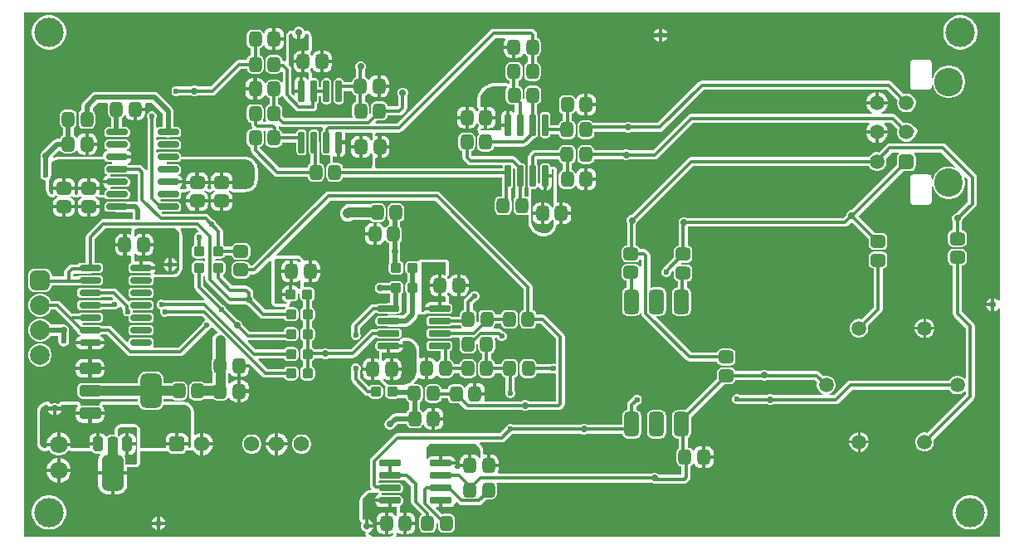
<source format=gtl>
G04*
G04 #@! TF.GenerationSoftware,Altium Limited,Altium Designer,24.0.1 (36)*
G04*
G04 Layer_Physical_Order=1*
G04 Layer_Color=255*
%FSLAX44Y44*%
%MOMM*%
G71*
G04*
G04 #@! TF.SameCoordinates,4B7F4912-6191-4439-8966-39C4DA3F543A*
G04*
G04*
G04 #@! TF.FilePolarity,Positive*
G04*
G01*
G75*
%ADD12C,0.3000*%
%ADD13C,0.5000*%
%ADD38C,0.7000*%
G04:AMPARAMS|DCode=39|XSize=1.5mm|YSize=1.3mm|CornerRadius=0.325mm|HoleSize=0mm|Usage=FLASHONLY|Rotation=270.000|XOffset=0mm|YOffset=0mm|HoleType=Round|Shape=RoundedRectangle|*
%AMROUNDEDRECTD39*
21,1,1.5000,0.6500,0,0,270.0*
21,1,0.8500,1.3000,0,0,270.0*
1,1,0.6500,-0.3250,-0.4250*
1,1,0.6500,-0.3250,0.4250*
1,1,0.6500,0.3250,0.4250*
1,1,0.6500,0.3250,-0.4250*
%
%ADD39ROUNDEDRECTD39*%
G04:AMPARAMS|DCode=40|XSize=1mm|YSize=1.1mm|CornerRadius=0.25mm|HoleSize=0mm|Usage=FLASHONLY|Rotation=0.000|XOffset=0mm|YOffset=0mm|HoleType=Round|Shape=RoundedRectangle|*
%AMROUNDEDRECTD40*
21,1,1.0000,0.6000,0,0,0.0*
21,1,0.5000,1.1000,0,0,0.0*
1,1,0.5000,0.2500,-0.3000*
1,1,0.5000,-0.2500,-0.3000*
1,1,0.5000,-0.2500,0.3000*
1,1,0.5000,0.2500,0.3000*
%
%ADD40ROUNDEDRECTD40*%
G04:AMPARAMS|DCode=41|XSize=1.5mm|YSize=1.3mm|CornerRadius=0.325mm|HoleSize=0mm|Usage=FLASHONLY|Rotation=180.000|XOffset=0mm|YOffset=0mm|HoleType=Round|Shape=RoundedRectangle|*
%AMROUNDEDRECTD41*
21,1,1.5000,0.6500,0,0,180.0*
21,1,0.8500,1.3000,0,0,180.0*
1,1,0.6500,-0.4250,0.3250*
1,1,0.6500,0.4250,0.3250*
1,1,0.6500,0.4250,-0.3250*
1,1,0.6500,-0.4250,-0.3250*
%
%ADD41ROUNDEDRECTD41*%
G04:AMPARAMS|DCode=42|XSize=1mm|YSize=1.1mm|CornerRadius=0.25mm|HoleSize=0mm|Usage=FLASHONLY|Rotation=90.000|XOffset=0mm|YOffset=0mm|HoleType=Round|Shape=RoundedRectangle|*
%AMROUNDEDRECTD42*
21,1,1.0000,0.6000,0,0,90.0*
21,1,0.5000,1.1000,0,0,90.0*
1,1,0.5000,0.3000,0.2500*
1,1,0.5000,0.3000,-0.2500*
1,1,0.5000,-0.3000,-0.2500*
1,1,0.5000,-0.3000,0.2500*
%
%ADD42ROUNDEDRECTD42*%
G04:AMPARAMS|DCode=43|XSize=2.5mm|YSize=1.5mm|CornerRadius=0.375mm|HoleSize=0mm|Usage=FLASHONLY|Rotation=90.000|XOffset=0mm|YOffset=0mm|HoleType=Round|Shape=RoundedRectangle|*
%AMROUNDEDRECTD43*
21,1,2.5000,0.7500,0,0,90.0*
21,1,1.7500,1.5000,0,0,90.0*
1,1,0.7500,0.3750,0.8750*
1,1,0.7500,0.3750,-0.8750*
1,1,0.7500,-0.3750,-0.8750*
1,1,0.7500,-0.3750,0.8750*
%
%ADD43ROUNDEDRECTD43*%
G04:AMPARAMS|DCode=44|XSize=0.6mm|YSize=2.2mm|CornerRadius=0.15mm|HoleSize=0mm|Usage=FLASHONLY|Rotation=90.000|XOffset=0mm|YOffset=0mm|HoleType=Round|Shape=RoundedRectangle|*
%AMROUNDEDRECTD44*
21,1,0.6000,1.9000,0,0,90.0*
21,1,0.3000,2.2000,0,0,90.0*
1,1,0.3000,0.9500,0.1500*
1,1,0.3000,0.9500,-0.1500*
1,1,0.3000,-0.9500,-0.1500*
1,1,0.3000,-0.9500,0.1500*
%
%ADD44ROUNDEDRECTD44*%
G04:AMPARAMS|DCode=45|XSize=2.2mm|YSize=3.7mm|CornerRadius=0.55mm|HoleSize=0mm|Usage=FLASHONLY|Rotation=180.000|XOffset=0mm|YOffset=0mm|HoleType=Round|Shape=RoundedRectangle|*
%AMROUNDEDRECTD45*
21,1,2.2000,2.6000,0,0,180.0*
21,1,1.1000,3.7000,0,0,180.0*
1,1,1.1000,-0.5500,1.3000*
1,1,1.1000,0.5500,1.3000*
1,1,1.1000,0.5500,-1.3000*
1,1,1.1000,-0.5500,-1.3000*
%
%ADD45ROUNDEDRECTD45*%
G04:AMPARAMS|DCode=46|XSize=1mm|YSize=1.5mm|CornerRadius=0.25mm|HoleSize=0mm|Usage=FLASHONLY|Rotation=180.000|XOffset=0mm|YOffset=0mm|HoleType=Round|Shape=RoundedRectangle|*
%AMROUNDEDRECTD46*
21,1,1.0000,1.0000,0,0,180.0*
21,1,0.5000,1.5000,0,0,180.0*
1,1,0.5000,-0.2500,0.5000*
1,1,0.5000,0.2500,0.5000*
1,1,0.5000,0.2500,-0.5000*
1,1,0.5000,-0.2500,-0.5000*
%
%ADD46ROUNDEDRECTD46*%
G04:AMPARAMS|DCode=47|XSize=1mm|YSize=2.1501mm|CornerRadius=0.25mm|HoleSize=0mm|Usage=FLASHONLY|Rotation=180.000|XOffset=0mm|YOffset=0mm|HoleType=Round|Shape=RoundedRectangle|*
%AMROUNDEDRECTD47*
21,1,1.0000,1.6501,0,0,180.0*
21,1,0.5000,2.1501,0,0,180.0*
1,1,0.5000,-0.2500,0.8250*
1,1,0.5000,0.2500,0.8250*
1,1,0.5000,0.2500,-0.8250*
1,1,0.5000,-0.2500,-0.8250*
%
%ADD47ROUNDEDRECTD47*%
G04:AMPARAMS|DCode=48|XSize=1.2mm|YSize=2.2mm|CornerRadius=0.3mm|HoleSize=0mm|Usage=FLASHONLY|Rotation=90.000|XOffset=0mm|YOffset=0mm|HoleType=Round|Shape=RoundedRectangle|*
%AMROUNDEDRECTD48*
21,1,1.2000,1.6000,0,0,90.0*
21,1,0.6000,2.2000,0,0,90.0*
1,1,0.6000,0.8000,0.3000*
1,1,0.6000,0.8000,-0.3000*
1,1,0.6000,-0.8000,-0.3000*
1,1,0.6000,-0.8000,0.3000*
%
%ADD48ROUNDEDRECTD48*%
G04:AMPARAMS|DCode=49|XSize=3.5mm|YSize=2.2mm|CornerRadius=0.55mm|HoleSize=0mm|Usage=FLASHONLY|Rotation=90.000|XOffset=0mm|YOffset=0mm|HoleType=Round|Shape=RoundedRectangle|*
%AMROUNDEDRECTD49*
21,1,3.5000,1.1000,0,0,90.0*
21,1,2.4000,2.2000,0,0,90.0*
1,1,1.1000,0.5500,1.2000*
1,1,1.1000,0.5500,-1.2000*
1,1,1.1000,-0.5500,-1.2000*
1,1,1.1000,-0.5500,1.2000*
%
%ADD49ROUNDEDRECTD49*%
G04:AMPARAMS|DCode=50|XSize=0.6mm|YSize=2.25mm|CornerRadius=0.15mm|HoleSize=0mm|Usage=FLASHONLY|Rotation=180.000|XOffset=0mm|YOffset=0mm|HoleType=Round|Shape=RoundedRectangle|*
%AMROUNDEDRECTD50*
21,1,0.6000,1.9500,0,0,180.0*
21,1,0.3000,2.2500,0,0,180.0*
1,1,0.3000,-0.1500,0.9750*
1,1,0.3000,0.1500,0.9750*
1,1,0.3000,0.1500,-0.9750*
1,1,0.3000,-0.1500,-0.9750*
%
%ADD50ROUNDEDRECTD50*%
G04:AMPARAMS|DCode=51|XSize=0.6mm|YSize=2.25mm|CornerRadius=0.15mm|HoleSize=0mm|Usage=FLASHONLY|Rotation=90.000|XOffset=0mm|YOffset=0mm|HoleType=Round|Shape=RoundedRectangle|*
%AMROUNDEDRECTD51*
21,1,0.6000,1.9500,0,0,90.0*
21,1,0.3000,2.2500,0,0,90.0*
1,1,0.3000,0.9750,0.1500*
1,1,0.3000,0.9750,-0.1500*
1,1,0.3000,-0.9750,-0.1500*
1,1,0.3000,-0.9750,0.1500*
%
%ADD51ROUNDEDRECTD51*%
%ADD52C,1.0000*%
%ADD53C,1.5000*%
G04:AMPARAMS|DCode=54|XSize=1.52mm|YSize=1.52mm|CornerRadius=0.38mm|HoleSize=0mm|Usage=FLASHONLY|Rotation=270.000|XOffset=0mm|YOffset=0mm|HoleType=Round|Shape=RoundedRectangle|*
%AMROUNDEDRECTD54*
21,1,1.5200,0.7600,0,0,270.0*
21,1,0.7600,1.5200,0,0,270.0*
1,1,0.7600,-0.3800,-0.3800*
1,1,0.7600,-0.3800,0.3800*
1,1,0.7600,0.3800,0.3800*
1,1,0.7600,0.3800,-0.3800*
%
%ADD54ROUNDEDRECTD54*%
%ADD55C,1.5200*%
%ADD56C,2.9100*%
%ADD57C,1.8000*%
G04:AMPARAMS|DCode=58|XSize=2mm|YSize=2mm|CornerRadius=0.5mm|HoleSize=0mm|Usage=FLASHONLY|Rotation=270.000|XOffset=0mm|YOffset=0mm|HoleType=Round|Shape=RoundedRectangle|*
%AMROUNDEDRECTD58*
21,1,2.0000,1.0000,0,0,270.0*
21,1,1.0000,2.0000,0,0,270.0*
1,1,1.0000,-0.5000,-0.5000*
1,1,1.0000,-0.5000,0.5000*
1,1,1.0000,0.5000,0.5000*
1,1,1.0000,0.5000,-0.5000*
%
%ADD58ROUNDEDRECTD58*%
%ADD59C,2.0000*%
%ADD60C,1.5750*%
G04:AMPARAMS|DCode=61|XSize=1.575mm|YSize=1.575mm|CornerRadius=0.3938mm|HoleSize=0mm|Usage=FLASHONLY|Rotation=0.000|XOffset=0mm|YOffset=0mm|HoleType=Round|Shape=RoundedRectangle|*
%AMROUNDEDRECTD61*
21,1,1.5750,0.7875,0,0,0.0*
21,1,0.7875,1.5750,0,0,0.0*
1,1,0.7875,0.3938,-0.3938*
1,1,0.7875,-0.3938,-0.3938*
1,1,0.7875,-0.3938,0.3938*
1,1,0.7875,0.3938,0.3938*
%
%ADD61ROUNDEDRECTD61*%
%ADD62C,3.0000*%
%ADD63C,0.6000*%
G36*
X1000000Y246416D02*
X998730Y246075D01*
X998601Y246298D01*
X997298Y247601D01*
X995702Y248523D01*
X994750Y248778D01*
Y242000D01*
Y235222D01*
X995702Y235477D01*
X997298Y236399D01*
X998601Y237702D01*
X998730Y237925D01*
X1000000Y237584D01*
Y5000D01*
X385094D01*
X384774Y5322D01*
X384394Y6270D01*
X384500Y6503D01*
X384740Y6968D01*
X384746Y7044D01*
X384778Y7113D01*
X384795Y7636D01*
X384839Y8157D01*
X384816Y8230D01*
X384818Y8306D01*
X384635Y8796D01*
X384538Y9099D01*
X384963Y9495D01*
X385177Y9634D01*
X385616Y9798D01*
X386846Y8854D01*
X388488Y8174D01*
X390250Y7942D01*
X391750D01*
Y19000D01*
Y30058D01*
X390250D01*
X389329Y29937D01*
X388059Y30933D01*
Y35602D01*
X387826Y36772D01*
X388905Y37361D01*
X389116Y37403D01*
X390273Y38177D01*
X391047Y39334D01*
X391319Y40700D01*
Y43700D01*
X391047Y45066D01*
X390273Y46223D01*
X389116Y46997D01*
X387750Y47269D01*
X370452D01*
X370438Y47273D01*
X370299Y47339D01*
X369455Y48539D01*
X369580Y49122D01*
X369585Y49484D01*
X369645Y49831D01*
X387750D01*
X389116Y50103D01*
X390273Y50877D01*
X391047Y52034D01*
X391319Y53400D01*
Y56400D01*
X391047Y57766D01*
X390273Y58923D01*
X389116Y59697D01*
X387750Y59969D01*
X378753D01*
X377213Y60275D01*
X366588D01*
Y61590D01*
X367858Y62609D01*
X368250Y62531D01*
X387750D01*
X389116Y62803D01*
X389428Y63012D01*
X393499D01*
X399412Y57099D01*
Y41000D01*
X399761Y39244D01*
X400756Y37756D01*
X409963Y28548D01*
X409838Y27285D01*
X409465Y27035D01*
X408305Y25298D01*
X407897Y23250D01*
Y14750D01*
X408305Y12701D01*
X409465Y10965D01*
X411202Y9805D01*
X413250Y9397D01*
X419750D01*
X421799Y9805D01*
X423535Y10965D01*
X424695Y12701D01*
X425103Y14750D01*
Y18401D01*
X426373Y19120D01*
X426897Y18806D01*
Y14750D01*
X427305Y12701D01*
X428465Y10965D01*
X430202Y9805D01*
X432250Y9397D01*
X438750D01*
X440798Y9805D01*
X442535Y10965D01*
X443695Y12701D01*
X444103Y14750D01*
Y23250D01*
X443695Y25298D01*
X442535Y27035D01*
X440798Y28195D01*
X438750Y28603D01*
X432250D01*
X431203Y28394D01*
X430633Y28508D01*
X430456D01*
X429887Y29076D01*
X429744Y29290D01*
X424606Y34429D01*
X425092Y35602D01*
X428250D01*
Y42200D01*
X431750D01*
Y35602D01*
X439750D01*
X441701Y35990D01*
X443355Y37095D01*
X444460Y38749D01*
X444735Y40131D01*
X446065Y40596D01*
X447906Y38756D01*
X449394Y37761D01*
X451150Y37412D01*
X468500D01*
X470256Y37761D01*
X471744Y38756D01*
X476386Y43397D01*
X481750D01*
X483798Y43805D01*
X485535Y44965D01*
X486695Y46702D01*
X487103Y48750D01*
Y57250D01*
X486726Y59142D01*
X486878Y59639D01*
X487290Y60412D01*
X644810D01*
X644884Y60337D01*
X646193Y59795D01*
X646244Y59761D01*
X646305Y59749D01*
X646906Y59500D01*
X647557D01*
X648000Y59412D01*
X678243D01*
X679998Y59761D01*
X681487Y60756D01*
X683244Y62513D01*
X684239Y64002D01*
X684588Y65757D01*
Y77537D01*
X686059Y78520D01*
X687048Y80000D01*
X688010Y80068D01*
X688437Y79966D01*
X688878Y78901D01*
X689960Y77491D01*
X691370Y76409D01*
X693012Y75729D01*
X694774Y75497D01*
X696274D01*
Y86555D01*
Y97613D01*
X694774D01*
X693012Y97381D01*
X691370Y96701D01*
X689960Y95619D01*
X688878Y94209D01*
X688437Y93144D01*
X688010Y93042D01*
X687048Y93110D01*
X686059Y94590D01*
X684322Y95750D01*
X682274Y96158D01*
X681800D01*
Y106105D01*
X683296Y107105D01*
X684566Y109007D01*
X685013Y111250D01*
Y127024D01*
X718886Y160897D01*
X725250D01*
X727298Y161305D01*
X729035Y162465D01*
X730195Y164202D01*
X730337Y164912D01*
X757912D01*
X758906Y164500D01*
X761094D01*
X762088Y164912D01*
X811600D01*
X813872Y162639D01*
X813500Y161251D01*
Y158749D01*
X814147Y156333D01*
X815398Y154167D01*
X817167Y152398D01*
X819333Y151147D01*
X820413Y150858D01*
X820246Y149588D01*
X769190D01*
X769116Y149663D01*
X767094Y150500D01*
X764906D01*
X762885Y149663D01*
X762810Y149588D01*
X734884D01*
X734821Y149651D01*
X732983Y150412D01*
X730994D01*
X729157Y149651D01*
X727750Y148244D01*
X726989Y146406D01*
Y144417D01*
X727750Y142580D01*
X729157Y141173D01*
X730994Y140412D01*
X732401D01*
X732401Y140412D01*
X762810D01*
X762885Y140337D01*
X764906Y139500D01*
X767094D01*
X769116Y140337D01*
X769190Y140412D01*
X833000D01*
X834756Y140761D01*
X836244Y141756D01*
X849901Y155412D01*
X948679D01*
X949398Y154167D01*
X951167Y152398D01*
X953333Y151147D01*
X955749Y150500D01*
X958251D01*
X960667Y151147D01*
X962833Y152398D01*
X964142Y153707D01*
X965412Y153181D01*
Y150377D01*
X926139Y111104D01*
X924751Y111476D01*
X922249D01*
X919833Y110829D01*
X917667Y109578D01*
X915898Y107809D01*
X914647Y105643D01*
X914000Y103227D01*
Y100726D01*
X914647Y98309D01*
X915898Y96143D01*
X917667Y94375D01*
X919833Y93124D01*
X922249Y92476D01*
X924751D01*
X927167Y93124D01*
X929333Y94375D01*
X931102Y96143D01*
X932353Y98309D01*
X933000Y100726D01*
Y103227D01*
X932628Y104616D01*
X973244Y145232D01*
X974239Y146721D01*
X974588Y148476D01*
Y220000D01*
X974239Y221756D01*
X973244Y223244D01*
X961588Y234900D01*
Y281964D01*
X963298Y282305D01*
X965035Y283465D01*
X966195Y285202D01*
X966603Y287250D01*
Y293750D01*
X966195Y295798D01*
X965035Y297535D01*
X963298Y298695D01*
X961250Y299103D01*
X952750D01*
X950702Y298695D01*
X948965Y297535D01*
X947805Y295798D01*
X947397Y293750D01*
Y287250D01*
X947805Y285202D01*
X948965Y283465D01*
X950702Y282305D01*
X952412Y281964D01*
Y233000D01*
X952761Y231244D01*
X953756Y229756D01*
X965412Y218099D01*
Y166819D01*
X964142Y166293D01*
X962833Y167602D01*
X960667Y168853D01*
X958251Y169500D01*
X955749D01*
X953333Y168853D01*
X951167Y167602D01*
X949398Y165833D01*
X948679Y164588D01*
X848000D01*
X846244Y164239D01*
X844756Y163244D01*
X831099Y149588D01*
X825754D01*
X825587Y150858D01*
X826667Y151147D01*
X828833Y152398D01*
X830602Y154167D01*
X831853Y156333D01*
X832500Y158749D01*
Y161251D01*
X831853Y163667D01*
X830602Y165833D01*
X828833Y167602D01*
X826667Y168853D01*
X824251Y169500D01*
X821749D01*
X820361Y169128D01*
X816744Y172744D01*
X815256Y173739D01*
X813500Y174088D01*
X763690D01*
X763115Y174663D01*
X761094Y175500D01*
X758906D01*
X756885Y174663D01*
X756310Y174088D01*
X730337D01*
X730195Y174799D01*
X729035Y176535D01*
X727298Y177695D01*
X725250Y178103D01*
X716750D01*
X714702Y177695D01*
X712965Y176535D01*
X711805Y174799D01*
X711397Y172750D01*
Y166386D01*
X679545Y134534D01*
X679150Y134613D01*
X671650D01*
X669407Y134166D01*
X667505Y132895D01*
X666234Y130993D01*
X665787Y128750D01*
Y111250D01*
X666234Y109007D01*
X667505Y107105D01*
X669407Y105834D01*
X671650Y105387D01*
X672624D01*
Y95014D01*
X671989Y94590D01*
X670829Y92853D01*
X670421Y90805D01*
Y82305D01*
X670829Y80257D01*
X671989Y78520D01*
X673726Y77360D01*
X675412Y77024D01*
Y68588D01*
X652190D01*
X651115Y69663D01*
X649094Y70500D01*
X646906D01*
X644884Y69663D01*
X644810Y69588D01*
X488548D01*
X487858Y70858D01*
X488326Y71988D01*
X488558Y73750D01*
Y76250D01*
X478500D01*
Y78000D01*
X476750D01*
Y89058D01*
X475250D01*
X474329Y88937D01*
X473059Y89933D01*
Y92000D01*
X473059Y92788D01*
X473000Y93083D01*
Y93385D01*
X472692Y94930D01*
X472577Y95209D01*
X472519Y95504D01*
X471915Y96960D01*
X471748Y97210D01*
X471633Y97489D01*
X470757Y98799D01*
X470544Y99012D01*
X470377Y99263D01*
X469498Y100142D01*
X469738Y101061D01*
X469982Y101412D01*
X492000D01*
X493756Y101761D01*
X495244Y102756D01*
X502838Y110349D01*
X502989Y110412D01*
X572810D01*
X572884Y110337D01*
X574906Y109500D01*
X577094D01*
X579115Y110337D01*
X579190Y110412D01*
X615154D01*
X615434Y109007D01*
X616704Y107105D01*
X618606Y105834D01*
X620850Y105387D01*
X628350D01*
X630593Y105834D01*
X632495Y107105D01*
X633766Y109007D01*
X634213Y111250D01*
Y128750D01*
X633766Y130993D01*
X632495Y132895D01*
X630593Y134166D01*
X629188Y134446D01*
Y137699D01*
X631838Y140349D01*
X632832Y140761D01*
X634239Y142168D01*
X635000Y144005D01*
Y145995D01*
X634239Y147832D01*
X632832Y149239D01*
X630995Y150000D01*
X629005D01*
X627168Y149239D01*
X625761Y147832D01*
X625349Y146838D01*
X621356Y142844D01*
X620361Y141356D01*
X620012Y139600D01*
Y134446D01*
X618606Y134166D01*
X616704Y132895D01*
X615434Y130993D01*
X614987Y128750D01*
Y119588D01*
X579190D01*
X579115Y119663D01*
X577094Y120500D01*
X574906D01*
X572884Y119663D01*
X572810Y119588D01*
X502989D01*
X501995Y120000D01*
X500005D01*
X498168Y119239D01*
X496761Y117832D01*
X496349Y116838D01*
X490099Y110588D01*
X385379D01*
X383623Y110239D01*
X382135Y109244D01*
X358756Y85865D01*
X357761Y84377D01*
X357412Y82621D01*
Y57444D01*
X357761Y55688D01*
X358695Y54290D01*
X358697Y54213D01*
X358571Y53621D01*
X358202Y52957D01*
X356486Y52616D01*
X356208Y52500D01*
X355913Y52442D01*
X354093Y51688D01*
X353842Y51520D01*
X353564Y51405D01*
X351926Y50311D01*
X351713Y50098D01*
X351463Y49930D01*
X350070Y48537D01*
X349902Y48287D01*
X349689Y48074D01*
X348595Y46436D01*
X348479Y46158D01*
X348312Y45907D01*
X347558Y44087D01*
X347500Y43792D01*
X347384Y43514D01*
X347000Y41582D01*
Y41280D01*
X346941Y40985D01*
X346941Y40000D01*
Y23043D01*
X347019Y22651D01*
X347046Y22252D01*
X347135Y22071D01*
X347174Y21873D01*
X347396Y21540D01*
X347573Y21181D01*
X347725Y21048D01*
X347837Y20881D01*
X348170Y20658D01*
X348471Y20394D01*
X349191Y19978D01*
Y18763D01*
X348500Y17094D01*
Y14906D01*
X349337Y12885D01*
X350885Y11337D01*
X352176Y10803D01*
X352925Y10379D01*
X353106Y9230D01*
X352981Y8472D01*
X352999Y7925D01*
Y7377D01*
X353018Y7330D01*
X353020Y7279D01*
X353246Y6781D01*
X353456Y6274D01*
X353460Y6270D01*
X353453Y6071D01*
X352928Y5000D01*
X5000D01*
Y540000D01*
X1000000D01*
Y246416D01*
D02*
G37*
G36*
X462000Y100000D02*
Y100000D01*
X462001D01*
X463182Y99922D01*
X464333Y99692D01*
X465789Y99089D01*
X467100Y98214D01*
X468214Y97100D01*
X469090Y95789D01*
X469692Y94333D01*
X470000Y92788D01*
X470000Y92000D01*
X470000Y85704D01*
X468730Y85452D01*
X468646Y85654D01*
X467564Y87064D01*
X466154Y88146D01*
X464512Y88826D01*
X462750Y89058D01*
X461250D01*
Y78000D01*
X459500D01*
Y76250D01*
X449442D01*
Y75000D01*
X444752D01*
X444073Y76270D01*
X444460Y76849D01*
X444798Y78550D01*
X430000D01*
Y80300D01*
X428250D01*
Y86898D01*
X420250D01*
X418299Y86510D01*
X416645Y85405D01*
X416270Y84843D01*
X415000Y85229D01*
Y92804D01*
X415000Y94000D01*
X415000Y94000D01*
X415000Y94000D01*
X415000Y95193D01*
X415913Y97399D01*
X417601Y99087D01*
X419807Y100000D01*
X421000Y100000D01*
X462000Y100000D01*
X462000Y100000D01*
D02*
G37*
G36*
X366589Y49762D02*
X366309Y48456D01*
X366222Y48359D01*
X364645Y47305D01*
X363540Y45651D01*
X363202Y43950D01*
X378000D01*
Y42200D01*
X379750D01*
Y35602D01*
X385000D01*
Y26704D01*
X383730Y26452D01*
X383646Y26654D01*
X382564Y28064D01*
X381154Y29146D01*
X379512Y29826D01*
X377750Y30058D01*
X376250D01*
Y19000D01*
Y7942D01*
X377750D01*
X379512Y8174D01*
X380933Y8762D01*
X381507Y8285D01*
X381800Y7812D01*
X381297Y7181D01*
X379737Y6138D01*
X377917Y5384D01*
X376248Y5052D01*
X375000Y5000D01*
X375000Y5000D01*
X375000Y5000D01*
X365000D01*
X363523Y5000D01*
X360625Y5576D01*
X357895Y6707D01*
X355999Y7974D01*
X356225Y9342D01*
X356232Y9351D01*
X356702Y9477D01*
X358298Y10399D01*
X359601Y11702D01*
X360523Y13298D01*
X360778Y14250D01*
X354000D01*
Y16000D01*
X352250D01*
Y22778D01*
X351298Y22523D01*
X351100Y22408D01*
X350000Y23043D01*
Y40000D01*
X350000Y40985D01*
X350384Y42917D01*
X351138Y44737D01*
X352233Y46375D01*
X353625Y47767D01*
X355263Y48862D01*
X357083Y49616D01*
X359015Y50000D01*
X360000Y50000D01*
X360000Y50000D01*
X366339D01*
X366589Y49762D01*
D02*
G37*
%LPC*%
G36*
X286094Y525500D02*
X283906D01*
X281884Y524663D01*
X280337Y523116D01*
X279986Y522268D01*
X279407Y521846D01*
X278585Y521574D01*
X277498Y521834D01*
X277140Y521847D01*
X276788Y521917D01*
X276549Y521870D01*
X276306Y521879D01*
X275969Y521755D01*
X275617Y521684D01*
X275415Y521549D01*
X275187Y521465D01*
X274923Y521221D01*
X274625Y521021D01*
X273598Y519995D01*
X272935Y519003D01*
X272174Y517165D01*
X271941Y515994D01*
Y490879D01*
X270821Y490281D01*
X270498Y490496D01*
X268743Y490845D01*
X268103D01*
Y491500D01*
X267695Y493548D01*
X266535Y495285D01*
X264798Y496445D01*
X262750Y496853D01*
X256250D01*
X254202Y496445D01*
X252465Y495285D01*
X251305Y493548D01*
X250897Y491500D01*
Y483000D01*
X251305Y480951D01*
X252465Y479215D01*
X254202Y478055D01*
X256250Y477647D01*
X262750D01*
X264798Y478055D01*
X266535Y479215D01*
X268162Y479440D01*
X268412Y479266D01*
Y469512D01*
X267142Y469127D01*
X266535Y470035D01*
X264798Y471195D01*
X262750Y471603D01*
X256250D01*
X254202Y471195D01*
X252465Y470035D01*
X251476Y468555D01*
X250514Y468487D01*
X250087Y468589D01*
X249646Y469654D01*
X248564Y471064D01*
X247154Y472146D01*
X245512Y472826D01*
X243750Y473058D01*
X242250D01*
Y462000D01*
Y450942D01*
X243750D01*
X245512Y451174D01*
X247154Y451854D01*
X248564Y452936D01*
X249646Y454346D01*
X250087Y455411D01*
X250514Y455513D01*
X251476Y455445D01*
X252465Y453965D01*
X254202Y452805D01*
X254912Y452663D01*
Y446337D01*
X254202Y446195D01*
X252465Y445035D01*
X251305Y443298D01*
X250897Y441250D01*
Y432750D01*
X251305Y430702D01*
X251868Y429858D01*
X251189Y428588D01*
X248811D01*
X248132Y429858D01*
X248695Y430702D01*
X249103Y432750D01*
Y441250D01*
X248695Y443298D01*
X247535Y445035D01*
X245798Y446195D01*
X243750Y446603D01*
X237250D01*
X235202Y446195D01*
X233465Y445035D01*
X232305Y443298D01*
X231897Y441250D01*
Y432750D01*
X232305Y430702D01*
X233465Y428965D01*
X235202Y427805D01*
X236412Y427564D01*
Y426000D01*
X236761Y424244D01*
X237677Y422873D01*
X237508Y422175D01*
X237135Y421580D01*
X235202Y421195D01*
X233465Y420035D01*
X232305Y418298D01*
X231897Y416250D01*
Y407750D01*
X232305Y405702D01*
X233465Y403965D01*
X235202Y402805D01*
X235912Y402663D01*
Y399757D01*
X236261Y398002D01*
X237256Y396513D01*
X260013Y373756D01*
X261502Y372761D01*
X263257Y372412D01*
X293964D01*
X294305Y370702D01*
X295465Y368965D01*
X297202Y367805D01*
X299250Y367397D01*
X305750D01*
X307798Y367805D01*
X309535Y368965D01*
X310695Y370702D01*
X311103Y372750D01*
Y381250D01*
X310695Y383298D01*
X309535Y385035D01*
X307798Y386195D01*
X306038Y386545D01*
Y406700D01*
X305689Y408456D01*
X305469Y408786D01*
Y417500D01*
X305197Y418866D01*
X304423Y420023D01*
X303266Y420797D01*
X301900Y421069D01*
X298900D01*
X297534Y420797D01*
X296377Y420023D01*
X295603Y418866D01*
X295331Y417500D01*
Y398000D01*
X295603Y396634D01*
X296377Y395477D01*
X296862Y395152D01*
Y385968D01*
X295465Y385035D01*
X294305Y383298D01*
X293964Y381588D01*
X265158D01*
X245326Y401420D01*
X245520Y402749D01*
X245798Y402805D01*
X247535Y403965D01*
X248695Y405702D01*
X249103Y407750D01*
Y416250D01*
X248727Y418142D01*
X248878Y418639D01*
X249291Y419412D01*
X250709D01*
X251122Y418639D01*
X251273Y418142D01*
X250897Y416250D01*
Y407750D01*
X251305Y405702D01*
X252465Y403965D01*
X254202Y402805D01*
X256250Y402397D01*
X262750D01*
X264799Y402805D01*
X266535Y403965D01*
X267695Y405702D01*
X268036Y407412D01*
X282631D01*
Y398000D01*
X282903Y396634D01*
X283677Y395477D01*
X284834Y394703D01*
X286200Y394431D01*
X289200D01*
X290566Y394703D01*
X291723Y395477D01*
X292497Y396634D01*
X292769Y398000D01*
Y417500D01*
X292497Y418866D01*
X291723Y420023D01*
X290566Y420797D01*
X289200Y421069D01*
X286200D01*
X284834Y420797D01*
X283677Y420023D01*
X282903Y418866D01*
X282631Y417500D01*
Y416588D01*
X268036D01*
X267695Y418298D01*
X266535Y420035D01*
X264799Y421195D01*
X264588Y421237D01*
Y422243D01*
X264258Y423905D01*
X264453Y424167D01*
X265203Y424756D01*
X266691Y423761D01*
X268447Y423412D01*
X308803D01*
X309533Y422142D01*
X309254Y420743D01*
Y420142D01*
X309077Y420023D01*
X308303Y418866D01*
X308031Y417500D01*
Y398000D01*
X308303Y396634D01*
X309077Y395477D01*
X310234Y394703D01*
X311600Y394431D01*
X314600D01*
X315966Y394703D01*
X316173Y394613D01*
X317041Y393894D01*
X317029Y393773D01*
X316941Y393332D01*
Y386603D01*
X316991Y386352D01*
X316202Y386195D01*
X314465Y385035D01*
X313305Y383298D01*
X312897Y381250D01*
Y372750D01*
X313305Y370702D01*
X314465Y368965D01*
X316202Y367805D01*
X318250Y367397D01*
X324750D01*
X326798Y367805D01*
X328535Y368965D01*
X329695Y370702D01*
X329936Y371912D01*
X491979D01*
X492112Y371750D01*
Y352603D01*
X490250D01*
X488202Y352195D01*
X486465Y351035D01*
X485305Y349298D01*
X484897Y347250D01*
Y338750D01*
X485305Y336702D01*
X486465Y334965D01*
X488202Y333805D01*
X490250Y333397D01*
X496750D01*
X498798Y333805D01*
X500535Y334965D01*
X501695Y336702D01*
X502103Y338750D01*
Y347250D01*
X501695Y349298D01*
X501288Y349908D01*
Y360352D01*
X502223Y360977D01*
X502997Y362134D01*
X503269Y363500D01*
Y380983D01*
X504442Y381469D01*
X505831Y380080D01*
Y363500D01*
X506103Y362134D01*
X506312Y361822D01*
Y351601D01*
X505465Y351035D01*
X504305Y349298D01*
X503897Y347250D01*
Y338750D01*
X504305Y336702D01*
X505465Y334965D01*
X507202Y333805D01*
X509250Y333397D01*
X515750D01*
X517799Y333805D01*
X517966Y333917D01*
X519087Y333318D01*
Y327855D01*
X519087Y326589D01*
X519145Y326293D01*
Y325992D01*
X519639Y323508D01*
X519755Y323230D01*
X519813Y322934D01*
X520782Y320595D01*
X520950Y320345D01*
X521065Y320066D01*
X522472Y317961D01*
X522685Y317748D01*
X522852Y317497D01*
X524643Y315707D01*
X524893Y315539D01*
X525106Y315326D01*
X527212Y313920D01*
X527490Y313804D01*
X527740Y313637D01*
X530080Y312668D01*
X530375Y312609D01*
X530654Y312494D01*
X533137Y312000D01*
X533438D01*
X533734Y311941D01*
X535000Y311941D01*
X535985Y311941D01*
X536280Y312000D01*
X536582D01*
X538514Y312384D01*
X538792Y312500D01*
X539087Y312558D01*
X540907Y313312D01*
X541158Y313479D01*
X541436Y313595D01*
X543074Y314689D01*
X543287Y314902D01*
X543537Y315070D01*
X544930Y316462D01*
X545098Y316713D01*
X545311Y316926D01*
X546405Y318564D01*
X546520Y318842D01*
X546688Y319093D01*
X547442Y320913D01*
X547500Y321208D01*
X547616Y321486D01*
X548000Y323418D01*
X549169Y323949D01*
X549211Y323947D01*
X549250Y323942D01*
X550750D01*
Y335000D01*
Y346058D01*
X549329D01*
X548906Y346122D01*
X548059Y346865D01*
X548059Y380000D01*
X547826Y381171D01*
X547163Y382163D01*
X546171Y382826D01*
X545000Y383059D01*
X542898D01*
X542636Y383007D01*
X541640Y383001D01*
X541187Y383915D01*
X541097Y384366D01*
X540323Y385523D01*
X539166Y386297D01*
X537800Y386568D01*
X534800D01*
X533434Y386297D01*
X532277Y385523D01*
X531503Y384366D01*
X531231Y383000D01*
Y366918D01*
X531176Y366793D01*
X530638Y366108D01*
X529961Y365876D01*
X529833Y365902D01*
X528669D01*
Y383000D01*
X528397Y384366D01*
X528188Y384678D01*
Y390662D01*
X550215D01*
X550555Y388951D01*
X551715Y387215D01*
X553452Y386055D01*
X554240Y385898D01*
Y379245D01*
X553607Y379119D01*
X551870Y377959D01*
X550710Y376223D01*
X550302Y374174D01*
Y365674D01*
X550710Y363626D01*
X551870Y361889D01*
X553607Y360729D01*
X555655Y360321D01*
X562155D01*
X564204Y360729D01*
X565940Y361889D01*
X566929Y363369D01*
X567891Y363437D01*
X568318Y363335D01*
X568759Y362270D01*
X569841Y360860D01*
X571251Y359778D01*
X572893Y359098D01*
X574655Y358866D01*
X576155D01*
Y369924D01*
Y380982D01*
X574655D01*
X572893Y380750D01*
X571251Y380070D01*
X569841Y378988D01*
X568759Y377578D01*
X568318Y376513D01*
X567891Y376411D01*
X566929Y376479D01*
X565940Y377959D01*
X564204Y379119D01*
X563416Y379276D01*
Y385929D01*
X564049Y386055D01*
X565785Y387215D01*
X566945Y388951D01*
X567353Y391000D01*
Y399500D01*
X566945Y401548D01*
X565785Y403285D01*
X564049Y404445D01*
X562000Y404853D01*
X555500D01*
X553452Y404445D01*
X551715Y403285D01*
X550555Y401548D01*
X550215Y399838D01*
X526250D01*
X524494Y399489D01*
X523006Y398494D01*
X520356Y395844D01*
X519361Y394356D01*
X519012Y392600D01*
Y384678D01*
X518803Y384366D01*
X518531Y383000D01*
Y363500D01*
X518803Y362134D01*
X519406Y361232D01*
X519319Y361102D01*
X519087Y359931D01*
Y352682D01*
X517966Y352083D01*
X517799Y352195D01*
X515750Y352603D01*
X515488D01*
Y361822D01*
X515697Y362134D01*
X515969Y363500D01*
Y383000D01*
X515697Y384366D01*
X514923Y385523D01*
X513766Y386297D01*
X512400Y386568D01*
X512320D01*
X506644Y392244D01*
X505156Y393239D01*
X503400Y393588D01*
X461900D01*
X461088Y394400D01*
Y398663D01*
X461798Y398805D01*
X463535Y399965D01*
X464695Y401702D01*
X465103Y403750D01*
Y412250D01*
X464695Y414298D01*
X463535Y416035D01*
X461798Y417195D01*
X459750Y417603D01*
X453250D01*
X451202Y417195D01*
X449465Y416035D01*
X448305Y414298D01*
X447897Y412250D01*
Y403750D01*
X448305Y401702D01*
X449465Y399965D01*
X451202Y398805D01*
X451912Y398663D01*
Y392500D01*
X452261Y390744D01*
X453256Y389256D01*
X456756Y385756D01*
X458244Y384761D01*
X460000Y384412D01*
X492117D01*
X493160Y383142D01*
X493131Y383000D01*
Y381088D01*
X363657D01*
X363377Y381270D01*
X363295Y381367D01*
X362750Y382358D01*
X363000Y383615D01*
Y383917D01*
X363059Y384212D01*
X363059Y385000D01*
X363059Y391135D01*
X364014Y391973D01*
X364250Y391942D01*
X365750D01*
Y403000D01*
Y414058D01*
X364250D01*
X364014Y414027D01*
X363059Y414865D01*
Y415808D01*
X362893Y416642D01*
X363614Y417912D01*
X387500D01*
X389256Y418261D01*
X390744Y419256D01*
X485900Y514412D01*
X495102D01*
X495728Y513142D01*
X495354Y512654D01*
X494674Y511012D01*
X494442Y509250D01*
Y506750D01*
X504500D01*
Y505000D01*
X506250D01*
Y493942D01*
X507750D01*
X509512Y494174D01*
X511154Y494854D01*
X512564Y495936D01*
X513646Y497346D01*
X514087Y498411D01*
X514514Y498513D01*
X515476Y498445D01*
X516465Y496965D01*
X518202Y495805D01*
X518912Y495663D01*
Y489337D01*
X518202Y489195D01*
X516465Y488035D01*
X515305Y486298D01*
X514897Y484250D01*
Y475750D01*
X515305Y473702D01*
X516465Y471965D01*
X518202Y470805D01*
X520250Y470397D01*
X526750D01*
X528798Y470805D01*
X530535Y471965D01*
X531695Y473702D01*
X532103Y475750D01*
Y484250D01*
X531695Y486298D01*
X530535Y488035D01*
X528798Y489195D01*
X528088Y489337D01*
Y495663D01*
X528798Y495805D01*
X530535Y496965D01*
X531695Y498702D01*
X532103Y500750D01*
Y509250D01*
X531695Y511298D01*
X530535Y513035D01*
X528798Y514195D01*
X528088Y514337D01*
Y517243D01*
X527739Y518998D01*
X526744Y520487D01*
X524987Y522244D01*
X523498Y523239D01*
X521743Y523588D01*
X484000D01*
X482244Y523239D01*
X480756Y522244D01*
X385600Y427088D01*
X363486D01*
X363000Y428261D01*
X364886Y430147D01*
X370250D01*
X372298Y430555D01*
X374035Y431715D01*
X375195Y433451D01*
X375536Y435162D01*
X387750D01*
X389506Y435511D01*
X390994Y436506D01*
X394244Y439756D01*
X395239Y441244D01*
X395588Y443000D01*
Y454810D01*
X395663Y454884D01*
X396500Y456906D01*
Y459094D01*
X395663Y461115D01*
X394115Y462663D01*
X392094Y463500D01*
X389906D01*
X387884Y462663D01*
X386337Y461115D01*
X385500Y459094D01*
Y456906D01*
X386337Y454884D01*
X386412Y454810D01*
Y444901D01*
X385849Y444338D01*
X375536D01*
X375195Y446048D01*
X374035Y447785D01*
X372298Y448945D01*
X370250Y449353D01*
X363750D01*
X361702Y448945D01*
X359965Y447785D01*
X358805Y446048D01*
X358397Y444000D01*
Y437247D01*
X357873Y436854D01*
X356603Y437489D01*
Y444000D01*
X356195Y446048D01*
X355035Y447785D01*
X353298Y448945D01*
X352463Y449112D01*
Y455438D01*
X353049Y455555D01*
X354785Y456715D01*
X355774Y458195D01*
X356736Y458263D01*
X357163Y458161D01*
X357604Y457096D01*
X358686Y455686D01*
X360096Y454604D01*
X361738Y453924D01*
X363500Y453692D01*
X365000D01*
Y464750D01*
Y475808D01*
X363500D01*
X361738Y475576D01*
X360096Y474896D01*
X358686Y473814D01*
X357604Y472404D01*
X357163Y471339D01*
X356736Y471237D01*
X355774Y471305D01*
X354785Y472785D01*
X353049Y473945D01*
X352463Y474062D01*
Y481685D01*
X352663Y481884D01*
X353500Y483906D01*
Y486094D01*
X352663Y488116D01*
X351115Y489663D01*
X349094Y490500D01*
X346906D01*
X344884Y489663D01*
X343337Y488116D01*
X342500Y486094D01*
Y483906D01*
X343287Y482006D01*
Y474112D01*
X342452Y473945D01*
X340715Y472785D01*
X339555Y471048D01*
X339204Y469285D01*
X330869D01*
Y469500D01*
X330597Y470866D01*
X329823Y472023D01*
X328666Y472797D01*
X327300Y473069D01*
X324300D01*
X322934Y472797D01*
X321777Y472023D01*
X321003Y470866D01*
X320731Y469500D01*
Y450000D01*
X321003Y448634D01*
X321777Y447477D01*
X322934Y446703D01*
X324300Y446431D01*
X327300D01*
X328666Y446703D01*
X329823Y447477D01*
X330597Y448634D01*
X330869Y450000D01*
Y460109D01*
X339225D01*
X339555Y458451D01*
X340715Y456715D01*
X342452Y455555D01*
X343287Y455388D01*
Y449062D01*
X342702Y448945D01*
X340965Y447785D01*
X339805Y446048D01*
X339397Y444000D01*
Y435500D01*
X339724Y433858D01*
X338970Y432588D01*
X270348D01*
X268103Y434833D01*
Y441250D01*
X267695Y443298D01*
X266535Y445035D01*
X264799Y446195D01*
X264088Y446337D01*
Y452663D01*
X264798Y452805D01*
X266535Y453965D01*
X267315Y455132D01*
X268663Y454864D01*
X268761Y454373D01*
X269756Y452885D01*
X281885Y440756D01*
X283373Y439761D01*
X285129Y439412D01*
X299243D01*
X300998Y439761D01*
X302487Y440756D01*
X303482Y442244D01*
X303831Y444000D01*
Y447081D01*
X304423Y447477D01*
X305197Y448634D01*
X305469Y450000D01*
Y455162D01*
X308031D01*
Y450000D01*
X308303Y448634D01*
X309077Y447477D01*
X310234Y446703D01*
X311600Y446431D01*
X314600D01*
X315966Y446703D01*
X317123Y447477D01*
X317897Y448634D01*
X318169Y450000D01*
Y469500D01*
X317897Y470866D01*
X317123Y472023D01*
X315966Y472797D01*
X314600Y473069D01*
X311600D01*
X310234Y472797D01*
X309077Y472023D01*
X308303Y470866D01*
X308031Y469500D01*
Y464338D01*
X305469D01*
Y469500D01*
X305197Y470866D01*
X304423Y472023D01*
X303266Y472797D01*
X301900Y473069D01*
X298900D01*
X298059Y473759D01*
Y478101D01*
X298019Y478302D01*
X298032Y478506D01*
X297903Y478882D01*
X297826Y479271D01*
X297712Y479442D01*
X297646Y479636D01*
X297383Y479933D01*
X297163Y480263D01*
X296992Y480377D01*
X296857Y480531D01*
X296498Y480805D01*
X296535Y481965D01*
X297524Y483445D01*
X298486Y483513D01*
X298913Y483411D01*
X299354Y482346D01*
X300436Y480936D01*
X301846Y479854D01*
X303488Y479174D01*
X305250Y478942D01*
X306750D01*
Y490000D01*
X308500D01*
D01*
X306750D01*
Y501058D01*
X305250D01*
X303488Y500826D01*
X301846Y500146D01*
X300436Y499064D01*
X299354Y497654D01*
X298913Y496589D01*
X298486Y496487D01*
X297524Y496555D01*
X296535Y498035D01*
X296498Y499195D01*
X296857Y499469D01*
X296992Y499623D01*
X297163Y499737D01*
X297383Y500067D01*
X297646Y500364D01*
X297712Y500558D01*
X297826Y500729D01*
X297903Y501118D01*
X298032Y501494D01*
X298019Y501698D01*
X298059Y501899D01*
Y515000D01*
X298059Y515000D01*
Y515002D01*
X298039Y515098D01*
X298052Y515196D01*
X297978Y516370D01*
X297849Y516854D01*
X297751Y517346D01*
X297065Y519003D01*
X296402Y519995D01*
X295375Y521021D01*
X295077Y521221D01*
X294813Y521465D01*
X294585Y521549D01*
X294383Y521684D01*
X294031Y521755D01*
X293694Y521879D01*
X293451Y521870D01*
X293212Y521917D01*
X292860Y521847D01*
X292502Y521834D01*
X291414Y521574D01*
X290593Y521846D01*
X290014Y522268D01*
X289663Y523116D01*
X288116Y524663D01*
X286094Y525500D01*
D02*
G37*
G36*
X257750Y524058D02*
X256250D01*
X254488Y523826D01*
X252846Y523146D01*
X251436Y522064D01*
X250354Y520654D01*
X249913Y519589D01*
X249486Y519487D01*
X248524Y519555D01*
X247535Y521035D01*
X245798Y522195D01*
X243750Y522603D01*
X237250D01*
X235202Y522195D01*
X233465Y521035D01*
X232305Y519298D01*
X231897Y517250D01*
Y508750D01*
X232305Y506702D01*
X233465Y504965D01*
X235202Y503805D01*
X235912Y503663D01*
Y496587D01*
X235202Y496445D01*
X233465Y495285D01*
X232305Y493548D01*
X231915Y491588D01*
X224000D01*
X222244Y491239D01*
X220756Y490244D01*
X195100Y464588D01*
X181690D01*
X181616Y464663D01*
X179594Y465500D01*
X177406D01*
X175385Y464663D01*
X175310Y464588D01*
X161989D01*
X160995Y465000D01*
X159005D01*
X157168Y464239D01*
X155761Y462832D01*
X155000Y460995D01*
Y459005D01*
X155761Y457168D01*
X157168Y455761D01*
X159005Y455000D01*
X160995D01*
X161989Y455412D01*
X175310D01*
X175385Y455337D01*
X177406Y454500D01*
X179594D01*
X181616Y455337D01*
X181690Y455412D01*
X197000D01*
X198756Y455761D01*
X200244Y456756D01*
X225900Y482412D01*
X232014D01*
X232305Y480951D01*
X233465Y479215D01*
X235202Y478055D01*
X237250Y477647D01*
X243750D01*
X245798Y478055D01*
X247535Y479215D01*
X248695Y480951D01*
X249103Y483000D01*
Y491500D01*
X248695Y493548D01*
X247535Y495285D01*
X245798Y496445D01*
X245088Y496587D01*
Y503663D01*
X245798Y503805D01*
X247535Y504965D01*
X248524Y506445D01*
X249486Y506513D01*
X249913Y506411D01*
X250354Y505346D01*
X251436Y503936D01*
X252846Y502854D01*
X254488Y502174D01*
X256250Y501942D01*
X257750D01*
Y513000D01*
Y524058D01*
D02*
G37*
G36*
X655750Y523778D02*
Y518750D01*
X660778D01*
X660523Y519702D01*
X659601Y521298D01*
X658298Y522601D01*
X656702Y523523D01*
X655750Y523778D01*
D02*
G37*
G36*
X652250D02*
X651298Y523523D01*
X649702Y522601D01*
X648399Y521298D01*
X647477Y519702D01*
X647222Y518750D01*
X652250D01*
Y523778D01*
D02*
G37*
G36*
X262750Y524058D02*
X261250D01*
Y514750D01*
X269558D01*
Y517250D01*
X269326Y519012D01*
X268646Y520654D01*
X267564Y522064D01*
X266154Y523146D01*
X264512Y523826D01*
X262750Y524058D01*
D02*
G37*
G36*
X660778Y515250D02*
X655750D01*
Y510222D01*
X656702Y510477D01*
X658298Y511399D01*
X659601Y512702D01*
X660523Y514298D01*
X660778Y515250D01*
D02*
G37*
G36*
X652250D02*
X647222D01*
X647477Y514298D01*
X648399Y512702D01*
X649702Y511399D01*
X651298Y510477D01*
X652250Y510222D01*
Y515250D01*
D02*
G37*
G36*
X961724Y537500D02*
X958276D01*
X954895Y536828D01*
X951711Y535508D01*
X948844Y533593D01*
X946407Y531156D01*
X944492Y528289D01*
X943173Y525105D01*
X942500Y521724D01*
Y518276D01*
X943173Y514895D01*
X944492Y511711D01*
X946407Y508844D01*
X948844Y506407D01*
X951711Y504492D01*
X954895Y503172D01*
X958276Y502500D01*
X961724D01*
X965105Y503172D01*
X968289Y504492D01*
X971156Y506407D01*
X973593Y508844D01*
X975508Y511711D01*
X976827Y514895D01*
X977500Y518276D01*
Y521724D01*
X976827Y525105D01*
X975508Y528289D01*
X973593Y531156D01*
X971156Y533593D01*
X968289Y535508D01*
X965105Y536828D01*
X961724Y537500D01*
D02*
G37*
G36*
X31724D02*
X28276D01*
X24895Y536828D01*
X21711Y535508D01*
X18844Y533593D01*
X16407Y531156D01*
X14492Y528289D01*
X13173Y525105D01*
X12500Y521724D01*
Y518276D01*
X13173Y514895D01*
X14492Y511711D01*
X16407Y508844D01*
X18844Y506407D01*
X21711Y504492D01*
X24895Y503172D01*
X28276Y502500D01*
X31724D01*
X35105Y503172D01*
X38289Y504492D01*
X41156Y506407D01*
X43593Y508844D01*
X45508Y511711D01*
X46828Y514895D01*
X47500Y518276D01*
Y521724D01*
X46828Y525105D01*
X45508Y528289D01*
X43593Y531156D01*
X41156Y533593D01*
X38289Y535508D01*
X35105Y536828D01*
X31724Y537500D01*
D02*
G37*
G36*
X269558Y511250D02*
X261250D01*
Y501942D01*
X262750D01*
X264512Y502174D01*
X266154Y502854D01*
X267564Y503936D01*
X268646Y505346D01*
X269326Y506988D01*
X269558Y508750D01*
Y511250D01*
D02*
G37*
G36*
X502750Y503250D02*
X494442D01*
Y500750D01*
X494674Y498988D01*
X495354Y497346D01*
X496436Y495936D01*
X497846Y494854D01*
X499488Y494174D01*
X501250Y493942D01*
X502750D01*
Y503250D01*
D02*
G37*
G36*
X311750Y501058D02*
X310250D01*
Y491750D01*
X318558D01*
Y494250D01*
X318326Y496012D01*
X317646Y497654D01*
X316564Y499064D01*
X315154Y500146D01*
X313512Y500826D01*
X311750Y501058D01*
D02*
G37*
G36*
X318558Y488250D02*
X310250D01*
Y478942D01*
X311750D01*
X313512Y479174D01*
X315154Y479854D01*
X316564Y480936D01*
X317646Y482346D01*
X318326Y483988D01*
X318558Y485750D01*
Y488250D01*
D02*
G37*
G36*
X507750Y489603D02*
X501250D01*
X499202Y489195D01*
X497465Y488035D01*
X496305Y486298D01*
X495897Y484250D01*
Y475750D01*
X496305Y473702D01*
X497465Y471965D01*
X499202Y470805D01*
X500037Y470639D01*
Y468104D01*
X499955Y468000D01*
X498767Y467459D01*
X498337Y467774D01*
X498273Y467789D01*
X498218Y467826D01*
X497695Y467930D01*
X497177Y468056D01*
X497112Y468046D01*
X497047Y468059D01*
X485000D01*
X485000Y468059D01*
X483523D01*
X483227Y468000D01*
X482926D01*
X480028Y467424D01*
X479750Y467308D01*
X479454Y467249D01*
X476724Y466119D01*
X476474Y465951D01*
X476195Y465836D01*
X473739Y464194D01*
X473526Y463982D01*
X473275Y463814D01*
X471186Y461725D01*
X471018Y461474D01*
X470806Y461261D01*
X469164Y458805D01*
X469049Y458526D01*
X468881Y458276D01*
X467751Y455546D01*
X467692Y455250D01*
X467576Y454972D01*
X467000Y452074D01*
Y451773D01*
X466941Y451477D01*
Y444899D01*
X466981Y444698D01*
X466968Y444494D01*
X467097Y444118D01*
X467174Y443729D01*
X467288Y443558D01*
X467354Y443364D01*
X467617Y443067D01*
X467837Y442737D01*
X468008Y442623D01*
X468143Y442469D01*
X468502Y442195D01*
X468465Y441035D01*
X467476Y439555D01*
X466514Y439487D01*
X466087Y439589D01*
X465646Y440654D01*
X464564Y442064D01*
X463154Y443146D01*
X461512Y443826D01*
X459750Y444058D01*
X458250D01*
Y433000D01*
Y421942D01*
X459750D01*
X461512Y422174D01*
X463154Y422854D01*
X464564Y423936D01*
X465646Y425346D01*
X466087Y426411D01*
X466514Y426513D01*
X467476Y426445D01*
X468465Y424965D01*
X468485Y424325D01*
X468256Y423577D01*
X468069Y423365D01*
X467742Y423060D01*
X467678Y422920D01*
X467576Y422805D01*
X467431Y422382D01*
X467245Y421975D01*
X467240Y421821D01*
X467190Y421676D01*
X467218Y421229D01*
X467202Y420782D01*
X467407Y419512D01*
X467532Y419179D01*
X467601Y418829D01*
X467738Y418624D01*
X467824Y418394D01*
X468066Y418133D01*
X468264Y417837D01*
X468469Y417700D01*
X468546Y417617D01*
X468646Y417371D01*
X468702Y416513D01*
X468581Y416112D01*
X468465Y416035D01*
X467305Y414298D01*
X466897Y412250D01*
Y403750D01*
X467305Y401702D01*
X468465Y399965D01*
X470201Y398805D01*
X472250Y398397D01*
X478750D01*
X480798Y398805D01*
X482535Y399965D01*
X483695Y401702D01*
X484036Y403412D01*
X514600D01*
X516356Y403761D01*
X517844Y404756D01*
X525020Y411931D01*
X525100D01*
X526466Y412203D01*
X527623Y412977D01*
X528397Y414134D01*
X528669Y415500D01*
Y435000D01*
X528397Y436366D01*
X528263Y436566D01*
Y446648D01*
X529048Y446805D01*
X530785Y447965D01*
X531945Y449701D01*
X532353Y451750D01*
Y460250D01*
X531945Y462298D01*
X530785Y464035D01*
X529048Y465195D01*
X527000Y465603D01*
X520500D01*
X518452Y465195D01*
X516715Y464035D01*
X515555Y462298D01*
X515147Y460250D01*
Y452600D01*
X513877Y451991D01*
X513353Y452411D01*
Y460250D01*
X512945Y462298D01*
X511785Y464035D01*
X510048Y465195D01*
X509213Y465362D01*
Y470688D01*
X509798Y470805D01*
X511535Y471965D01*
X512695Y473702D01*
X513103Y475750D01*
Y484250D01*
X512695Y486298D01*
X511535Y488035D01*
X509798Y489195D01*
X507750Y489603D01*
D02*
G37*
G36*
X370000Y475808D02*
X368500D01*
Y466500D01*
X376808D01*
Y469000D01*
X376576Y470762D01*
X375896Y472404D01*
X374814Y473814D01*
X373404Y474896D01*
X371762Y475576D01*
X370000Y475808D01*
D02*
G37*
G36*
X238750Y473058D02*
X237250D01*
X235488Y472826D01*
X233846Y472146D01*
X232436Y471064D01*
X231354Y469654D01*
X230674Y468012D01*
X230442Y466250D01*
Y463750D01*
X238750D01*
Y473058D01*
D02*
G37*
G36*
X376808Y463000D02*
X368500D01*
Y453692D01*
X370000D01*
X371762Y453924D01*
X373404Y454604D01*
X374814Y455686D01*
X375896Y457096D01*
X376576Y458738D01*
X376808Y460500D01*
Y463000D01*
D02*
G37*
G36*
X927600Y491809D02*
X911600D01*
X910430Y491576D01*
X909437Y490913D01*
X908774Y489921D01*
X908541Y488750D01*
Y464250D01*
X908774Y463079D01*
X909437Y462087D01*
X910430Y461424D01*
X911600Y461191D01*
X927600D01*
X928771Y461424D01*
X929763Y462087D01*
X930426Y463079D01*
X930659Y464250D01*
Y466343D01*
X931929Y466469D01*
X932286Y464673D01*
X933534Y461661D01*
X935345Y458950D01*
X937650Y456645D01*
X940361Y454834D01*
X943372Y453586D01*
X946570Y452950D01*
X949830D01*
X953027Y453586D01*
X956039Y454834D01*
X958750Y456645D01*
X961055Y458950D01*
X962866Y461661D01*
X964114Y464673D01*
X964750Y467870D01*
Y471130D01*
X964114Y474327D01*
X962866Y477339D01*
X961055Y480050D01*
X958750Y482355D01*
X956039Y484166D01*
X953027Y485414D01*
X949830Y486050D01*
X946570D01*
X943372Y485414D01*
X940361Y484166D01*
X937650Y482355D01*
X935345Y480050D01*
X933534Y477339D01*
X932286Y474327D01*
X931929Y472532D01*
X930659Y472657D01*
Y488750D01*
X930426Y489921D01*
X929763Y490913D01*
X928771Y491576D01*
X927600Y491809D01*
D02*
G37*
G36*
X576250Y457058D02*
X574750D01*
X572988Y456826D01*
X571346Y456146D01*
X569936Y455064D01*
X568854Y453654D01*
X568413Y452589D01*
X567986Y452487D01*
X567024Y452555D01*
X566035Y454035D01*
X564298Y455195D01*
X562250Y455603D01*
X555750D01*
X553702Y455195D01*
X551965Y454035D01*
X550805Y452298D01*
X550397Y450250D01*
Y441750D01*
X550805Y439702D01*
X551965Y437965D01*
X553702Y436805D01*
X554287Y436688D01*
Y429861D01*
X553452Y429695D01*
X551715Y428535D01*
X550555Y426798D01*
X550215Y425088D01*
X541369D01*
Y435000D01*
X541097Y436366D01*
X540323Y437523D01*
X539166Y438297D01*
X537800Y438568D01*
X534800D01*
X533434Y438297D01*
X532277Y437523D01*
X531503Y436366D01*
X531231Y435000D01*
Y415500D01*
X531503Y414134D01*
X532277Y412977D01*
X533434Y412203D01*
X534800Y411931D01*
X537800D01*
X539166Y412203D01*
X540323Y412977D01*
X541097Y414134D01*
X541369Y415500D01*
Y415912D01*
X550215D01*
X550555Y414202D01*
X551715Y412465D01*
X553452Y411305D01*
X555500Y410897D01*
X562000D01*
X564049Y411305D01*
X565785Y412465D01*
X566945Y414202D01*
X567353Y416250D01*
Y424750D01*
X566945Y426798D01*
X565785Y428535D01*
X564049Y429695D01*
X563463Y429812D01*
Y436638D01*
X564298Y436805D01*
X566035Y437965D01*
X567024Y439445D01*
X567986Y439513D01*
X568413Y439411D01*
X568854Y438346D01*
X569936Y436936D01*
X571346Y435854D01*
X572988Y435174D01*
X574750Y434942D01*
X576250D01*
Y446000D01*
Y457058D01*
D02*
G37*
G36*
X238750Y460250D02*
X230442D01*
Y457750D01*
X230674Y455988D01*
X231354Y454346D01*
X232436Y452936D01*
X233846Y451854D01*
X235488Y451174D01*
X237250Y450942D01*
X238750D01*
Y460250D01*
D02*
G37*
G36*
X876750Y459023D02*
Y449750D01*
X886023D01*
X885343Y452284D01*
X883882Y454815D01*
X881816Y456882D01*
X879284Y458344D01*
X876750Y459023D01*
D02*
G37*
G36*
X873250D02*
X870716Y458344D01*
X868184Y456882D01*
X866118Y454815D01*
X864657Y452284D01*
X863977Y449750D01*
X873250D01*
Y459023D01*
D02*
G37*
G36*
X581250Y457058D02*
X579750D01*
Y447750D01*
X588058D01*
Y450250D01*
X587826Y452012D01*
X587146Y453654D01*
X586064Y455064D01*
X584654Y456146D01*
X583012Y456826D01*
X581250Y457058D01*
D02*
G37*
G36*
X887000Y470588D02*
X696000D01*
X694244Y470239D01*
X692756Y469244D01*
X651099Y427588D01*
X624190D01*
X624115Y427663D01*
X622094Y428500D01*
X619906D01*
X617884Y427663D01*
X617810Y427588D01*
X585418D01*
X584785Y428535D01*
X583049Y429695D01*
X581000Y430103D01*
X574500D01*
X572452Y429695D01*
X570715Y428535D01*
X569555Y426798D01*
X569147Y424750D01*
Y416250D01*
X569555Y414202D01*
X570715Y412465D01*
X572452Y411305D01*
X574500Y410897D01*
X581000D01*
X583049Y411305D01*
X584785Y412465D01*
X585945Y414202D01*
X586353Y416250D01*
Y418412D01*
X617810D01*
X617884Y418337D01*
X619906Y417500D01*
X622094D01*
X624115Y418337D01*
X624190Y418412D01*
X653000D01*
X654756Y418761D01*
X656244Y419756D01*
X697900Y461412D01*
X885099D01*
X895790Y450721D01*
X895400Y449264D01*
Y446736D01*
X896054Y444295D01*
X897318Y442105D01*
X899106Y440318D01*
X901294Y439054D01*
X903736Y438400D01*
X906264D01*
X908705Y439054D01*
X910894Y440318D01*
X912682Y442105D01*
X913946Y444295D01*
X914600Y446736D01*
Y449264D01*
X913946Y451705D01*
X912682Y453895D01*
X910894Y455682D01*
X908705Y456946D01*
X906264Y457600D01*
X903736D01*
X902279Y457210D01*
X890244Y469244D01*
X888756Y470239D01*
X887000Y470588D01*
D02*
G37*
G36*
X588058Y444250D02*
X579750D01*
Y434942D01*
X581250D01*
X583012Y435174D01*
X584654Y435854D01*
X586064Y436936D01*
X587146Y438346D01*
X587826Y439988D01*
X588058Y441750D01*
Y444250D01*
D02*
G37*
G36*
X454750Y444058D02*
X453250D01*
X451488Y443826D01*
X449846Y443146D01*
X448436Y442064D01*
X447354Y440654D01*
X446674Y439012D01*
X446442Y437250D01*
Y434750D01*
X454750D01*
Y444058D01*
D02*
G37*
G36*
X128043Y439744D02*
X119735D01*
Y430436D01*
X121235D01*
X122997Y430668D01*
X124639Y431348D01*
X126049Y432430D01*
X127131Y433840D01*
X127811Y435482D01*
X128043Y437244D01*
Y439744D01*
D02*
G37*
G36*
X137506Y459102D02*
X77494D01*
X75348Y458675D01*
X73529Y457459D01*
X65035Y448965D01*
X63819Y447146D01*
X63392Y445000D01*
Y440406D01*
X61715Y439285D01*
X60555Y437548D01*
X60147Y435500D01*
Y427000D01*
X60555Y424952D01*
X61715Y423215D01*
X63451Y422055D01*
X65500Y421647D01*
X72000D01*
X74048Y422055D01*
X75785Y423215D01*
X76945Y424952D01*
X77353Y427000D01*
Y435500D01*
X76945Y437548D01*
X75785Y439285D01*
X74608Y440072D01*
Y442677D01*
X79817Y447886D01*
X89514D01*
X90556Y446616D01*
X90382Y445744D01*
Y437244D01*
X90790Y435196D01*
X91950Y433459D01*
X93378Y432505D01*
Y423069D01*
X90250D01*
X88884Y422797D01*
X87727Y422023D01*
X86953Y420866D01*
X86681Y419500D01*
Y416500D01*
X86953Y415134D01*
X87727Y413977D01*
X88884Y413203D01*
X90250Y412931D01*
X109250D01*
X110616Y413203D01*
X111773Y413977D01*
X112547Y415134D01*
X112819Y416500D01*
Y419500D01*
X112547Y420866D01*
X111773Y422023D01*
X110616Y422797D01*
X109250Y423069D01*
X104593D01*
Y432505D01*
X106020Y433459D01*
X107009Y434939D01*
X107971Y435007D01*
X108398Y434905D01*
X108839Y433840D01*
X109921Y432430D01*
X111331Y431348D01*
X112973Y430668D01*
X114735Y430436D01*
X116235D01*
Y441494D01*
X117985D01*
Y443244D01*
X128043D01*
Y445744D01*
X127929Y446616D01*
X128947Y447886D01*
X135183D01*
X146142Y436927D01*
Y423069D01*
X142250D01*
X140884Y422797D01*
X140858Y422779D01*
X139588Y423458D01*
Y432245D01*
X140000Y433240D01*
Y435229D01*
X139239Y437066D01*
X137832Y438473D01*
X135995Y439234D01*
X134005D01*
X132168Y438473D01*
X130761Y437066D01*
X130000Y435229D01*
Y433240D01*
X130412Y432245D01*
Y379848D01*
X130168Y379652D01*
X128465Y379914D01*
X128244Y380244D01*
X125344Y383144D01*
X123856Y384139D01*
X122100Y384488D01*
X111032D01*
X110250Y384906D01*
X110363Y386223D01*
X111201Y386390D01*
X112855Y387495D01*
X113960Y389149D01*
X114298Y390850D01*
X99750D01*
Y394350D01*
X114298D01*
X113960Y396051D01*
X112855Y397705D01*
X111201Y398810D01*
X109907Y399067D01*
Y400362D01*
X110616Y400503D01*
X111773Y401277D01*
X112547Y402434D01*
X112819Y403800D01*
Y406800D01*
X112547Y408166D01*
X111773Y409323D01*
X110616Y410097D01*
X109250Y410368D01*
X90250D01*
X88884Y410097D01*
X87727Y409323D01*
X86953Y408166D01*
X86681Y406800D01*
Y403800D01*
X86953Y402434D01*
X87727Y401277D01*
X88884Y400503D01*
X89593Y400362D01*
Y399067D01*
X88299Y398810D01*
X86645Y397705D01*
X85540Y396051D01*
X85152Y394100D01*
Y393059D01*
X40000Y393059D01*
X39015Y393059D01*
X38720Y393000D01*
X38418D01*
X36486Y392616D01*
X36208Y392500D01*
X35912Y392442D01*
X34642Y391915D01*
X33923Y392992D01*
X40339Y399409D01*
X40516Y399451D01*
X41903Y399180D01*
X42715Y397965D01*
X44452Y396805D01*
X46500Y396397D01*
X53000D01*
X55048Y396805D01*
X56785Y397965D01*
X57774Y399445D01*
X58736Y399513D01*
X59163Y399411D01*
X59604Y398346D01*
X60686Y396936D01*
X62096Y395854D01*
X63738Y395174D01*
X65500Y394942D01*
X67000D01*
Y406000D01*
Y417058D01*
X65500D01*
X63738Y416826D01*
X62096Y416146D01*
X60686Y415064D01*
X59604Y413654D01*
X59163Y412589D01*
X58736Y412487D01*
X57774Y412555D01*
X56785Y414035D01*
X55358Y414989D01*
Y422261D01*
X56785Y423215D01*
X57945Y424952D01*
X58353Y427000D01*
Y435500D01*
X57945Y437548D01*
X56785Y439285D01*
X55048Y440445D01*
X53000Y440853D01*
X46500D01*
X44451Y440445D01*
X42715Y439285D01*
X41555Y437548D01*
X41147Y435500D01*
Y427000D01*
X41555Y424952D01*
X42715Y423215D01*
X44142Y422261D01*
Y414989D01*
X42715Y414035D01*
X41555Y412298D01*
X41353Y411287D01*
X38679D01*
X36533Y410860D01*
X34714Y409644D01*
X22874Y397805D01*
X22567Y397346D01*
X22177Y396955D01*
X21965Y396445D01*
X21659Y395985D01*
X21551Y395444D01*
X21339Y394934D01*
Y394381D01*
X21232Y393839D01*
X21312Y393436D01*
Y374080D01*
X21739Y371934D01*
X22954Y370115D01*
X23035Y370035D01*
X24854Y368819D01*
X26941Y368404D01*
Y358863D01*
X27174Y357692D01*
X28044Y355591D01*
X28707Y354599D01*
X30316Y352991D01*
X31308Y352328D01*
X32414Y351870D01*
X33584Y351637D01*
X34117Y351743D01*
X34755Y351870D01*
X35747Y352533D01*
X36348Y353133D01*
X36734Y353503D01*
X38141Y353346D01*
X38695Y352976D01*
X38763Y352014D01*
X38661Y351587D01*
X37596Y351146D01*
X36186Y350064D01*
X35104Y348654D01*
X34424Y347012D01*
X34192Y345250D01*
Y343750D01*
X56308D01*
Y345250D01*
X56076Y347012D01*
X55396Y348654D01*
X54314Y350064D01*
X52904Y351146D01*
X52606Y351269D01*
X52432Y352716D01*
X52777Y352969D01*
X54114Y352714D01*
X54201Y352584D01*
X54415Y352371D01*
X54582Y352120D01*
X54833Y351953D01*
X55045Y351740D01*
X55324Y351625D01*
X55574Y351457D01*
X55870Y351399D01*
X56148Y351283D01*
X56449D01*
X56745Y351224D01*
X59005D01*
X59301Y351283D01*
X59602D01*
X59880Y351399D01*
X60176Y351457D01*
X60426Y351625D01*
X60705Y351740D01*
X60918Y351953D01*
X61168Y352120D01*
X61336Y352371D01*
X61549Y352584D01*
X61636Y352714D01*
X62973Y352969D01*
X63318Y352716D01*
X63144Y351269D01*
X62846Y351146D01*
X61436Y350064D01*
X60354Y348654D01*
X59674Y347012D01*
X59442Y345250D01*
Y343750D01*
X81558D01*
Y345250D01*
X81326Y347012D01*
X80646Y348654D01*
X79564Y350064D01*
X78154Y351146D01*
X77856Y351269D01*
X77682Y352716D01*
X78027Y352969D01*
X79364Y352714D01*
X79451Y352584D01*
X79665Y352371D01*
X79832Y352120D01*
X80082Y351953D01*
X80295Y351740D01*
X80574Y351625D01*
X80824Y351457D01*
X81120Y351399D01*
X81398Y351283D01*
X81699D01*
X81995Y351224D01*
X86681D01*
X87163Y351320D01*
X87727Y350477D01*
X88884Y349703D01*
X90250Y349431D01*
X109250D01*
X110616Y349703D01*
X111773Y350477D01*
X112547Y351634D01*
X112819Y353000D01*
Y356000D01*
X112547Y357366D01*
X111773Y358523D01*
X110616Y359297D01*
X109250Y359568D01*
X92652D01*
Y360733D01*
X92626Y360861D01*
X92858Y361538D01*
X93544Y362076D01*
X93668Y362131D01*
X109250D01*
X110616Y362403D01*
X111773Y363177D01*
X112547Y364334D01*
X112819Y365700D01*
Y368700D01*
X112547Y370066D01*
X111773Y371223D01*
X110616Y371997D01*
X109250Y372268D01*
X93668D01*
X93544Y372323D01*
X92858Y372862D01*
X92626Y373539D01*
X92652Y373667D01*
Y374831D01*
X109250D01*
X110616Y375103D01*
X110928Y375312D01*
X120200D01*
X120412Y375099D01*
Y349000D01*
X120596Y348074D01*
X120564Y348007D01*
X119496Y347096D01*
X117929Y347408D01*
X99750D01*
X97604Y346981D01*
X97436Y346869D01*
X90250D01*
X88884Y346597D01*
X87727Y345823D01*
X86953Y344666D01*
X86681Y343300D01*
Y340300D01*
X86953Y338934D01*
X87727Y337777D01*
X88884Y337003D01*
X90250Y336731D01*
X97436D01*
X97604Y336619D01*
X99750Y336192D01*
X115251D01*
Y331142D01*
X115464Y330070D01*
X114658Y329088D01*
X85500D01*
X83744Y328739D01*
X82256Y327744D01*
X68756Y314244D01*
X67761Y312756D01*
X67412Y311000D01*
Y284519D01*
X62500D01*
X61134Y284247D01*
X59977Y283473D01*
X59719Y283088D01*
X53500D01*
X51744Y282739D01*
X50256Y281744D01*
X46756Y278244D01*
X45761Y276756D01*
X45412Y275000D01*
Y270788D01*
X33060D01*
Y271800D01*
X32820Y273627D01*
X32114Y275330D01*
X30992Y276793D01*
X29530Y277915D01*
X27827Y278620D01*
X26000Y278860D01*
X16000D01*
X14173Y278620D01*
X12470Y277915D01*
X11007Y276793D01*
X9886Y275330D01*
X9180Y273627D01*
X8940Y271800D01*
Y261800D01*
X9180Y259973D01*
X9886Y258270D01*
X11007Y256807D01*
X12470Y255686D01*
X14173Y254980D01*
X16000Y254740D01*
X26000D01*
X27827Y254980D01*
X29530Y255686D01*
X30992Y256807D01*
X32114Y258270D01*
X32820Y259973D01*
X33036Y261612D01*
X71655D01*
X72005Y261681D01*
X81500D01*
X82866Y261953D01*
X84023Y262727D01*
X84797Y263884D01*
X85069Y265250D01*
Y268250D01*
X84797Y269616D01*
X84023Y270773D01*
X82866Y271547D01*
X81500Y271819D01*
X62500D01*
X61134Y271547D01*
X59999Y270788D01*
X54588D01*
Y273099D01*
X55400Y273912D01*
X72000D01*
X73756Y274261D01*
X73936Y274381D01*
X81500D01*
X82866Y274653D01*
X84023Y275427D01*
X84797Y276584D01*
X85069Y277950D01*
Y280950D01*
X84797Y282316D01*
X84023Y283473D01*
X82866Y284247D01*
X81500Y284519D01*
X76588D01*
Y309100D01*
X87401Y319912D01*
X113605D01*
X114454Y318642D01*
X114174Y317966D01*
X113941Y316796D01*
Y314377D01*
X112885Y313672D01*
X112512Y313826D01*
X110750Y314058D01*
X109250D01*
Y303000D01*
Y291942D01*
X110750D01*
X112512Y292174D01*
X112885Y292328D01*
X113941Y291623D01*
Y286048D01*
X114174Y284877D01*
X113983Y284416D01*
X113134Y284247D01*
X111977Y283473D01*
X111203Y282316D01*
X110931Y280950D01*
Y277950D01*
X111203Y276584D01*
X111977Y275427D01*
X113134Y274653D01*
X114500Y274381D01*
X133500D01*
X134065Y273382D01*
X134188Y272977D01*
X133853Y272412D01*
X133212Y271819D01*
X114500D01*
X113134Y271547D01*
X111977Y270773D01*
X111203Y269616D01*
X110931Y268250D01*
Y265250D01*
X111203Y263884D01*
X111977Y262727D01*
X113134Y261953D01*
X114500Y261681D01*
X133500D01*
X134866Y261953D01*
X136023Y262727D01*
X136797Y263884D01*
X137069Y265250D01*
Y268250D01*
X136973Y268731D01*
X137046Y268950D01*
X137991Y269941D01*
X156000D01*
X156132Y269967D01*
X156265Y269953D01*
X157491Y270059D01*
X157654Y270107D01*
X157823D01*
X158638Y270269D01*
X158917Y270384D01*
X159212Y270443D01*
X160486Y270971D01*
X160737Y271138D01*
X161015Y271253D01*
X162162Y272019D01*
X162375Y272232D01*
X162625Y272400D01*
X163600Y273375D01*
X163768Y273625D01*
X163981Y273838D01*
X164747Y274985D01*
X164862Y275263D01*
X165029Y275514D01*
X165557Y276788D01*
X165616Y277083D01*
X165731Y277361D01*
X166000Y278714D01*
Y279015D01*
X166059Y279311D01*
X166059Y280000D01*
X166059Y313000D01*
X166059Y313000D01*
Y313001D01*
X166033Y313129D01*
X166048Y313259D01*
X165946Y314460D01*
X165898Y314626D01*
Y314798D01*
X165731Y315639D01*
X165616Y315917D01*
X165557Y316212D01*
X165029Y317486D01*
X164862Y317737D01*
X164747Y318015D01*
X164328Y318642D01*
X164970Y319912D01*
X179599D01*
X182409Y317102D01*
X181850Y315865D01*
X180168Y315168D01*
X178761Y313761D01*
X178000Y311924D01*
Y309934D01*
X178412Y308940D01*
Y303517D01*
X177256Y302744D01*
X176261Y301256D01*
X175912Y299500D01*
Y293500D01*
X176261Y291744D01*
X177256Y290256D01*
X178744Y289261D01*
X180500Y288912D01*
X185500D01*
X187256Y289261D01*
X188142Y289853D01*
X189412Y289174D01*
Y286826D01*
X188142Y286147D01*
X187256Y286739D01*
X185500Y287088D01*
X180500D01*
X178744Y286739D01*
X177256Y285744D01*
X176261Y284256D01*
X175912Y282500D01*
Y276500D01*
X176261Y274744D01*
X177256Y273256D01*
X178412Y272483D01*
Y260000D01*
X178761Y258244D01*
X179756Y256756D01*
X188653Y247858D01*
X188127Y246588D01*
X146989D01*
X145995Y247000D01*
X144005D01*
X142168Y246239D01*
X140761Y244832D01*
X140000Y242995D01*
Y241005D01*
X140761Y239168D01*
X142168Y237761D01*
X143918Y237036D01*
X143383Y235745D01*
Y233756D01*
X144144Y231918D01*
X145551Y230512D01*
X147388Y229750D01*
X149377D01*
X150372Y230162D01*
X186349D01*
X189391Y227120D01*
X189093Y225622D01*
X188168Y225239D01*
X186761Y223832D01*
X186349Y222838D01*
X162099Y198588D01*
X137124D01*
X136445Y199858D01*
X136797Y200384D01*
X137069Y201750D01*
Y204750D01*
X136797Y206116D01*
X136023Y207273D01*
X134866Y208047D01*
X133500Y208319D01*
X114500D01*
X113134Y208047D01*
X111977Y207273D01*
X111203Y206116D01*
X110931Y204750D01*
Y204517D01*
X109758Y204031D01*
X94595Y219194D01*
X93106Y220189D01*
X91350Y220538D01*
X83178D01*
X82866Y220747D01*
X81500Y221019D01*
X65420D01*
X64030Y222408D01*
X64517Y223581D01*
X81500D01*
X82866Y223853D01*
X84023Y224627D01*
X84797Y225784D01*
X85069Y227150D01*
Y230150D01*
X84797Y231516D01*
X84023Y232673D01*
X82866Y233447D01*
X81500Y233719D01*
X62500D01*
X61134Y233447D01*
X60822Y233238D01*
X53691D01*
X53282Y233157D01*
X41794Y244644D01*
X40306Y245639D01*
X38550Y245988D01*
X32194D01*
X32182Y246032D01*
X30602Y248768D01*
X28368Y251002D01*
X25632Y252582D01*
X22580Y253400D01*
X19420D01*
X16368Y252582D01*
X13632Y251002D01*
X11398Y248768D01*
X9818Y246032D01*
X9000Y242980D01*
Y239820D01*
X9818Y236768D01*
X11398Y234032D01*
X13632Y231798D01*
X16368Y230218D01*
X19420Y229400D01*
X22580D01*
X25632Y230218D01*
X28368Y231798D01*
X30602Y234032D01*
X32182Y236768D01*
X32194Y236812D01*
X36649D01*
X49251Y224210D01*
X54706Y218756D01*
X54706Y218756D01*
X58931Y214530D01*
Y214450D01*
X59203Y213084D01*
X59977Y211927D01*
X61134Y211153D01*
X61843Y211012D01*
Y209717D01*
X60549Y209460D01*
X58895Y208355D01*
X57790Y206701D01*
X57452Y205000D01*
X72000D01*
X86548D01*
X86210Y206701D01*
X85105Y208355D01*
X83451Y209460D01*
X82613Y209627D01*
X82500Y210944D01*
X83282Y211362D01*
X89450D01*
X110056Y190756D01*
X111545Y189761D01*
X113300Y189412D01*
X164000D01*
X165756Y189761D01*
X167244Y190756D01*
X192838Y216349D01*
X193832Y216761D01*
X195239Y218168D01*
X195622Y219093D01*
X197120Y219391D01*
X201970Y214541D01*
X201723Y213295D01*
X200955Y212978D01*
X199284Y211695D01*
X198002Y210024D01*
X197195Y208078D01*
X196921Y205990D01*
X196931Y205911D01*
Y186562D01*
X196515Y185940D01*
X196108Y183891D01*
Y175391D01*
X196515Y173343D01*
X197181Y172347D01*
Y161944D01*
X188846D01*
X188785Y162035D01*
X187048Y163195D01*
X185000Y163603D01*
X178500D01*
X176451Y163195D01*
X174715Y162035D01*
X173555Y160298D01*
X173147Y158250D01*
Y149750D01*
X173555Y147702D01*
X174715Y145965D01*
X176451Y144805D01*
X178500Y144397D01*
X185000D01*
X187048Y144805D01*
X188547Y145806D01*
X197654D01*
X197715Y145715D01*
X199452Y144555D01*
X201500Y144147D01*
X208000D01*
X210048Y144555D01*
X211785Y145715D01*
X212774Y147195D01*
X213736Y147263D01*
X214163Y147161D01*
X214604Y146096D01*
X215686Y144686D01*
X217096Y143604D01*
X218738Y142924D01*
X220500Y142692D01*
X222000D01*
Y153750D01*
Y164808D01*
X220500D01*
X218738Y164576D01*
X217096Y163896D01*
X215686Y162814D01*
X214604Y161404D01*
X214589Y161368D01*
X213319Y161621D01*
Y171676D01*
X214485Y171967D01*
X214589Y171955D01*
X215647Y170577D01*
X217057Y169495D01*
X218699Y168815D01*
X220461Y168583D01*
X221961D01*
Y179641D01*
X223711D01*
Y181391D01*
X234513D01*
X234942Y181569D01*
X247756Y168756D01*
X249244Y167761D01*
X251000Y167412D01*
X269816D01*
X270756Y166006D01*
X272244Y165011D01*
X274000Y164662D01*
X280000D01*
X281756Y165011D01*
X283244Y166006D01*
X284239Y167494D01*
X284588Y169250D01*
Y174250D01*
X284239Y176006D01*
X283244Y177494D01*
X281756Y178489D01*
X280000Y178838D01*
X274000D01*
X272244Y178489D01*
X270756Y177494D01*
X270150Y176588D01*
X252901D01*
X243500Y185989D01*
X243986Y187162D01*
X269983D01*
X270756Y186006D01*
X272244Y185011D01*
X274000Y184662D01*
X280000D01*
X281756Y185011D01*
X283244Y186006D01*
X284239Y187494D01*
X284588Y189250D01*
Y194250D01*
X284239Y196006D01*
X283244Y197494D01*
X281756Y198489D01*
X280000Y198838D01*
X274000D01*
X272244Y198489D01*
X270756Y197494D01*
X269983Y196338D01*
X240958D01*
X233154Y204142D01*
X233680Y205412D01*
X271966D01*
X272244Y205226D01*
X274000Y204877D01*
X280000D01*
X281756Y205226D01*
X283245Y206220D01*
X284239Y207709D01*
X284588Y209465D01*
Y214465D01*
X284239Y216221D01*
X283245Y217709D01*
X281756Y218704D01*
X280000Y219053D01*
X274000D01*
X272244Y218704D01*
X270756Y217709D01*
X269761Y216221D01*
X269437Y214588D01*
X234900D01*
X227500Y221989D01*
Y222094D01*
X226663Y224116D01*
X225116Y225663D01*
X223094Y226500D01*
X222989D01*
X210651Y238838D01*
X210239Y239832D01*
X208832Y241239D01*
X207838Y241651D01*
X187588Y261901D01*
Y271709D01*
X188142Y272041D01*
X189412Y271322D01*
Y268000D01*
X189761Y266244D01*
X190756Y264756D01*
X211756Y243756D01*
X213244Y242761D01*
X215000Y242412D01*
X230810D01*
X230884Y242337D01*
X232906Y241500D01*
X233011D01*
X245506Y229006D01*
X246994Y228011D01*
X248750Y227662D01*
X269983D01*
X270756Y226506D01*
X272244Y225511D01*
X274000Y225162D01*
X280000D01*
X281756Y225511D01*
X283244Y226506D01*
X284239Y227994D01*
X284588Y229750D01*
Y234750D01*
X284239Y236506D01*
X283244Y237994D01*
X281756Y238989D01*
X280000Y239338D01*
X275141D01*
X274823Y240608D01*
X274874Y240636D01*
X274970Y240753D01*
X275096Y240837D01*
X275346Y241211D01*
X275631Y241558D01*
X275675Y241703D01*
X275759Y241829D01*
X275847Y242270D01*
X275977Y242700D01*
X276103Y243970D01*
X276061Y244392D01*
X276060Y244419D01*
X276940Y245584D01*
X277115Y245662D01*
X279750D01*
X281506Y246011D01*
X282994Y247006D01*
X283989Y248494D01*
X284338Y250250D01*
Y253370D01*
X285529Y254206D01*
X286162Y253918D01*
Y250250D01*
X286511Y248494D01*
X287506Y247006D01*
X288994Y246011D01*
X289287Y245953D01*
Y238997D01*
X289244Y238989D01*
X287756Y237994D01*
X286761Y236506D01*
X286412Y234750D01*
Y229750D01*
X286761Y227994D01*
X287756Y226506D01*
X289244Y225511D01*
X289412Y225478D01*
Y218737D01*
X289244Y218704D01*
X287756Y217709D01*
X286761Y216221D01*
X286412Y214465D01*
Y209465D01*
X286761Y207709D01*
X287756Y206220D01*
X289244Y205226D01*
X289412Y205193D01*
Y198522D01*
X289244Y198489D01*
X287756Y197494D01*
X286761Y196006D01*
X286412Y194250D01*
Y189250D01*
X286761Y187494D01*
X287756Y186006D01*
X289244Y185011D01*
X289412Y184978D01*
Y178522D01*
X289244Y178489D01*
X287756Y177494D01*
X286761Y176006D01*
X286412Y174250D01*
Y169250D01*
X286761Y167494D01*
X287756Y166006D01*
X289244Y165011D01*
X291000Y164662D01*
X297000D01*
X298756Y165011D01*
X300244Y166006D01*
X301239Y167494D01*
X301588Y169250D01*
Y174250D01*
X301239Y176006D01*
X300244Y177494D01*
X298756Y178489D01*
X298588Y178522D01*
Y184978D01*
X298756Y185011D01*
X300244Y186006D01*
X301100Y187287D01*
X309006D01*
X310906Y186500D01*
X313094D01*
X315116Y187337D01*
X315190Y187412D01*
X340000D01*
X341756Y187761D01*
X343244Y188756D01*
X362551Y208062D01*
X365072D01*
X365384Y207853D01*
X366750Y207581D01*
X386250D01*
X387616Y207853D01*
X388773Y208627D01*
X389547Y209784D01*
X389819Y211150D01*
Y214150D01*
X389547Y215516D01*
X388773Y216673D01*
X387616Y217447D01*
X386250Y217719D01*
X366750D01*
X365384Y217447D01*
X365072Y217238D01*
X360650D01*
X358894Y216889D01*
X357406Y215894D01*
X338100Y196588D01*
X315190D01*
X315116Y196663D01*
X313094Y197500D01*
X310906D01*
X308885Y196663D01*
X308685Y196463D01*
X300933D01*
X300244Y197494D01*
X298756Y198489D01*
X298588Y198522D01*
Y205193D01*
X298756Y205226D01*
X300245Y206220D01*
X301239Y207709D01*
X301588Y209465D01*
Y214465D01*
X301239Y216221D01*
X300245Y217709D01*
X298756Y218704D01*
X298588Y218737D01*
Y225478D01*
X298756Y225511D01*
X300244Y226506D01*
X301239Y227994D01*
X301588Y229750D01*
Y234750D01*
X301239Y236506D01*
X300244Y237994D01*
X298756Y238989D01*
X298463Y239047D01*
Y246003D01*
X298506Y246011D01*
X299994Y247006D01*
X300989Y248494D01*
X301338Y250250D01*
Y255250D01*
X300989Y257006D01*
X299994Y258494D01*
X298506Y259489D01*
X296750Y259838D01*
X290750D01*
X290059Y260405D01*
Y264623D01*
X291115Y265328D01*
X291488Y265174D01*
X293250Y264942D01*
X294750D01*
Y276000D01*
Y287058D01*
X293250D01*
X291488Y286826D01*
X291284Y286742D01*
X290612Y286961D01*
X289873Y287532D01*
X289826Y287767D01*
X289369Y288870D01*
X288706Y289862D01*
X287862Y290706D01*
X286870Y291369D01*
X285767Y291826D01*
X285767Y291826D01*
X285767Y291826D01*
X284597Y292059D01*
X284000Y292059D01*
X263000Y292059D01*
X263000Y292059D01*
X262403D01*
X262329Y292044D01*
X261703Y293214D01*
X316901Y348412D01*
X424100D01*
X514303Y258209D01*
Y236423D01*
X513592Y236282D01*
X511856Y235122D01*
X510696Y233385D01*
X510288Y231337D01*
Y222837D01*
X510696Y220788D01*
X511856Y219052D01*
X513592Y217892D01*
X515641Y217484D01*
X522141D01*
X524189Y217892D01*
X525926Y219052D01*
X527086Y220788D01*
X527427Y222499D01*
X532013D01*
X547412Y207099D01*
Y182325D01*
X546356Y181620D01*
X545831Y181837D01*
X543842D01*
X542848Y181425D01*
X527677D01*
X527336Y183135D01*
X526176Y184872D01*
X524439Y186032D01*
X522391Y186440D01*
X515891D01*
X513843Y186032D01*
X512106Y184872D01*
X510946Y183135D01*
X510538Y181087D01*
Y172587D01*
X510946Y170538D01*
X512106Y168802D01*
X513843Y167641D01*
X515891Y167234D01*
X522391D01*
X524439Y167641D01*
X526176Y168802D01*
X527336Y170538D01*
X527677Y172249D01*
X542848D01*
X543842Y171837D01*
X545831D01*
X546356Y172054D01*
X547412Y171348D01*
Y143588D01*
X519368D01*
X519220Y143559D01*
X519115Y143663D01*
X517094Y144500D01*
X514906D01*
X512884Y143663D01*
X512810Y143588D01*
X474889D01*
X474184Y144644D01*
X474326Y144988D01*
X474558Y146750D01*
Y149250D01*
X464500D01*
Y151000D01*
X462750D01*
Y162058D01*
X461250D01*
X459488Y161826D01*
X457846Y161146D01*
X456436Y160064D01*
X455354Y158654D01*
X454913Y157589D01*
X454486Y157487D01*
X453524Y157555D01*
X452535Y159035D01*
X450798Y160195D01*
X448750Y160603D01*
X442250D01*
X440202Y160195D01*
X438465Y159035D01*
X437305Y157298D01*
X436989Y155713D01*
X430560D01*
X430195Y157548D01*
X429035Y159285D01*
X427298Y160445D01*
X425250Y160853D01*
X418750D01*
X416702Y160445D01*
X414965Y159285D01*
X413805Y157548D01*
X413397Y155500D01*
Y147000D01*
X413805Y144952D01*
X414965Y143215D01*
X416702Y142055D01*
X418750Y141647D01*
X425250D01*
X427298Y142055D01*
X429035Y143215D01*
X430195Y144952D01*
X430511Y146537D01*
X436940D01*
X437305Y144702D01*
X438465Y142965D01*
X440202Y141805D01*
X442250Y141397D01*
X448614D01*
X454256Y135756D01*
X455744Y134761D01*
X457500Y134412D01*
X512810D01*
X512884Y134337D01*
X514906Y133500D01*
X517094D01*
X519115Y134337D01*
X519220Y134441D01*
X519368Y134412D01*
X550243D01*
X551998Y134761D01*
X553487Y135756D01*
X555244Y137513D01*
X556239Y139002D01*
X556588Y140757D01*
Y209000D01*
X556239Y210756D01*
X555244Y212244D01*
X537158Y230331D01*
X535669Y231326D01*
X533913Y231675D01*
X527427D01*
X527086Y233385D01*
X525926Y235122D01*
X524189Y236282D01*
X523479Y236423D01*
Y260109D01*
X523130Y261865D01*
X522135Y263353D01*
X429244Y356244D01*
X427756Y357239D01*
X426000Y357588D01*
X315000D01*
X313244Y357239D01*
X311756Y356244D01*
X237600Y282088D01*
X235337D01*
X235195Y282799D01*
X234035Y284535D01*
X232298Y285695D01*
X230250Y286103D01*
X221750D01*
X219702Y285695D01*
X217965Y284535D01*
X216805Y282799D01*
X216397Y280750D01*
Y274250D01*
X216805Y272202D01*
X217965Y270465D01*
X219702Y269305D01*
X221750Y268897D01*
X230250D01*
X232298Y269305D01*
X234035Y270465D01*
X235195Y272202D01*
X235337Y272912D01*
X239500D01*
X241256Y273261D01*
X242744Y274256D01*
X255786Y287297D01*
X256956Y286671D01*
X256941Y286597D01*
Y245000D01*
X256941Y245000D01*
X256941Y244602D01*
X256941Y244602D01*
X256941Y244602D01*
X257071Y243947D01*
X257174Y243432D01*
X257174Y243432D01*
X257174Y243431D01*
X257479Y242696D01*
X258142Y241704D01*
X258704Y241141D01*
X259697Y240478D01*
X260432Y240174D01*
X261602Y239941D01*
X262000Y239941D01*
X271383D01*
X271769Y238671D01*
X270756Y237994D01*
X269983Y236838D01*
X250651D01*
X239500Y247989D01*
Y248094D01*
X238663Y250116D01*
X238431Y250347D01*
Y254157D01*
X238082Y255913D01*
X237087Y257401D01*
X234244Y260244D01*
X232756Y261239D01*
X231000Y261588D01*
X216901D01*
X207588Y270900D01*
Y272483D01*
X208744Y273256D01*
X209739Y274744D01*
X210088Y276500D01*
Y282500D01*
X209739Y284256D01*
X208744Y285744D01*
X207256Y286739D01*
X205500Y287088D01*
X200500D01*
X199416Y288000D01*
X200490Y288903D01*
X200521Y288912D01*
X205500D01*
X207256Y289261D01*
X208744Y290256D01*
X209739Y291744D01*
X209772Y291912D01*
X216663D01*
X216805Y291202D01*
X217965Y289465D01*
X219702Y288305D01*
X221750Y287897D01*
X230250D01*
X232298Y288305D01*
X234035Y289465D01*
X235195Y291202D01*
X235603Y293250D01*
Y299750D01*
X235195Y301798D01*
X234035Y303535D01*
X232298Y304695D01*
X230250Y305103D01*
X221750D01*
X219702Y304695D01*
X217965Y303535D01*
X216805Y301798D01*
X216663Y301088D01*
X209772D01*
X209739Y301256D01*
X208744Y302744D01*
X207588Y303517D01*
Y317000D01*
X207239Y318756D01*
X206244Y320244D01*
X200651Y325838D01*
X200239Y326832D01*
X198832Y328239D01*
X197838Y328651D01*
X193307Y333181D01*
X191819Y334176D01*
X190063Y334525D01*
X145963D01*
X144931Y335558D01*
X145417Y336731D01*
X161250D01*
X162616Y337003D01*
X163773Y337777D01*
X164547Y338934D01*
X164819Y340300D01*
Y343300D01*
X164547Y344666D01*
X163773Y345823D01*
X162616Y346597D01*
X161250Y346869D01*
X145170D01*
X143780Y348258D01*
X144267Y349431D01*
X161250D01*
X162616Y349703D01*
X163773Y350477D01*
X164547Y351634D01*
X164819Y353000D01*
Y356000D01*
X165591Y356941D01*
X169872D01*
X170168Y357000D01*
X170469D01*
X170748Y357115D01*
X171043Y357174D01*
X171294Y357341D01*
X171572Y357457D01*
X171785Y357670D01*
X172035Y357837D01*
X172203Y358088D01*
X172416Y358301D01*
X172443Y358342D01*
X173883Y358629D01*
X173724Y357199D01*
X173596Y357146D01*
X172186Y356064D01*
X171104Y354654D01*
X170424Y353012D01*
X170192Y351250D01*
Y349750D01*
X192308D01*
Y351250D01*
X192076Y353012D01*
X191396Y354654D01*
X190314Y356064D01*
X188904Y357146D01*
X188776Y357199D01*
X188617Y358629D01*
X190057Y358342D01*
X190084Y358301D01*
X190297Y358088D01*
X190465Y357837D01*
X190715Y357670D01*
X190928Y357457D01*
X191206Y357341D01*
X191457Y357174D01*
X191752Y357115D01*
X192031Y357000D01*
X192332D01*
X192628Y356941D01*
X195017D01*
X195312Y357000D01*
X195614D01*
X195892Y357115D01*
X196187Y357174D01*
X196438Y357341D01*
X196716Y357457D01*
X196929Y357670D01*
X197180Y357837D01*
X197347Y358088D01*
X197560Y358301D01*
X197591Y358346D01*
X199036Y358630D01*
X199039Y358628D01*
X198873Y357184D01*
X198746Y357132D01*
X197336Y356050D01*
X196254Y354640D01*
X195574Y352998D01*
X195342Y351236D01*
Y349736D01*
X217458D01*
Y351236D01*
X217226Y352998D01*
X216546Y354640D01*
X215464Y356050D01*
X214054Y357132D01*
X213928Y357184D01*
X213761Y358628D01*
X213764Y358630D01*
X215210Y358346D01*
X215240Y358301D01*
X215453Y358088D01*
X215620Y357837D01*
X215871Y357670D01*
X216084Y357457D01*
X216362Y357341D01*
X216613Y357174D01*
X216908Y357115D01*
X217187Y357000D01*
X217488D01*
X217783Y356941D01*
X230000D01*
X230050Y356951D01*
X230100Y356943D01*
X231279Y356982D01*
X231524Y357039D01*
X231776D01*
X233514Y357384D01*
X233792Y357500D01*
X234087Y357558D01*
X235907Y358312D01*
X236158Y358479D01*
X236436Y358595D01*
X238074Y359689D01*
X238287Y359902D01*
X238537Y360070D01*
X239930Y361462D01*
X240098Y361713D01*
X240311Y361926D01*
X241405Y363564D01*
X241520Y363842D01*
X241688Y364093D01*
X242442Y365913D01*
X242500Y366208D01*
X242616Y366486D01*
X243000Y368418D01*
Y368720D01*
X243059Y369015D01*
X243059Y370000D01*
X243059Y380000D01*
X243059Y380000D01*
Y380003D01*
X243048Y380058D01*
X243057Y380114D01*
X243013Y381316D01*
X242956Y381555D01*
Y381801D01*
X242616Y383513D01*
X242500Y383792D01*
X242442Y384087D01*
X241688Y385907D01*
X241520Y386158D01*
X241405Y386436D01*
X240311Y388074D01*
X240098Y388287D01*
X239930Y388537D01*
X238538Y389930D01*
X238287Y390098D01*
X238074Y390311D01*
X236436Y391405D01*
X236158Y391521D01*
X235907Y391688D01*
X234087Y392442D01*
X233792Y392500D01*
X233514Y392616D01*
X231582Y393000D01*
X231280D01*
X230985Y393059D01*
X230000D01*
X164819Y393059D01*
Y394100D01*
X164547Y395466D01*
X163773Y396623D01*
X162616Y397397D01*
X161250Y397668D01*
X142250D01*
X140884Y397397D01*
X140858Y397379D01*
X139588Y398058D01*
Y399842D01*
X140858Y400521D01*
X140884Y400503D01*
X142250Y400231D01*
X161250D01*
X162616Y400503D01*
X163773Y401277D01*
X164547Y402434D01*
X164819Y403800D01*
Y406800D01*
X164547Y408166D01*
X163773Y409323D01*
X162616Y410097D01*
X161250Y410368D01*
X142250D01*
X140884Y410097D01*
X140858Y410079D01*
X139588Y410758D01*
Y412542D01*
X140858Y413220D01*
X140884Y413203D01*
X142250Y412931D01*
X149436D01*
X149604Y412819D01*
X151750Y412392D01*
X153896Y412819D01*
X154064Y412931D01*
X161250D01*
X162616Y413203D01*
X163773Y413977D01*
X164547Y415134D01*
X164819Y416500D01*
Y419500D01*
X164547Y420866D01*
X163773Y422023D01*
X162616Y422797D01*
X161250Y423069D01*
X157358D01*
Y439250D01*
X156931Y441396D01*
X155715Y443215D01*
X141471Y457459D01*
X139652Y458675D01*
X137506Y459102D01*
D02*
G37*
G36*
X454750Y431250D02*
X446442D01*
Y428750D01*
X446674Y426988D01*
X447354Y425346D01*
X448436Y423936D01*
X449846Y422854D01*
X451488Y422174D01*
X453250Y421942D01*
X454750D01*
Y431250D01*
D02*
G37*
G36*
X875000Y448000D02*
D01*
Y446250D01*
X863977D01*
X864657Y443716D01*
X866118Y441184D01*
X868184Y439118D01*
X870366Y437858D01*
X870026Y436588D01*
X685000D01*
X683244Y436239D01*
X681756Y435244D01*
X646099Y399588D01*
X622190D01*
X622116Y399663D01*
X620094Y400500D01*
X617906D01*
X616006Y399713D01*
X586311D01*
X585945Y401548D01*
X584785Y403285D01*
X583049Y404445D01*
X581000Y404853D01*
X574500D01*
X572452Y404445D01*
X570715Y403285D01*
X569555Y401548D01*
X569147Y399500D01*
Y391000D01*
X569555Y388951D01*
X570715Y387215D01*
X572452Y386055D01*
X574500Y385647D01*
X581000D01*
X583049Y386055D01*
X584785Y387215D01*
X585945Y388951D01*
X586261Y390537D01*
X615685D01*
X615885Y390337D01*
X617906Y389500D01*
X620094D01*
X622116Y390337D01*
X622190Y390412D01*
X648000D01*
X649756Y390761D01*
X651244Y391756D01*
X686900Y427412D01*
X866918D01*
X867444Y426142D01*
X866118Y424815D01*
X864657Y422284D01*
X863977Y419750D01*
X875000D01*
Y418000D01*
D01*
Y419750D01*
X886023D01*
X885343Y422284D01*
X883882Y424815D01*
X882556Y426142D01*
X883082Y427412D01*
X889100D01*
X895790Y420721D01*
X895400Y419264D01*
Y416736D01*
X896054Y414295D01*
X897318Y412105D01*
X899106Y410318D01*
X901294Y409054D01*
X903736Y408400D01*
X906264D01*
X908705Y409054D01*
X910894Y410318D01*
X912682Y412105D01*
X913946Y414295D01*
X914217Y415305D01*
X914891Y415756D01*
X915885Y417244D01*
X916235Y419000D01*
X915885Y420756D01*
X914891Y422244D01*
X913402Y423239D01*
X913016Y423316D01*
X912682Y423895D01*
X910894Y425682D01*
X908705Y426946D01*
X906264Y427600D01*
X903736D01*
X902279Y427210D01*
X894244Y435244D01*
X892756Y436239D01*
X891000Y436588D01*
X879974D01*
X879634Y437858D01*
X881816Y439118D01*
X883882Y441184D01*
X885343Y443716D01*
X886023Y446250D01*
X875000D01*
Y448000D01*
D02*
G37*
G36*
X72000Y417058D02*
X70500D01*
Y407750D01*
X78808D01*
Y410250D01*
X78576Y412012D01*
X77896Y413654D01*
X76814Y415064D01*
X75404Y416146D01*
X73762Y416826D01*
X72000Y417058D01*
D02*
G37*
G36*
X886023Y416250D02*
X876750D01*
Y406977D01*
X879284Y407656D01*
X881816Y409118D01*
X883882Y411184D01*
X885343Y413716D01*
X886023Y416250D01*
D02*
G37*
G36*
X873250D02*
X863977D01*
X864657Y413716D01*
X866118Y411184D01*
X868184Y409118D01*
X870716Y407656D01*
X873250Y406977D01*
Y416250D01*
D02*
G37*
G36*
X370750Y414058D02*
X369250D01*
Y404750D01*
X377558D01*
Y407250D01*
X377326Y409012D01*
X376646Y410654D01*
X375564Y412064D01*
X374154Y413146D01*
X372512Y413826D01*
X370750Y414058D01*
D02*
G37*
G36*
X942188Y406588D02*
X888054D01*
X886298Y406239D01*
X884810Y405244D01*
X876975Y397409D01*
X876264Y397600D01*
X873736D01*
X871294Y396946D01*
X869106Y395682D01*
X867318Y393895D01*
X866564Y392588D01*
X685000D01*
X683244Y392239D01*
X681756Y391244D01*
X624011Y333500D01*
X623906D01*
X621884Y332663D01*
X620337Y331115D01*
X619500Y329094D01*
Y326906D01*
X619912Y325912D01*
Y302603D01*
X619750D01*
X617702Y302195D01*
X615965Y301035D01*
X614805Y299298D01*
X614397Y297250D01*
Y290750D01*
X614805Y288702D01*
X615965Y286965D01*
X617702Y285805D01*
X619750Y285397D01*
X628250D01*
X630298Y285805D01*
X632035Y286965D01*
X633142Y288621D01*
X633235Y288635D01*
X634412Y287937D01*
Y281063D01*
X633235Y280365D01*
X633142Y280379D01*
X632035Y282035D01*
X630298Y283195D01*
X628250Y283603D01*
X619750D01*
X617702Y283195D01*
X615965Y282035D01*
X614805Y280298D01*
X614397Y278250D01*
Y271750D01*
X614805Y269702D01*
X615965Y267965D01*
X617702Y266805D01*
X619712Y266405D01*
Y259386D01*
X618606Y259166D01*
X616704Y257896D01*
X615434Y255993D01*
X614987Y253750D01*
Y236250D01*
X615434Y234007D01*
X616704Y232104D01*
X618606Y230834D01*
X620850Y230387D01*
X628350D01*
X630593Y230834D01*
X632495Y232104D01*
X633187Y233139D01*
X633240Y233144D01*
X634498Y232815D01*
X634761Y231491D01*
X635756Y230003D01*
X680503Y185256D01*
X681991Y184261D01*
X683747Y183912D01*
X711663D01*
X711805Y183202D01*
X712965Y181465D01*
X714702Y180305D01*
X716750Y179897D01*
X725250D01*
X727298Y180305D01*
X729035Y181465D01*
X730195Y183202D01*
X730603Y185250D01*
Y191750D01*
X730195Y193798D01*
X729035Y195535D01*
X727298Y196695D01*
X725250Y197103D01*
X716750D01*
X714702Y196695D01*
X712965Y195535D01*
X711805Y193798D01*
X711663Y193088D01*
X685647D01*
X649522Y229214D01*
X650008Y230387D01*
X653750D01*
X655993Y230834D01*
X657896Y232104D01*
X659166Y234007D01*
X659613Y236250D01*
Y253750D01*
X659166Y255993D01*
X657896Y257896D01*
X655993Y259166D01*
X653750Y259613D01*
X646250D01*
X644858Y259336D01*
X643588Y260298D01*
Y292243D01*
X643239Y293998D01*
X642244Y295487D01*
X640487Y297244D01*
X638998Y298239D01*
X637243Y298588D01*
X633337D01*
X633195Y299298D01*
X632035Y301035D01*
X630298Y302195D01*
X629088Y302436D01*
Y324310D01*
X629663Y324884D01*
X630500Y326906D01*
Y327011D01*
X686900Y383412D01*
X866564D01*
X867318Y382105D01*
X869106Y380318D01*
X871294Y379054D01*
X873736Y378400D01*
X876264D01*
X878706Y379054D01*
X880894Y380318D01*
X882682Y382105D01*
X883946Y384295D01*
X884600Y386736D01*
Y389264D01*
X884010Y391467D01*
X889955Y397412D01*
X896873D01*
X897258Y396142D01*
X897018Y395982D01*
X895736Y394063D01*
X895286Y391800D01*
Y384775D01*
X849011Y338500D01*
X847906D01*
X845884Y337663D01*
X844337Y336115D01*
X843500Y334094D01*
Y333989D01*
X840099Y330588D01*
X681190D01*
X681115Y330663D01*
X679094Y331500D01*
X676906D01*
X674884Y330663D01*
X673337Y329115D01*
X672500Y327094D01*
Y324906D01*
X672573Y324729D01*
X672412Y323918D01*
Y302036D01*
X670702Y301695D01*
X668965Y300535D01*
X667805Y298798D01*
X667397Y296750D01*
Y290439D01*
X657330Y280371D01*
X656335Y278883D01*
X656217Y278288D01*
X655761Y277832D01*
X655000Y275995D01*
Y274005D01*
X655761Y272168D01*
X657168Y270761D01*
X659005Y270000D01*
X660995D01*
X662832Y270761D01*
X664239Y272168D01*
X665000Y274005D01*
Y274759D01*
X665076Y275140D01*
X666224Y276288D01*
X667397Y275802D01*
Y271250D01*
X667805Y269202D01*
X668965Y267465D01*
X670702Y266305D01*
X671612Y266124D01*
Y259605D01*
X669407Y259166D01*
X667505Y257896D01*
X666234Y255993D01*
X665787Y253750D01*
Y236250D01*
X666234Y234007D01*
X667505Y232104D01*
X669407Y230834D01*
X671650Y230387D01*
X679150D01*
X681394Y230834D01*
X683296Y232104D01*
X684566Y234007D01*
X685013Y236250D01*
Y253750D01*
X684566Y255993D01*
X683296Y257896D01*
X681394Y259166D01*
X680788Y259287D01*
Y265897D01*
X681250D01*
X683298Y266305D01*
X685035Y267465D01*
X686195Y269202D01*
X686603Y271250D01*
Y277750D01*
X686195Y279798D01*
X685035Y281535D01*
X683298Y282695D01*
X681250Y283103D01*
X675471D01*
X674846Y284373D01*
X675250Y284897D01*
X681250D01*
X683298Y285305D01*
X685035Y286465D01*
X686195Y288202D01*
X686603Y290250D01*
Y296750D01*
X686195Y298798D01*
X685035Y300535D01*
X683298Y301695D01*
X681588Y302036D01*
Y321412D01*
X842000D01*
X843756Y321761D01*
X845244Y322756D01*
X848875Y326386D01*
X866397Y308864D01*
Y303250D01*
X866805Y301202D01*
X867965Y299465D01*
X869702Y298305D01*
X871750Y297897D01*
X880250D01*
X882298Y298305D01*
X884035Y299465D01*
X885195Y301202D01*
X885603Y303250D01*
Y309750D01*
X885195Y311798D01*
X884035Y313535D01*
X882298Y314695D01*
X880250Y315103D01*
X873136D01*
X855864Y332375D01*
X901775Y378286D01*
X908800D01*
X911063Y378736D01*
X912982Y380018D01*
X914264Y381937D01*
X914714Y384200D01*
Y391800D01*
X914264Y394063D01*
X912982Y395982D01*
X912742Y396142D01*
X913127Y397412D01*
X940288D01*
X954536Y383164D01*
X953817Y382087D01*
X953027Y382414D01*
X949830Y383050D01*
X946570D01*
X943372Y382414D01*
X940361Y381166D01*
X937650Y379355D01*
X935345Y377050D01*
X933534Y374339D01*
X932286Y371327D01*
X931929Y369532D01*
X930659Y369657D01*
Y371750D01*
X930426Y372920D01*
X929763Y373913D01*
X928771Y374576D01*
X927600Y374809D01*
X911600D01*
X910430Y374576D01*
X909437Y373913D01*
X908774Y372920D01*
X908541Y371750D01*
Y347250D01*
X908774Y346079D01*
X909437Y345087D01*
X910430Y344424D01*
X911600Y344191D01*
X927600D01*
X928771Y344424D01*
X929763Y345087D01*
X930426Y346079D01*
X930659Y347250D01*
Y363343D01*
X931929Y363469D01*
X932286Y361673D01*
X933534Y358661D01*
X935345Y355950D01*
X937650Y353645D01*
X940361Y351834D01*
X943372Y350586D01*
X946570Y349950D01*
X949830D01*
X953027Y350586D01*
X956039Y351834D01*
X958750Y353645D01*
X961055Y355950D01*
X962866Y358661D01*
X964114Y361673D01*
X964750Y364870D01*
Y368130D01*
X964114Y371327D01*
X963787Y372117D01*
X964864Y372836D01*
X967412Y370288D01*
Y346900D01*
X956011Y335500D01*
X955906D01*
X953885Y334663D01*
X952337Y333116D01*
X951500Y331094D01*
Y328906D01*
X952337Y326884D01*
X952412Y326810D01*
Y318036D01*
X950702Y317695D01*
X948965Y316535D01*
X947805Y314799D01*
X947397Y312750D01*
Y306250D01*
X947805Y304202D01*
X948965Y302465D01*
X950702Y301305D01*
X952750Y300897D01*
X961250D01*
X963298Y301305D01*
X965035Y302465D01*
X966195Y304202D01*
X966603Y306250D01*
Y312750D01*
X966195Y314799D01*
X965035Y316535D01*
X963298Y317695D01*
X961588Y318036D01*
Y326810D01*
X961663Y326884D01*
X962500Y328906D01*
Y329011D01*
X975244Y341756D01*
X976239Y343244D01*
X976588Y345000D01*
Y372188D01*
X976239Y373944D01*
X975244Y375433D01*
X945433Y405244D01*
X943944Y406239D01*
X942188Y406588D01*
D02*
G37*
G36*
X78808Y404250D02*
X70500D01*
Y394942D01*
X72000D01*
X73762Y395174D01*
X75404Y395854D01*
X76814Y396936D01*
X77896Y398346D01*
X78576Y399988D01*
X78808Y401750D01*
Y404250D01*
D02*
G37*
G36*
X377558Y401250D02*
X369250D01*
Y391942D01*
X370750D01*
X372512Y392174D01*
X374154Y392854D01*
X375564Y393936D01*
X376646Y395346D01*
X377326Y396988D01*
X377558Y398750D01*
Y401250D01*
D02*
G37*
G36*
X581155Y380982D02*
X579655D01*
Y371674D01*
X587963D01*
Y374174D01*
X587732Y375936D01*
X587051Y377578D01*
X585969Y378988D01*
X584559Y380070D01*
X582917Y380750D01*
X581155Y380982D01*
D02*
G37*
G36*
X587963Y368174D02*
X579655D01*
Y358866D01*
X581155D01*
X582917Y359098D01*
X584559Y359778D01*
X585969Y360860D01*
X587051Y362270D01*
X587732Y363912D01*
X587963Y365674D01*
Y368174D01*
D02*
G37*
G36*
X192308Y346250D02*
X183000D01*
Y337942D01*
X185500D01*
X187262Y338174D01*
X188904Y338854D01*
X190314Y339936D01*
X191396Y341346D01*
X192076Y342988D01*
X192308Y344750D01*
Y346250D01*
D02*
G37*
G36*
X179500D02*
X170192D01*
Y344750D01*
X170424Y342988D01*
X171104Y341346D01*
X172186Y339936D01*
X173596Y338854D01*
X175238Y338174D01*
X177000Y337942D01*
X179500D01*
Y346250D01*
D02*
G37*
G36*
X217458Y346236D02*
X208150D01*
Y337928D01*
X210650D01*
X212412Y338160D01*
X214054Y338840D01*
X215464Y339922D01*
X216546Y341332D01*
X217226Y342974D01*
X217458Y344736D01*
Y346236D01*
D02*
G37*
G36*
X204650D02*
X195342D01*
Y344736D01*
X195574Y342974D01*
X196254Y341332D01*
X197336Y339922D01*
X198746Y338840D01*
X200388Y338160D01*
X202150Y337928D01*
X204650D01*
Y346236D01*
D02*
G37*
G36*
X555750Y346058D02*
X554250D01*
Y336750D01*
X562558D01*
Y339250D01*
X562326Y341012D01*
X561646Y342654D01*
X560564Y344064D01*
X559154Y345146D01*
X557512Y345826D01*
X555750Y346058D01*
D02*
G37*
G36*
X81558Y340250D02*
X72250D01*
Y331942D01*
X74750D01*
X76512Y332174D01*
X78154Y332854D01*
X79564Y333936D01*
X80646Y335346D01*
X81326Y336988D01*
X81558Y338750D01*
Y340250D01*
D02*
G37*
G36*
X68750D02*
X59442D01*
Y338750D01*
X59674Y336988D01*
X60354Y335346D01*
X61436Y333936D01*
X62846Y332854D01*
X64488Y332174D01*
X66250Y331942D01*
X68750D01*
Y340250D01*
D02*
G37*
G36*
X56308D02*
X47000D01*
Y331942D01*
X49500D01*
X51262Y332174D01*
X52904Y332854D01*
X54314Y333936D01*
X55396Y335346D01*
X56076Y336988D01*
X56308Y338750D01*
Y340250D01*
D02*
G37*
G36*
X43500D02*
X34192D01*
Y338750D01*
X34424Y336988D01*
X35104Y335346D01*
X36186Y333936D01*
X37596Y332854D01*
X39238Y332174D01*
X41000Y331942D01*
X43500D01*
Y340250D01*
D02*
G37*
G36*
X368215Y345638D02*
X361715D01*
X359666Y345230D01*
X358677Y344569D01*
X336500D01*
X334412Y344294D01*
X332466Y343488D01*
X330794Y342206D01*
X329294Y340706D01*
X328012Y339035D01*
X327206Y337088D01*
X326931Y335000D01*
X327206Y332912D01*
X328012Y330965D01*
X329294Y329294D01*
X330965Y328012D01*
X332912Y327206D01*
X335000Y326931D01*
X337088Y327206D01*
X339035Y328012D01*
X339580Y328431D01*
X357642D01*
X357930Y328000D01*
X359666Y326840D01*
X361715Y326432D01*
X368215D01*
X370263Y326840D01*
X372000Y328000D01*
X373160Y329737D01*
X373568Y331785D01*
Y340285D01*
X373160Y342333D01*
X372000Y344070D01*
X370263Y345230D01*
X368215Y345638D01*
D02*
G37*
G36*
X562558Y333250D02*
X554250D01*
Y323942D01*
X555750D01*
X557512Y324174D01*
X559154Y324854D01*
X560564Y325936D01*
X561646Y327346D01*
X562326Y328988D01*
X562558Y330750D01*
Y333250D01*
D02*
G37*
G36*
X387215Y345638D02*
X380715D01*
X378666Y345230D01*
X376930Y344070D01*
X375770Y342333D01*
X375362Y340285D01*
Y331785D01*
X375770Y329737D01*
X376930Y328000D01*
X377392Y327691D01*
Y323432D01*
X376202Y323195D01*
X374465Y322035D01*
X373476Y320555D01*
X372514Y320487D01*
X372087Y320589D01*
X371646Y321654D01*
X370564Y323064D01*
X369154Y324146D01*
X367512Y324826D01*
X365750Y325058D01*
X364250D01*
Y314000D01*
Y302942D01*
X365750D01*
X367512Y303174D01*
X369154Y303854D01*
X370564Y304936D01*
X371646Y306346D01*
X372087Y307411D01*
X372514Y307513D01*
X373476Y307445D01*
X374465Y305965D01*
X376202Y304805D01*
X377267Y304593D01*
Y284139D01*
X377011Y283756D01*
X376662Y282000D01*
Y277000D01*
X377011Y275244D01*
X378006Y273756D01*
X379494Y272761D01*
X381250Y272412D01*
X387250D01*
X389006Y272761D01*
X390494Y273756D01*
X391489Y275244D01*
X391838Y277000D01*
Y282000D01*
X391489Y283756D01*
X390494Y285244D01*
X389006Y286239D01*
X388483Y286343D01*
Y305930D01*
X388535Y305965D01*
X389695Y307702D01*
X390103Y309750D01*
Y318250D01*
X389695Y320298D01*
X388608Y321926D01*
Y326709D01*
X389263Y326840D01*
X391000Y328000D01*
X392160Y329737D01*
X392568Y331785D01*
Y340285D01*
X392160Y342333D01*
X391000Y344070D01*
X389263Y345230D01*
X387215Y345638D01*
D02*
G37*
G36*
X360750Y325058D02*
X359250D01*
X357488Y324826D01*
X355846Y324146D01*
X354436Y323064D01*
X353354Y321654D01*
X352674Y320012D01*
X352442Y318250D01*
Y315750D01*
X360750D01*
Y325058D01*
D02*
G37*
G36*
X105750Y314058D02*
X104250D01*
X102488Y313826D01*
X100846Y313146D01*
X99436Y312064D01*
X98354Y310654D01*
X97674Y309012D01*
X97442Y307250D01*
Y304750D01*
X105750D01*
Y314058D01*
D02*
G37*
G36*
X360750Y312250D02*
X352442D01*
Y309750D01*
X352674Y307988D01*
X353354Y306346D01*
X354436Y304936D01*
X355846Y303854D01*
X357488Y303174D01*
X359250Y302942D01*
X360750D01*
Y312250D01*
D02*
G37*
G36*
X105750Y301250D02*
X97442D01*
Y298750D01*
X97674Y296988D01*
X98354Y295346D01*
X99436Y293936D01*
X100846Y292854D01*
X102488Y292174D01*
X104250Y291942D01*
X105750D01*
Y301250D01*
D02*
G37*
G36*
X435000Y288059D02*
X410000D01*
X408829Y287826D01*
X407837Y287163D01*
X407551Y286734D01*
X406006Y286239D01*
X404250Y286588D01*
X398250D01*
X396494Y286239D01*
X395006Y285244D01*
X394011Y283756D01*
X393662Y282000D01*
Y277000D01*
X394011Y275244D01*
X395006Y273756D01*
X395517Y273414D01*
Y265253D01*
X394756Y264744D01*
X393761Y263256D01*
X393412Y261500D01*
Y256500D01*
X393761Y254744D01*
X394756Y253256D01*
X395392Y252830D01*
Y234323D01*
X392027Y230958D01*
X376500D01*
X374354Y230531D01*
X374186Y230419D01*
X366750D01*
X365384Y230147D01*
X364227Y229373D01*
X363453Y228216D01*
X363181Y226850D01*
Y223850D01*
X363453Y222484D01*
X364227Y221327D01*
X365384Y220553D01*
X366750Y220281D01*
X374186D01*
X374354Y220169D01*
X376500Y219742D01*
X394350D01*
X396496Y220169D01*
X398315Y221385D01*
X404965Y228035D01*
X406181Y229854D01*
X406608Y232000D01*
Y232391D01*
X407631Y232762D01*
X407878Y232810D01*
X408829Y232174D01*
X410000Y231941D01*
X412959D01*
X413108Y231971D01*
X413259Y231956D01*
X413689Y232087D01*
X414130Y232174D01*
X414256Y232258D01*
X414401Y232302D01*
X414748Y232587D01*
X415122Y232837D01*
X415207Y232963D01*
X415324Y233060D01*
X415473Y233241D01*
X417444D01*
X418750Y232981D01*
X438250D01*
X439616Y233253D01*
X440773Y234027D01*
X441547Y235184D01*
X441819Y236550D01*
Y239550D01*
X441547Y240916D01*
X440773Y242073D01*
X439616Y242847D01*
X438924Y242985D01*
X438215Y243303D01*
X438007Y244389D01*
X438059Y244648D01*
Y249785D01*
X437985Y250154D01*
X437966Y250531D01*
X437870Y250734D01*
X437826Y250955D01*
X437617Y251269D01*
X437455Y251609D01*
X437288Y251760D01*
X437163Y251947D01*
X436849Y252157D01*
X436711Y252282D01*
X436560Y252536D01*
X436463Y253815D01*
X437266Y254826D01*
X438481Y254721D01*
X438881Y253757D01*
X439963Y252347D01*
X441373Y251265D01*
X443015Y250585D01*
X444777Y250353D01*
X446277D01*
Y261411D01*
Y272469D01*
X444777D01*
X443015Y272237D01*
X441373Y271557D01*
X439963Y270475D01*
X438881Y269065D01*
X438481Y268101D01*
X437266Y267996D01*
X436463Y269007D01*
X436560Y270285D01*
X436711Y270540D01*
X436849Y270665D01*
X437163Y270874D01*
X437288Y271062D01*
X437455Y271213D01*
X437617Y271553D01*
X437826Y271867D01*
X437870Y272087D01*
X437966Y272291D01*
X437985Y272668D01*
X438059Y273037D01*
Y285000D01*
X437826Y286171D01*
X437163Y287163D01*
X436171Y287826D01*
X435000Y288059D01*
D02*
G37*
G36*
X299750Y287058D02*
X298250D01*
Y277750D01*
X306558D01*
Y280250D01*
X306326Y282012D01*
X305646Y283654D01*
X304564Y285064D01*
X303154Y286146D01*
X301512Y286826D01*
X299750Y287058D01*
D02*
G37*
G36*
X306558Y274250D02*
X298250D01*
Y264942D01*
X299750D01*
X301512Y265174D01*
X303154Y265854D01*
X304564Y266936D01*
X305646Y268346D01*
X306326Y269988D01*
X306558Y271750D01*
Y274250D01*
D02*
G37*
G36*
X451277Y272469D02*
X449777D01*
Y263161D01*
X458085D01*
Y265661D01*
X457853Y267423D01*
X457173Y269065D01*
X456091Y270475D01*
X454681Y271557D01*
X453039Y272237D01*
X451277Y272469D01*
D02*
G37*
G36*
X458085Y259661D02*
X449777D01*
Y250353D01*
X451277D01*
X453039Y250585D01*
X454681Y251265D01*
X456091Y252347D01*
X457173Y253757D01*
X457853Y255399D01*
X458085Y257161D01*
Y259661D01*
D02*
G37*
G36*
X133500Y259119D02*
X114500D01*
X113134Y258847D01*
X111977Y258073D01*
X111203Y256916D01*
X110931Y255550D01*
Y252550D01*
X111203Y251184D01*
X111977Y250027D01*
X113134Y249253D01*
X114500Y248981D01*
X133500D01*
X134866Y249253D01*
X136023Y250027D01*
X136797Y251184D01*
X137069Y252550D01*
Y255550D01*
X136797Y256916D01*
X136023Y258073D01*
X134866Y258847D01*
X133500Y259119D01*
D02*
G37*
G36*
X81500D02*
X62500D01*
X61134Y258847D01*
X59977Y258073D01*
X59203Y256916D01*
X58931Y255550D01*
Y252550D01*
X59203Y251184D01*
X59977Y250027D01*
X61134Y249253D01*
X62500Y248981D01*
X81500D01*
X82866Y249253D01*
X83178Y249462D01*
X94050D01*
X95391Y248120D01*
X95093Y246622D01*
X94227Y246263D01*
X82281D01*
X81500Y246419D01*
X62500D01*
X61134Y246147D01*
X59977Y245373D01*
X59203Y244216D01*
X58931Y242850D01*
Y239850D01*
X59203Y238484D01*
X59977Y237327D01*
X61134Y236553D01*
X62500Y236281D01*
X81500D01*
X82866Y236553D01*
X83665Y237087D01*
X95796D01*
X96005Y237000D01*
X97995D01*
X99832Y237761D01*
X101239Y239168D01*
X101622Y240093D01*
X103120Y240391D01*
X104912Y238599D01*
Y237779D01*
X105010Y237284D01*
Y235574D01*
X105173Y234759D01*
Y234006D01*
X105934Y232168D01*
X107340Y230761D01*
X109178Y230000D01*
X110931D01*
Y227150D01*
X111203Y225784D01*
X111977Y224627D01*
X113134Y223853D01*
X114500Y223581D01*
X133500D01*
X134866Y223853D01*
X136023Y224627D01*
X136797Y225784D01*
X137069Y227150D01*
Y230150D01*
X136797Y231516D01*
X136023Y232673D01*
X134866Y233447D01*
X133500Y233719D01*
X115364D01*
X115173Y234006D01*
Y235994D01*
X115364Y236281D01*
X133500D01*
X134866Y236553D01*
X136023Y237327D01*
X136797Y238484D01*
X137069Y239850D01*
Y242850D01*
X136797Y244216D01*
X136023Y245373D01*
X134866Y246147D01*
X133500Y246419D01*
X114500D01*
X113134Y246147D01*
X111977Y245373D01*
X111193Y245296D01*
X99194Y257294D01*
X97706Y258289D01*
X95950Y258638D01*
X83178D01*
X82866Y258847D01*
X81500Y259119D01*
D02*
G37*
G36*
X991250Y248778D02*
X990298Y248523D01*
X988702Y247601D01*
X987399Y246298D01*
X986477Y244702D01*
X986222Y243750D01*
X991250D01*
Y248778D01*
D02*
G37*
G36*
Y240250D02*
X986222D01*
X986477Y239298D01*
X987399Y237702D01*
X988702Y236399D01*
X990298Y235477D01*
X991250Y235222D01*
Y240250D01*
D02*
G37*
G36*
X387000Y266088D02*
X381000D01*
X379244Y265739D01*
X377756Y264744D01*
X377664Y264608D01*
X368000D01*
X367458Y264500D01*
X366906D01*
X366396Y264289D01*
X365854Y264181D01*
X365395Y263874D01*
X364884Y263663D01*
X364494Y263272D01*
X364035Y262965D01*
X363728Y262506D01*
X363337Y262115D01*
X363126Y261605D01*
X362819Y261146D01*
X362711Y260604D01*
X362500Y260094D01*
Y259542D01*
X362392Y259000D01*
X362500Y258458D01*
Y257906D01*
X362711Y257396D01*
X362819Y256854D01*
X363126Y256395D01*
X363337Y255884D01*
X363728Y255494D01*
X364035Y255035D01*
X364494Y254728D01*
X364884Y254337D01*
X365395Y254126D01*
X365854Y253819D01*
X366396Y253711D01*
X366906Y253500D01*
X367458D01*
X368000Y253392D01*
X377664D01*
X377756Y253256D01*
X378392Y252830D01*
Y243658D01*
X376500D01*
X374354Y243231D01*
X374186Y243119D01*
X366750D01*
X365384Y242847D01*
X365072Y242638D01*
X361050D01*
X359294Y242289D01*
X357806Y241294D01*
X339756Y223244D01*
X338761Y221756D01*
X338412Y220000D01*
Y212989D01*
X338000Y211995D01*
Y210005D01*
X338761Y208168D01*
X340168Y206761D01*
X342005Y206000D01*
X343995D01*
X345832Y206761D01*
X347239Y208168D01*
X348000Y210005D01*
Y211995D01*
X347588Y212989D01*
Y218099D01*
X362951Y233462D01*
X365072D01*
X365384Y233253D01*
X366750Y232981D01*
X374186D01*
X374354Y232869D01*
X376500Y232442D01*
X383500D01*
X385646Y232869D01*
X385814Y232981D01*
X386250D01*
X387616Y233253D01*
X388773Y234027D01*
X389547Y235184D01*
X389819Y236550D01*
Y239550D01*
X389608Y240610D01*
Y252830D01*
X390244Y253256D01*
X391239Y254744D01*
X391588Y256500D01*
Y261500D01*
X391239Y263256D01*
X390244Y264744D01*
X388756Y265739D01*
X387000Y266088D01*
D02*
G37*
G36*
X465137Y255858D02*
X463148D01*
X461310Y255096D01*
X459903Y253690D01*
X459492Y252696D01*
X454647Y247851D01*
X453652Y246362D01*
X453303Y244606D01*
Y236423D01*
X452593Y236282D01*
X450856Y235122D01*
X449696Y233385D01*
X449288Y231337D01*
Y229938D01*
X439928D01*
X439616Y230147D01*
X438250Y230419D01*
X418750D01*
X417384Y230147D01*
X416227Y229373D01*
X415453Y228216D01*
X415181Y226850D01*
Y223850D01*
X415453Y222484D01*
X416227Y221327D01*
X417384Y220553D01*
X418750Y220281D01*
X438250D01*
X439616Y220553D01*
X439928Y220762D01*
X449713D01*
X450856Y219052D01*
X451273Y218773D01*
X450888Y217503D01*
X439335D01*
X438250Y217719D01*
X418750D01*
X417384Y217447D01*
X416227Y216673D01*
X415453Y215516D01*
X415181Y214150D01*
Y211150D01*
X415453Y209784D01*
X416227Y208627D01*
X417384Y207853D01*
X418750Y207581D01*
X438250D01*
X439616Y207853D01*
X440324Y208326D01*
X448189D01*
X449231Y207057D01*
X449038Y206087D01*
Y197587D01*
X449446Y195538D01*
X450606Y193802D01*
X452343Y192641D01*
X454391Y192234D01*
X460891D01*
X462939Y192641D01*
X464676Y193802D01*
X465836Y195538D01*
X466244Y197587D01*
Y201643D01*
X466768Y201957D01*
X468038Y201238D01*
Y197587D01*
X468446Y195538D01*
X469606Y193802D01*
X471343Y192641D01*
X472053Y192500D01*
Y186173D01*
X471343Y186032D01*
X469606Y184872D01*
X468446Y183135D01*
X468038Y181087D01*
Y172587D01*
X468446Y170538D01*
X469606Y168802D01*
X471343Y167641D01*
X473391Y167234D01*
X479891D01*
X481939Y167641D01*
X483676Y168802D01*
X484836Y170538D01*
X485177Y172249D01*
X491605D01*
X491946Y170538D01*
X493106Y168802D01*
X494843Y167641D01*
X495826Y167446D01*
Y153017D01*
X495688Y152683D01*
Y150694D01*
X496449Y148856D01*
X497856Y147449D01*
X499693Y146688D01*
X501683D01*
X503520Y147449D01*
X504927Y148856D01*
X505688Y150694D01*
Y152683D01*
X505003Y154337D01*
Y167555D01*
X505439Y167641D01*
X507176Y168802D01*
X508336Y170538D01*
X508744Y172587D01*
Y181087D01*
X508336Y183135D01*
X507176Y184872D01*
X505439Y186032D01*
X503391Y186440D01*
X496891D01*
X494843Y186032D01*
X493106Y184872D01*
X491946Y183135D01*
X491605Y181425D01*
X485177D01*
X484836Y183135D01*
X483676Y184872D01*
X481939Y186032D01*
X481229Y186173D01*
Y192500D01*
X481939Y192641D01*
X483676Y193802D01*
X484836Y195538D01*
X485244Y197587D01*
Y206087D01*
X485044Y207091D01*
X485825Y208070D01*
X487201Y208123D01*
X487406Y207918D01*
X487818Y206923D01*
X489224Y205517D01*
X491062Y204756D01*
X493051D01*
X494889Y205517D01*
X496295Y206923D01*
X497057Y208761D01*
Y210750D01*
X496295Y212588D01*
X494889Y213995D01*
X493895Y214406D01*
X492057Y216244D01*
X490568Y217239D01*
X488812Y217588D01*
X484021D01*
X483636Y218858D01*
X483926Y219052D01*
X485086Y220788D01*
X485427Y222499D01*
X491355D01*
X491696Y220788D01*
X492856Y219052D01*
X494593Y217892D01*
X496641Y217484D01*
X503141D01*
X505189Y217892D01*
X506926Y219052D01*
X508086Y220788D01*
X508494Y222837D01*
Y231337D01*
X508086Y233385D01*
X506926Y235122D01*
X505189Y236282D01*
X503141Y236690D01*
X496641D01*
X494593Y236282D01*
X492856Y235122D01*
X491696Y233385D01*
X491355Y231675D01*
X485427D01*
X485086Y233385D01*
X483926Y235122D01*
X482189Y236282D01*
X480141Y236690D01*
X473641D01*
X471593Y236282D01*
X469856Y235122D01*
X468696Y233385D01*
X468288Y231337D01*
Y224583D01*
X467764Y224191D01*
X466494Y224826D01*
Y231337D01*
X466086Y233385D01*
X464926Y235122D01*
X463189Y236282D01*
X462479Y236423D01*
Y242706D01*
X465980Y246207D01*
X466975Y246619D01*
X468381Y248025D01*
X469142Y249863D01*
Y251852D01*
X468381Y253690D01*
X466975Y255096D01*
X465137Y255858D01*
D02*
G37*
G36*
X880250Y296103D02*
X871750D01*
X869702Y295695D01*
X867965Y294535D01*
X866805Y292798D01*
X866397Y290750D01*
Y284250D01*
X866805Y282202D01*
X867965Y280465D01*
X869702Y279305D01*
X871412Y278964D01*
Y239424D01*
X859139Y227152D01*
X857751Y227524D01*
X855249D01*
X852833Y226876D01*
X850667Y225626D01*
X848898Y223857D01*
X847647Y221691D01*
X847000Y219274D01*
Y216773D01*
X847647Y214357D01*
X848898Y212191D01*
X850667Y210422D01*
X852833Y209171D01*
X855249Y208524D01*
X857751D01*
X860167Y209171D01*
X862333Y210422D01*
X864102Y212191D01*
X865353Y214357D01*
X866000Y216773D01*
Y219274D01*
X865628Y220663D01*
X879244Y234279D01*
X880239Y235768D01*
X880588Y237524D01*
Y278964D01*
X882298Y279305D01*
X884035Y280465D01*
X885195Y282202D01*
X885603Y284250D01*
Y290750D01*
X885195Y292798D01*
X884035Y294535D01*
X882298Y295695D01*
X880250Y296103D01*
D02*
G37*
G36*
X924822Y228064D02*
X924770D01*
Y219294D01*
X933540D01*
Y219345D01*
X932856Y221899D01*
X931534Y224188D01*
X929665Y226058D01*
X927375Y227379D01*
X924822Y228064D01*
D02*
G37*
G36*
X922230D02*
X922178D01*
X919625Y227379D01*
X917335Y226058D01*
X915466Y224188D01*
X914144Y221899D01*
X913460Y219345D01*
Y219294D01*
X922230D01*
Y228064D01*
D02*
G37*
G36*
X133500Y221019D02*
X114500D01*
X113134Y220747D01*
X111977Y219973D01*
X111203Y218816D01*
X110931Y217450D01*
Y214450D01*
X111203Y213084D01*
X111977Y211927D01*
X113134Y211153D01*
X114500Y210881D01*
X133500D01*
X134866Y211153D01*
X136023Y211927D01*
X136797Y213084D01*
X137069Y214450D01*
Y217450D01*
X136797Y218816D01*
X136023Y219973D01*
X134866Y220747D01*
X133500Y221019D01*
D02*
G37*
G36*
X933540Y216754D02*
X924770D01*
Y207984D01*
X924822D01*
X927375Y208668D01*
X929665Y209990D01*
X931534Y211859D01*
X932856Y214148D01*
X933540Y216702D01*
Y216754D01*
D02*
G37*
G36*
X922230D02*
X913460D01*
Y216702D01*
X914144Y214148D01*
X915466Y211859D01*
X917335Y209990D01*
X919625Y208668D01*
X922178Y207984D01*
X922230D01*
Y216754D01*
D02*
G37*
G36*
X395000Y208059D02*
X391239Y208059D01*
X390798Y207971D01*
X390351Y207927D01*
X390217Y207855D01*
X390068Y207826D01*
X389694Y207576D01*
X389298Y207364D01*
X389202Y207247D01*
X389076Y207163D01*
X388826Y206789D01*
X388541Y206442D01*
X387942Y205322D01*
X387812Y204892D01*
X387757Y204759D01*
X387556D01*
X386250Y205019D01*
X366750D01*
X365384Y204747D01*
X364227Y203973D01*
X363453Y202816D01*
X363181Y201450D01*
Y198450D01*
X363453Y197084D01*
X364227Y195927D01*
X365384Y195153D01*
X366076Y195016D01*
X366785Y194697D01*
X366993Y193611D01*
X366941Y193352D01*
Y187377D01*
X365885Y186672D01*
X365512Y186826D01*
X363750Y187058D01*
X362250D01*
Y176000D01*
Y164942D01*
X363750D01*
X365512Y165174D01*
X366693Y165663D01*
X367241Y165512D01*
X367756Y165185D01*
X368001Y164912D01*
X368090Y164731D01*
X368130Y164533D01*
X368312Y164093D01*
X368479Y163842D01*
X368595Y163564D01*
X369689Y161926D01*
X369902Y161713D01*
X370070Y161462D01*
X371462Y160070D01*
X371713Y159902D01*
X371926Y159689D01*
X373564Y158595D01*
X373308Y157326D01*
X373261Y157256D01*
X372912Y155500D01*
Y150500D01*
X373261Y148744D01*
X374256Y147256D01*
X375744Y146261D01*
X377500Y145912D01*
X383500D01*
X385256Y146261D01*
X385639Y146517D01*
X394493D01*
X394805Y144952D01*
X395965Y143215D01*
X397525Y142173D01*
Y134545D01*
X396230Y133680D01*
X395070Y131943D01*
X394932Y131252D01*
X383644D01*
X381498Y130825D01*
X379679Y129610D01*
X374035Y123965D01*
X373728Y123506D01*
X373337Y123116D01*
X373126Y122605D01*
X372819Y122146D01*
X372711Y121604D01*
X372500Y121094D01*
Y120542D01*
X372392Y120000D01*
X372500Y119458D01*
Y118906D01*
X372711Y118396D01*
X372819Y117854D01*
X373126Y117395D01*
X373337Y116884D01*
X373728Y116494D01*
X374035Y116035D01*
X374494Y115728D01*
X374884Y115337D01*
X375395Y115126D01*
X375854Y114819D01*
X376396Y114711D01*
X376906Y114500D01*
X377458D01*
X378000Y114392D01*
X378542Y114500D01*
X379094D01*
X379604Y114711D01*
X380146Y114819D01*
X380605Y115126D01*
X381115Y115337D01*
X381506Y115728D01*
X381965Y116035D01*
X385967Y120037D01*
X394932D01*
X395070Y119346D01*
X396230Y117609D01*
X397966Y116449D01*
X400015Y116042D01*
X406515D01*
X408563Y116449D01*
X410300Y117609D01*
X411289Y119089D01*
X412251Y119157D01*
X412677Y119056D01*
X413119Y117990D01*
X414201Y116580D01*
X415611Y115498D01*
X417253Y114818D01*
X419015Y114586D01*
X420515D01*
Y125645D01*
Y136703D01*
X419015D01*
X417253Y136471D01*
X415611Y135791D01*
X414201Y134709D01*
X413119Y133299D01*
X412677Y132233D01*
X412251Y132131D01*
X411289Y132199D01*
X410300Y133680D01*
X408740Y134722D01*
Y142350D01*
X410035Y143215D01*
X411195Y144952D01*
X411603Y147000D01*
Y155500D01*
X411195Y157548D01*
X410035Y159285D01*
X408298Y160445D01*
X406250Y160853D01*
X403188D01*
X402662Y162123D01*
X403814Y163275D01*
X403982Y163526D01*
X404194Y163739D01*
X405836Y166196D01*
X405951Y166474D01*
X406119Y166724D01*
X406335Y167246D01*
X407782Y167420D01*
X408846Y166604D01*
X410488Y165924D01*
X412250Y165692D01*
X413750D01*
Y176750D01*
Y187808D01*
X412250D01*
X410488Y187576D01*
X409329Y187096D01*
X408059Y187768D01*
X408059Y195000D01*
X408059Y195985D01*
X408000Y196280D01*
Y196582D01*
X407616Y198514D01*
X407500Y198792D01*
X407442Y199087D01*
X406688Y200907D01*
X406520Y201158D01*
X406405Y201436D01*
X405311Y203074D01*
X405098Y203287D01*
X404930Y203538D01*
X403537Y204930D01*
X403287Y205098D01*
X403074Y205311D01*
X401436Y206405D01*
X401158Y206520D01*
X400907Y206688D01*
X399087Y207442D01*
X398792Y207500D01*
X398513Y207616D01*
X396774Y207962D01*
X396523D01*
X396278Y208019D01*
X395105Y208057D01*
X395055Y208049D01*
X395005Y208059D01*
X395001D01*
X395000Y208059D01*
D02*
G37*
G36*
X22580Y228000D02*
X19420D01*
X16368Y227182D01*
X13632Y225602D01*
X11398Y223368D01*
X9818Y220632D01*
X9000Y217580D01*
Y214420D01*
X9818Y211368D01*
X11398Y208632D01*
X13632Y206398D01*
X16368Y204818D01*
X19420Y204000D01*
X22580D01*
X25632Y204818D01*
X28368Y206398D01*
X30602Y208632D01*
X31619Y210392D01*
X39392D01*
Y205000D01*
X39819Y202854D01*
X41035Y201035D01*
X42854Y199819D01*
X45000Y199392D01*
X47146Y199819D01*
X48965Y201035D01*
X50181Y202854D01*
X50608Y205000D01*
Y216000D01*
X50500Y216542D01*
Y217094D01*
X50289Y217604D01*
X50181Y218146D01*
X49874Y218605D01*
X49663Y219116D01*
X49272Y219506D01*
X48965Y219965D01*
X48506Y220272D01*
X48116Y220663D01*
X47605Y220874D01*
X47146Y221181D01*
X46604Y221289D01*
X46094Y221500D01*
X45542D01*
X45000Y221608D01*
X31619D01*
X30602Y223368D01*
X28368Y225602D01*
X25632Y227182D01*
X22580Y228000D01*
D02*
G37*
G36*
X86548Y201500D02*
X73750D01*
Y196652D01*
X81500D01*
X83451Y197040D01*
X85105Y198145D01*
X86210Y199799D01*
X86548Y201500D01*
D02*
G37*
G36*
X70250D02*
X57452D01*
X57790Y199799D01*
X58895Y198145D01*
X60549Y197040D01*
X62500Y196652D01*
X70250D01*
Y201500D01*
D02*
G37*
G36*
X438250Y205019D02*
X418750D01*
X417384Y204747D01*
X416227Y203973D01*
X415453Y202816D01*
X415181Y201450D01*
Y198450D01*
X415453Y197084D01*
X416227Y195927D01*
X417384Y195153D01*
X418750Y194881D01*
X429912D01*
Y186087D01*
X429202Y185945D01*
X427465Y184785D01*
X426476Y183305D01*
X425514Y183237D01*
X425087Y183339D01*
X424646Y184404D01*
X423564Y185814D01*
X422154Y186896D01*
X420512Y187576D01*
X418750Y187808D01*
X417250D01*
Y176750D01*
Y165692D01*
X418750D01*
X420512Y165924D01*
X422154Y166604D01*
X423564Y167686D01*
X424646Y169096D01*
X425087Y170161D01*
X425514Y170263D01*
X426476Y170195D01*
X427465Y168715D01*
X429202Y167555D01*
X431250Y167147D01*
X437750D01*
X439798Y167555D01*
X441535Y168715D01*
X442695Y170452D01*
X443044Y172205D01*
X449114D01*
X449446Y170538D01*
X450606Y168802D01*
X452342Y167641D01*
X454391Y167234D01*
X460891D01*
X462939Y167641D01*
X464676Y168802D01*
X465836Y170538D01*
X466244Y172587D01*
Y181087D01*
X465836Y183135D01*
X464676Y184872D01*
X462939Y186032D01*
X460891Y186440D01*
X454391D01*
X452342Y186032D01*
X450606Y184872D01*
X449446Y183135D01*
X449097Y181382D01*
X443027D01*
X442695Y183048D01*
X441535Y184785D01*
X439798Y185945D01*
X439088Y186087D01*
Y195048D01*
X439616Y195153D01*
X440773Y195927D01*
X441547Y197084D01*
X441819Y198450D01*
Y201450D01*
X441547Y202816D01*
X440773Y203973D01*
X439616Y204747D01*
X438250Y205019D01*
D02*
G37*
G36*
X80000Y186556D02*
X73750D01*
Y178750D01*
X86556D01*
Y180000D01*
X86333Y181697D01*
X85678Y183278D01*
X84636Y184636D01*
X83278Y185678D01*
X81697Y186333D01*
X80000Y186556D01*
D02*
G37*
G36*
X70250D02*
X64000D01*
X62303Y186333D01*
X60722Y185678D01*
X59364Y184636D01*
X58322Y183278D01*
X57667Y181697D01*
X57444Y180000D01*
Y178750D01*
X70250D01*
Y186556D01*
D02*
G37*
G36*
X22580Y202600D02*
X19420D01*
X16368Y201782D01*
X13632Y200202D01*
X11398Y197968D01*
X9818Y195232D01*
X9000Y192180D01*
Y189020D01*
X9818Y185968D01*
X11398Y183232D01*
X13632Y180998D01*
X16368Y179418D01*
X19420Y178600D01*
X22580D01*
X25632Y179418D01*
X28368Y180998D01*
X30602Y183232D01*
X32182Y185968D01*
X33000Y189020D01*
Y192180D01*
X32182Y195232D01*
X30602Y197968D01*
X28368Y200202D01*
X25632Y201782D01*
X22580Y202600D01*
D02*
G37*
G36*
X358750Y187058D02*
X357250D01*
X355488Y186826D01*
X353846Y186146D01*
X352436Y185064D01*
X351354Y183654D01*
X350674Y182012D01*
X350442Y180250D01*
Y177750D01*
X358750D01*
Y187058D01*
D02*
G37*
G36*
X233769Y177891D02*
X225461D01*
Y168583D01*
X226961D01*
X228723Y168815D01*
X230365Y169495D01*
X231775Y170577D01*
X232857Y171987D01*
X233537Y173629D01*
X233769Y175391D01*
Y177891D01*
D02*
G37*
G36*
X86556Y175250D02*
X73750D01*
Y167444D01*
X80000D01*
X81697Y167667D01*
X83278Y168322D01*
X84636Y169364D01*
X85678Y170722D01*
X86333Y172303D01*
X86556Y174000D01*
Y175250D01*
D02*
G37*
G36*
X70250D02*
X57444D01*
Y174000D01*
X57667Y172303D01*
X58322Y170722D01*
X59364Y169364D01*
X60722Y168322D01*
X62303Y167667D01*
X64000Y167444D01*
X70250D01*
Y175250D01*
D02*
G37*
G36*
X358750Y174250D02*
X350442D01*
Y171750D01*
X350674Y169988D01*
X351354Y168346D01*
X352436Y166936D01*
X353846Y165854D01*
X355488Y165174D01*
X357250Y164942D01*
X358750D01*
Y174250D01*
D02*
G37*
G36*
X139500Y173565D02*
X128500D01*
X126542Y173307D01*
X124718Y172551D01*
X123151Y171349D01*
X121949Y169782D01*
X121193Y167958D01*
X120935Y166000D01*
Y162069D01*
X80146D01*
X80000Y162098D01*
X64000D01*
X62049Y161710D01*
X60395Y160605D01*
X59290Y158951D01*
X58902Y157000D01*
Y151000D01*
X59290Y149049D01*
X60395Y147395D01*
X62049Y146290D01*
X64000Y145902D01*
X80000D01*
X80146Y145931D01*
X120935D01*
Y143059D01*
X91000Y143059D01*
X84944Y143059D01*
X84845Y143039D01*
X84744Y143052D01*
X84263Y142923D01*
X83774Y142826D01*
X83689Y142770D01*
X83591Y142743D01*
X83196Y142440D01*
X82781Y142163D01*
X82725Y142079D01*
X82645Y142017D01*
X82395Y141585D01*
X82118Y141171D01*
X82099Y141071D01*
X82048Y140983D01*
X81617Y139713D01*
X81068Y139337D01*
X80281Y139042D01*
X80000Y139098D01*
X64000D01*
X63719Y139042D01*
X62932Y139338D01*
X62383Y139713D01*
X61952Y140983D01*
X61901Y141071D01*
X61882Y141170D01*
X61605Y141585D01*
X61355Y142017D01*
X61275Y142078D01*
X61219Y142163D01*
X60804Y142440D01*
X60409Y142743D01*
X60311Y142769D01*
X60226Y142826D01*
X59737Y142923D01*
X59256Y143052D01*
X59155Y143039D01*
X59056Y143059D01*
X51638Y143059D01*
X43044Y143059D01*
X42651Y142981D01*
X42252Y142954D01*
X42071Y142865D01*
X41873Y142826D01*
X41540Y142604D01*
X41182Y142427D01*
X41048Y142275D01*
X40881Y142163D01*
X40658Y141830D01*
X40395Y141529D01*
X39979Y140809D01*
X38763D01*
X37094Y141500D01*
X34906D01*
X33237Y140809D01*
X32048D01*
X31892Y140987D01*
X31736Y141254D01*
X31048Y142029D01*
X30974Y142085D01*
X30923Y142163D01*
X30501Y142444D01*
X30097Y142751D01*
X30008Y142774D01*
X29931Y142826D01*
X29434Y142925D01*
X28943Y143053D01*
X28851Y143041D01*
X28760Y143059D01*
X28212Y143059D01*
X27917Y143000D01*
X27615D01*
X26070Y142692D01*
X25791Y142577D01*
X25496Y142518D01*
X24040Y141915D01*
X23790Y141748D01*
X23511Y141633D01*
X22201Y140757D01*
X21988Y140544D01*
X21737Y140377D01*
X20623Y139263D01*
X20456Y139012D01*
X20243Y138799D01*
X19367Y137489D01*
X19252Y137210D01*
X19085Y136960D01*
X18482Y135504D01*
X18423Y135209D01*
X18307Y134930D01*
X18000Y133385D01*
Y133083D01*
X17941Y132788D01*
Y101000D01*
X17941Y99914D01*
X18174Y98743D01*
X19005Y96736D01*
X19669Y95744D01*
X21205Y94207D01*
X22197Y93544D01*
X24204Y92713D01*
X25375Y92480D01*
X26461Y92480D01*
X26943D01*
X27141Y92519D01*
X27343Y92506D01*
X27722Y92635D01*
X28114Y92713D01*
X28282Y92825D01*
X28473Y92890D01*
X28774Y93154D01*
X29086Y93363D01*
X29109Y93376D01*
X29760Y93481D01*
X30004Y93452D01*
X30629Y93231D01*
X31198Y92246D01*
X33246Y90198D01*
X35754Y88750D01*
X38552Y88000D01*
X41448D01*
X44246Y88750D01*
X46754Y90198D01*
X48802Y92246D01*
X49371Y93231D01*
X49996Y93452D01*
X50240Y93481D01*
X50891Y93376D01*
X50914Y93363D01*
X51227Y93154D01*
X51527Y92890D01*
X51718Y92825D01*
X51886Y92713D01*
X52278Y92635D01*
X52657Y92506D01*
X52859Y92519D01*
X53057Y92480D01*
X71392D01*
X72563Y92713D01*
X72819Y92884D01*
X73271Y93054D01*
X74266Y91566D01*
X75754Y90571D01*
X77510Y90222D01*
X81636D01*
X82262Y88952D01*
X81638Y88139D01*
X80732Y85949D01*
X80422Y83600D01*
Y72350D01*
X95000D01*
X109578D01*
Y75941D01*
X118398D01*
X119568Y76174D01*
X120303Y76479D01*
X121296Y77142D01*
X121858Y77704D01*
X122214Y78237D01*
X122521Y78696D01*
X122826Y79432D01*
X123059Y80602D01*
Y81000D01*
X123059Y81000D01*
Y91210D01*
X123059Y92480D01*
X149094D01*
X149194Y92500D01*
X149295Y92487D01*
X149776Y92616D01*
X150265Y92713D01*
X150349Y92769D01*
X150447Y92795D01*
X151900Y92583D01*
X152582Y91562D01*
X154546Y90250D01*
X156862Y89789D01*
X164737D01*
X167054Y90250D01*
X169018Y91562D01*
X170081Y93152D01*
X171328Y93603D01*
X171646Y93627D01*
X171770Y93542D01*
X172040Y93429D01*
X172282Y93263D01*
X172335Y93252D01*
X172339Y93250D01*
X172489Y93220D01*
X172585Y93200D01*
X172870Y93079D01*
X173163Y93078D01*
X173450Y93017D01*
X173475Y93017D01*
X173492Y93020D01*
X173509Y93017D01*
X173797Y93074D01*
X174064Y93072D01*
X174313Y93174D01*
X174648Y93237D01*
X174662Y93246D01*
X174680Y93250D01*
X174963Y93439D01*
X175169Y93523D01*
X175196Y93549D01*
X175767Y93597D01*
X176704Y93418D01*
X176750Y93398D01*
X177098Y92796D01*
X179216Y90678D01*
X181809Y89180D01*
X184450Y88473D01*
Y99780D01*
Y111087D01*
X181809Y110380D01*
X179329Y108947D01*
X178500Y109179D01*
X178059Y109361D01*
X178058Y132000D01*
X178058Y132001D01*
Y132002D01*
X178038Y132103D01*
X178052Y132204D01*
X177974Y133383D01*
X177922Y133577D01*
Y133778D01*
X177692Y134930D01*
X177577Y135209D01*
X177518Y135504D01*
X176915Y136960D01*
X176748Y137211D01*
X176632Y137489D01*
X175757Y138799D01*
X175544Y139012D01*
X175377Y139263D01*
X174262Y140377D01*
X174012Y140544D01*
X173799Y140757D01*
X172489Y141633D01*
X172210Y141748D01*
X171960Y141915D01*
X170504Y142519D01*
X170208Y142577D01*
X169930Y142692D01*
X168385Y143000D01*
X168083D01*
X167788Y143059D01*
X167000Y143059D01*
X147065Y143059D01*
Y145931D01*
X155766D01*
X157451Y144805D01*
X159500Y144397D01*
X166000D01*
X168048Y144805D01*
X169785Y145965D01*
X170945Y147702D01*
X171353Y149750D01*
Y158250D01*
X170945Y160298D01*
X169785Y162035D01*
X168048Y163195D01*
X166000Y163603D01*
X159500D01*
X157451Y163195D01*
X155766Y162069D01*
X147065D01*
Y166000D01*
X146807Y167958D01*
X146051Y169782D01*
X144849Y171349D01*
X143282Y172551D01*
X141458Y173307D01*
X139500Y173565D01*
D02*
G37*
G36*
X227000Y164808D02*
X225500D01*
Y155500D01*
X233808D01*
Y158000D01*
X233576Y159762D01*
X232896Y161404D01*
X231814Y162814D01*
X230404Y163896D01*
X228762Y164576D01*
X227000Y164808D01*
D02*
G37*
G36*
X467750Y162058D02*
X466250D01*
Y152750D01*
X474558D01*
Y155250D01*
X474326Y157012D01*
X473646Y158654D01*
X472564Y160064D01*
X471154Y161146D01*
X469512Y161826D01*
X467750Y162058D01*
D02*
G37*
G36*
X343995Y182000D02*
X342005D01*
X340168Y181239D01*
X338761Y179832D01*
X338000Y177995D01*
Y176005D01*
X338412Y175011D01*
Y166000D01*
X338761Y164244D01*
X339756Y162756D01*
X352013Y150498D01*
X353502Y149504D01*
X355257Y149155D01*
X356180D01*
X356261Y148744D01*
X357256Y147256D01*
X358744Y146261D01*
X360500Y145912D01*
X366500D01*
X368256Y146261D01*
X369744Y147256D01*
X370739Y148744D01*
X371088Y150500D01*
Y155500D01*
X370739Y157256D01*
X369744Y158744D01*
X368256Y159739D01*
X366500Y160088D01*
X360500D01*
X358744Y159739D01*
X357256Y158744D01*
X356790Y158699D01*
X347588Y167901D01*
Y175011D01*
X348000Y176005D01*
Y177995D01*
X347239Y179832D01*
X345832Y181239D01*
X343995Y182000D01*
D02*
G37*
G36*
X233808Y152000D02*
X225500D01*
Y142692D01*
X227000D01*
X228762Y142924D01*
X230404Y143604D01*
X231814Y144686D01*
X232896Y146096D01*
X233576Y147738D01*
X233808Y149500D01*
Y152000D01*
D02*
G37*
G36*
X425515Y136703D02*
X424015D01*
Y127394D01*
X432323D01*
Y129895D01*
X432091Y131657D01*
X431411Y133299D01*
X430329Y134709D01*
X428919Y135791D01*
X427277Y136471D01*
X425515Y136703D01*
D02*
G37*
G36*
X432323Y123895D02*
X424015D01*
Y114586D01*
X425515D01*
X427277Y114818D01*
X428919Y115498D01*
X430329Y116580D01*
X431411Y117990D01*
X432091Y119632D01*
X432323Y121394D01*
Y123895D01*
D02*
G37*
G36*
X653750Y134613D02*
X646250D01*
X644007Y134166D01*
X642104Y132895D01*
X640834Y130993D01*
X640387Y128750D01*
Y111250D01*
X640834Y109007D01*
X642104Y107105D01*
X644007Y105834D01*
X646250Y105387D01*
X653750D01*
X655993Y105834D01*
X657896Y107105D01*
X659166Y109007D01*
X659613Y111250D01*
Y128750D01*
X659166Y130993D01*
X657896Y132895D01*
X655993Y134166D01*
X653750Y134613D01*
D02*
G37*
G36*
X857822Y112016D02*
X857770D01*
Y103246D01*
X866540D01*
Y103298D01*
X865856Y105852D01*
X864534Y108141D01*
X862665Y110010D01*
X860375Y111332D01*
X857822Y112016D01*
D02*
G37*
G36*
X855230D02*
X855178D01*
X852625Y111332D01*
X850335Y110010D01*
X848466Y108141D01*
X847144Y105852D01*
X846460Y103298D01*
Y103246D01*
X855230D01*
Y112016D01*
D02*
G37*
G36*
X264150Y111087D02*
Y101530D01*
X273707D01*
X273000Y104171D01*
X271502Y106764D01*
X269384Y108882D01*
X266791Y110380D01*
X264150Y111087D01*
D02*
G37*
G36*
X260650D02*
X258009Y110380D01*
X255416Y108882D01*
X253298Y106764D01*
X251800Y104171D01*
X251093Y101530D01*
X260650D01*
Y111087D01*
D02*
G37*
G36*
X187950D02*
Y101530D01*
X197507D01*
X196800Y104171D01*
X195302Y106764D01*
X193184Y108882D01*
X190591Y110380D01*
X187950Y111087D01*
D02*
G37*
G36*
X866540Y100706D02*
X857770D01*
Y91936D01*
X857822D01*
X860375Y92620D01*
X862665Y93942D01*
X864534Y95812D01*
X865856Y98101D01*
X866540Y100654D01*
Y100706D01*
D02*
G37*
G36*
X855230D02*
X846460D01*
Y100654D01*
X847144Y98101D01*
X848466Y95812D01*
X850335Y93942D01*
X852625Y92620D01*
X855178Y91936D01*
X855230D01*
Y100706D01*
D02*
G37*
G36*
X289100Y109655D02*
X286500D01*
X283988Y108982D01*
X281737Y107682D01*
X279898Y105843D01*
X278598Y103592D01*
X277925Y101080D01*
Y98480D01*
X278598Y95968D01*
X279898Y93717D01*
X281737Y91878D01*
X283988Y90578D01*
X286500Y89905D01*
X289100D01*
X291612Y90578D01*
X293863Y91878D01*
X295702Y93717D01*
X297002Y95968D01*
X297675Y98480D01*
Y101080D01*
X297002Y103592D01*
X295702Y105843D01*
X293863Y107682D01*
X291612Y108982D01*
X289100Y109655D01*
D02*
G37*
G36*
X238300D02*
X235700D01*
X233188Y108982D01*
X230937Y107682D01*
X229098Y105843D01*
X227798Y103592D01*
X227125Y101080D01*
Y98480D01*
X227798Y95968D01*
X229098Y93717D01*
X230937Y91878D01*
X233188Y90578D01*
X235700Y89905D01*
X238300D01*
X240812Y90578D01*
X243063Y91878D01*
X244902Y93717D01*
X246202Y95968D01*
X246875Y98480D01*
Y101080D01*
X246202Y103592D01*
X244902Y105843D01*
X243063Y107682D01*
X240812Y108982D01*
X238300Y109655D01*
D02*
G37*
G36*
X273707Y98030D02*
X264150D01*
Y88473D01*
X266791Y89180D01*
X269384Y90678D01*
X271502Y92796D01*
X273000Y95389D01*
X273707Y98030D01*
D02*
G37*
G36*
X260650D02*
X251093D01*
X251800Y95389D01*
X253298Y92796D01*
X255416Y90678D01*
X258009Y89180D01*
X260650Y88473D01*
Y98030D01*
D02*
G37*
G36*
X197507D02*
X187950D01*
Y88473D01*
X190591Y89180D01*
X193184Y90678D01*
X195302Y92796D01*
X196800Y95389D01*
X197507Y98030D01*
D02*
G37*
G36*
X701274Y97613D02*
X699774D01*
Y88305D01*
X708082D01*
Y90805D01*
X707850Y92567D01*
X707170Y94209D01*
X706088Y95619D01*
X704678Y96701D01*
X703036Y97381D01*
X701274Y97613D01*
D02*
G37*
G36*
X481750Y89058D02*
X480250D01*
Y79750D01*
X488558D01*
Y82250D01*
X488326Y84012D01*
X487646Y85654D01*
X486564Y87064D01*
X485154Y88146D01*
X483512Y88826D01*
X481750Y89058D01*
D02*
G37*
G36*
X708082Y84805D02*
X699774D01*
Y75497D01*
X701274D01*
X703036Y75729D01*
X704678Y76409D01*
X706088Y77491D01*
X707170Y78901D01*
X707850Y80543D01*
X708082Y82305D01*
Y84805D01*
D02*
G37*
G36*
X41750Y85472D02*
Y74750D01*
X52472D01*
X51648Y77825D01*
X50002Y80675D01*
X47675Y83003D01*
X44825Y84648D01*
X41750Y85472D01*
D02*
G37*
G36*
X38250D02*
X35175Y84648D01*
X32325Y83003D01*
X29997Y80675D01*
X28352Y77825D01*
X27528Y74750D01*
X38250D01*
Y85472D01*
D02*
G37*
G36*
X52472Y71250D02*
X41750D01*
Y60528D01*
X44825Y61352D01*
X47675Y62997D01*
X50002Y65325D01*
X51648Y68175D01*
X52472Y71250D01*
D02*
G37*
G36*
X38250D02*
X27528D01*
X28352Y68175D01*
X29997Y65325D01*
X32325Y62997D01*
X35175Y61352D01*
X38250Y60528D01*
Y71250D01*
D02*
G37*
G36*
X109578Y68850D02*
X96750D01*
Y48522D01*
X100500D01*
X102850Y48832D01*
X105039Y49738D01*
X106919Y51181D01*
X108362Y53061D01*
X109268Y55251D01*
X109578Y57600D01*
Y68850D01*
D02*
G37*
G36*
X93250D02*
X80422D01*
Y57600D01*
X80732Y55251D01*
X81638Y53061D01*
X83081Y51181D01*
X84961Y49738D01*
X87150Y48832D01*
X89500Y48522D01*
X93250D01*
Y68850D01*
D02*
G37*
G36*
X143750Y25778D02*
Y20750D01*
X148778D01*
X148523Y21702D01*
X147601Y23298D01*
X146298Y24601D01*
X144702Y25523D01*
X143750Y25778D01*
D02*
G37*
G36*
X140250D02*
X139298Y25523D01*
X137702Y24601D01*
X136399Y23298D01*
X135477Y21702D01*
X135222Y20750D01*
X140250D01*
Y25778D01*
D02*
G37*
G36*
X396750Y30058D02*
X395250D01*
Y20750D01*
X403558D01*
Y23250D01*
X403326Y25012D01*
X402646Y26654D01*
X401564Y28064D01*
X400154Y29146D01*
X398512Y29826D01*
X396750Y30058D01*
D02*
G37*
G36*
X971724Y47500D02*
X968276D01*
X964895Y46828D01*
X961711Y45508D01*
X958844Y43593D01*
X956407Y41156D01*
X954492Y38289D01*
X953173Y35105D01*
X952500Y31724D01*
Y28276D01*
X953173Y24895D01*
X954492Y21711D01*
X956407Y18844D01*
X958844Y16407D01*
X961711Y14492D01*
X964895Y13173D01*
X968276Y12500D01*
X971724D01*
X975105Y13173D01*
X978289Y14492D01*
X981156Y16407D01*
X983593Y18844D01*
X985508Y21711D01*
X986827Y24895D01*
X987500Y28276D01*
Y31724D01*
X986827Y35105D01*
X985508Y38289D01*
X983593Y41156D01*
X981156Y43593D01*
X978289Y45508D01*
X975105Y46828D01*
X971724Y47500D01*
D02*
G37*
G36*
X31724D02*
X28276D01*
X24895Y46828D01*
X21711Y45508D01*
X18844Y43593D01*
X16407Y41156D01*
X14492Y38289D01*
X13173Y35105D01*
X12500Y31724D01*
Y28276D01*
X13173Y24895D01*
X14492Y21711D01*
X16407Y18844D01*
X18844Y16407D01*
X21711Y14492D01*
X24895Y13173D01*
X28276Y12500D01*
X31724D01*
X35105Y13173D01*
X38289Y14492D01*
X41156Y16407D01*
X43593Y18844D01*
X45508Y21711D01*
X46828Y24895D01*
X47500Y28276D01*
Y31724D01*
X46828Y35105D01*
X45508Y38289D01*
X43593Y41156D01*
X41156Y43593D01*
X38289Y45508D01*
X35105Y46828D01*
X31724Y47500D01*
D02*
G37*
G36*
X148778Y17250D02*
X143750D01*
Y12222D01*
X144702Y12477D01*
X146298Y13399D01*
X147601Y14702D01*
X148523Y16298D01*
X148778Y17250D01*
D02*
G37*
G36*
X140250D02*
X135222D01*
X135477Y16298D01*
X136399Y14702D01*
X137702Y13399D01*
X139298Y12477D01*
X140250Y12222D01*
Y17250D01*
D02*
G37*
G36*
X403558Y17250D02*
X395250D01*
Y7942D01*
X396750D01*
X398512Y8174D01*
X400154Y8854D01*
X401564Y9936D01*
X402646Y11346D01*
X403326Y12988D01*
X403558Y14750D01*
Y17250D01*
D02*
G37*
%LPD*%
G36*
X286750Y513222D02*
X287702Y513477D01*
X289298Y514399D01*
X290601Y515702D01*
X291523Y517298D01*
X291790Y518296D01*
X292125Y518599D01*
X293212Y518859D01*
X294239Y517832D01*
X294925Y516175D01*
X295000Y515002D01*
Y515000D01*
X295000Y515000D01*
X295000Y515000D01*
Y501899D01*
X293730Y500929D01*
X292750Y501058D01*
X291250D01*
Y490000D01*
Y478942D01*
X292750D01*
X293730Y479071D01*
X295000Y478101D01*
Y471985D01*
X293730Y471720D01*
X292805Y473105D01*
X291151Y474210D01*
X289450Y474548D01*
Y459750D01*
X287700D01*
Y458000D01*
X281102D01*
Y456175D01*
X279929Y455689D01*
X277588Y458030D01*
Y482000D01*
X277239Y483756D01*
X276244Y485244D01*
X275000Y486489D01*
Y515994D01*
X275761Y517832D01*
X276788Y518859D01*
X277875Y518599D01*
X278210Y518296D01*
X278477Y517298D01*
X279399Y515702D01*
X280702Y514399D01*
X282298Y513477D01*
X283250Y513222D01*
Y520000D01*
X286750D01*
Y513222D01*
D02*
G37*
G36*
X359203Y417731D02*
X360000Y415808D01*
Y410339D01*
X359476Y409555D01*
X358514Y409487D01*
X358087Y409589D01*
X357646Y410654D01*
X356564Y412064D01*
X355154Y413146D01*
X353512Y413826D01*
X351750Y414058D01*
X350250D01*
Y403000D01*
Y391942D01*
X351750D01*
X353512Y392174D01*
X355154Y392854D01*
X356564Y393936D01*
X357646Y395346D01*
X358087Y396411D01*
X358514Y396513D01*
X359476Y396445D01*
X360000Y395661D01*
X360000Y385000D01*
X360000Y384212D01*
X359692Y382666D01*
X359090Y381211D01*
X359008Y381088D01*
X330103D01*
Y381250D01*
X329695Y383298D01*
X328535Y385035D01*
X326798Y386195D01*
X324750Y386603D01*
X320000D01*
Y393332D01*
X321270Y394011D01*
X322349Y393290D01*
X324050Y392952D01*
Y407750D01*
X325800D01*
Y409500D01*
X332398D01*
Y417500D01*
X332736Y417912D01*
X359023D01*
X359203Y417731D01*
D02*
G37*
G36*
X545000Y342339D02*
X544476Y341555D01*
X543514Y341487D01*
X543087Y341589D01*
X542646Y342654D01*
X541564Y344064D01*
X540154Y345146D01*
X538512Y345826D01*
X536750Y346058D01*
X535250D01*
Y335000D01*
Y323942D01*
X536750D01*
X538512Y324174D01*
X540154Y324854D01*
X541564Y325936D01*
X542646Y327346D01*
X543087Y328411D01*
X543514Y328513D01*
X544476Y328445D01*
X545000Y327661D01*
Y325000D01*
X545000Y324015D01*
X544616Y322083D01*
X543862Y320263D01*
X542767Y318625D01*
X541375Y317232D01*
X539737Y316138D01*
X537917Y315384D01*
X535985Y315000D01*
X535000Y315000D01*
X533734Y315000D01*
X531250Y315494D01*
X528911Y316463D01*
X526806Y317870D01*
X525015Y319660D01*
X523608Y321766D01*
X522639Y324105D01*
X522145Y326589D01*
X522145Y327855D01*
Y359931D01*
X525100D01*
X526466Y360203D01*
X527623Y360977D01*
X528397Y362134D01*
X528538Y362843D01*
X529833D01*
X530090Y361549D01*
X531195Y359895D01*
X532849Y358790D01*
X534550Y358452D01*
Y373250D01*
X536300D01*
Y375000D01*
X542898D01*
Y380000D01*
X545000D01*
X545000Y342339D01*
D02*
G37*
%LPC*%
G36*
X287750Y501058D02*
X286250D01*
X284488Y500826D01*
X282846Y500146D01*
X281436Y499064D01*
X280354Y497654D01*
X279674Y496012D01*
X279442Y494250D01*
Y491750D01*
X287750D01*
Y501058D01*
D02*
G37*
G36*
Y488250D02*
X279442D01*
Y485750D01*
X279674Y483988D01*
X280354Y482346D01*
X281436Y480936D01*
X282846Y479854D01*
X284488Y479174D01*
X286250Y478942D01*
X287750D01*
Y488250D01*
D02*
G37*
G36*
X285950Y474548D02*
X284249Y474210D01*
X282595Y473105D01*
X281490Y471451D01*
X281102Y469500D01*
Y461500D01*
X285950D01*
Y474548D01*
D02*
G37*
G36*
X346750Y414058D02*
X345250D01*
X343488Y413826D01*
X341846Y413146D01*
X340436Y412064D01*
X339354Y410654D01*
X338674Y409012D01*
X338442Y407250D01*
Y404750D01*
X346750D01*
Y414058D01*
D02*
G37*
G36*
X332398Y406000D02*
X327550D01*
Y392952D01*
X329251Y393290D01*
X330905Y394395D01*
X332010Y396049D01*
X332398Y398000D01*
Y406000D01*
D02*
G37*
G36*
X346750Y401250D02*
X338442D01*
Y398750D01*
X338674Y396988D01*
X339354Y395346D01*
X340436Y393936D01*
X341846Y392854D01*
X343488Y392174D01*
X345250Y391942D01*
X346750D01*
Y401250D01*
D02*
G37*
G36*
X542898Y371500D02*
X538050D01*
Y358452D01*
X539751Y358790D01*
X541405Y359895D01*
X542510Y361549D01*
X542898Y363500D01*
Y371500D01*
D02*
G37*
G36*
X531750Y346058D02*
X530250D01*
X528488Y345826D01*
X526846Y345146D01*
X525436Y344064D01*
X524354Y342654D01*
X523674Y341012D01*
X523442Y339250D01*
Y336750D01*
X531750D01*
Y346058D01*
D02*
G37*
G36*
Y333250D02*
X523442D01*
Y330750D01*
X523674Y328988D01*
X524354Y327346D01*
X525436Y325936D01*
X526846Y324854D01*
X528488Y324174D01*
X530250Y323942D01*
X531750D01*
Y333250D01*
D02*
G37*
%LPD*%
G36*
X497511Y463730D02*
X496555Y462298D01*
X496147Y460250D01*
Y451750D01*
X496555Y449701D01*
X497715Y447965D01*
X499452Y446805D01*
X501500Y446397D01*
X505000D01*
Y438354D01*
X503730Y437968D01*
X503305Y438605D01*
X501651Y439710D01*
X499950Y440048D01*
Y425250D01*
X498200D01*
Y423500D01*
X491602D01*
Y420000D01*
X470427D01*
X470222Y421270D01*
X471270Y422071D01*
X472250Y421942D01*
X473750D01*
Y433000D01*
Y444058D01*
X472250D01*
X471270Y443929D01*
X470000Y444899D01*
Y451477D01*
X470577Y454375D01*
X471707Y457105D01*
X473349Y459562D01*
X475438Y461651D01*
X477895Y463293D01*
X480625Y464423D01*
X483523Y465000D01*
X485000D01*
Y465000D01*
X497047D01*
X497511Y463730D01*
D02*
G37*
%LPC*%
G36*
X478750Y444058D02*
X477250D01*
Y434750D01*
X485558D01*
Y437250D01*
X485326Y439012D01*
X484646Y440654D01*
X483564Y442064D01*
X482154Y443146D01*
X480512Y443826D01*
X478750Y444058D01*
D02*
G37*
G36*
X496450Y440048D02*
X494749Y439710D01*
X493095Y438605D01*
X491990Y436951D01*
X491602Y435000D01*
Y427000D01*
X496450D01*
Y440048D01*
D02*
G37*
G36*
X485558Y431250D02*
X477250D01*
Y421942D01*
X478750D01*
X480512Y422174D01*
X482154Y422854D01*
X483564Y423936D01*
X484646Y425346D01*
X485326Y426988D01*
X485558Y428750D01*
Y431250D01*
D02*
G37*
%LPD*%
G36*
X86953Y389734D02*
X87727Y388577D01*
X88884Y387803D01*
X90250Y387531D01*
X94396D01*
Y384968D01*
X90250D01*
X88884Y384697D01*
X87727Y383923D01*
X86953Y382766D01*
X86681Y381400D01*
Y378400D01*
X86953Y377034D01*
X87727Y375877D01*
X88884Y375103D01*
X89593Y374962D01*
Y373667D01*
X88299Y373410D01*
X86645Y372305D01*
X85540Y370651D01*
X85202Y368950D01*
X99750D01*
Y365450D01*
X85202D01*
X85540Y363749D01*
X86645Y362095D01*
X88299Y360990D01*
X89593Y360733D01*
Y359438D01*
X88884Y359297D01*
X87727Y358523D01*
X86953Y357366D01*
X86681Y356000D01*
Y354283D01*
X81995D01*
X81146Y355553D01*
X81326Y355988D01*
X81558Y357750D01*
Y359250D01*
X59442D01*
Y357750D01*
X59674Y355988D01*
X59854Y355553D01*
X59005Y354283D01*
X56745D01*
X55896Y355553D01*
X56076Y355988D01*
X56308Y357750D01*
Y359250D01*
X34192D01*
Y357750D01*
X34424Y355988D01*
X34557Y355667D01*
X33584Y354695D01*
X32478Y355154D01*
X30870Y356762D01*
X30000Y358863D01*
Y369390D01*
X30965Y370035D01*
X32181Y371854D01*
X32608Y374000D01*
X32527Y374403D01*
Y386670D01*
X33625Y387767D01*
X35263Y388862D01*
X37083Y389616D01*
X39015Y390000D01*
X40000Y390000D01*
X86900Y390000D01*
X86953Y389734D01*
D02*
G37*
G36*
X230000Y390000D02*
X230985D01*
X232917Y389616D01*
X234737Y388862D01*
X236375Y387767D01*
X237767Y386375D01*
X238862Y384737D01*
X239616Y382917D01*
X239956Y381205D01*
X240000Y380003D01*
Y380000D01*
X240000D01*
X240000Y380000D01*
X240000Y370000D01*
X240000Y369015D01*
X239616Y367083D01*
X238862Y365263D01*
X237768Y363625D01*
X236375Y362232D01*
X234737Y361138D01*
X232917Y360384D01*
X231179Y360039D01*
X230000Y360000D01*
X230000Y360000D01*
X230000Y360000D01*
X217783D01*
X216935Y361270D01*
X217226Y361974D01*
X217458Y363736D01*
Y365236D01*
X195342D01*
Y363736D01*
X195574Y361974D01*
X195865Y361270D01*
X195017Y360000D01*
X192628D01*
X191779Y361270D01*
X192076Y361988D01*
X192308Y363750D01*
Y365250D01*
X170192D01*
Y363750D01*
X170424Y361988D01*
X170721Y361270D01*
X169872Y360000D01*
X164005D01*
X163620Y361270D01*
X164855Y362095D01*
X165960Y363749D01*
X166298Y365450D01*
X151750D01*
Y368950D01*
X166298D01*
X165960Y370651D01*
X164855Y372305D01*
X163201Y373410D01*
X161907Y373667D01*
Y374962D01*
X162616Y375103D01*
X163773Y375877D01*
X164547Y377034D01*
X164819Y378400D01*
Y381400D01*
X164547Y382766D01*
X163773Y383923D01*
X162616Y384697D01*
X161250Y384968D01*
X150000D01*
Y387531D01*
X161250D01*
X162616Y387803D01*
X163773Y388577D01*
X164547Y389734D01*
X164600Y390000D01*
X230000Y390000D01*
D02*
G37*
G36*
X158042Y319731D02*
X159316Y319203D01*
X160462Y318437D01*
X161437Y317462D01*
X162203Y316316D01*
X162731Y315042D01*
X162898Y314201D01*
X163000Y313001D01*
Y313000D01*
X163000D01*
X163000Y313000D01*
X163000Y280000D01*
X163000Y279310D01*
X162731Y277958D01*
X162203Y276684D01*
X161437Y275538D01*
X160462Y274563D01*
X159316Y273797D01*
X158042Y273269D01*
X157226Y273107D01*
X156000Y273000D01*
X156000Y273000D01*
X156000Y273000D01*
X137378D01*
X136992Y274270D01*
X137105Y274345D01*
X138210Y275999D01*
X138548Y277700D01*
X124000D01*
Y279450D01*
X122250D01*
Y286048D01*
X117000D01*
Y293721D01*
X118270Y294152D01*
X118436Y293936D01*
X119846Y292854D01*
X121488Y292174D01*
X123250Y291942D01*
X124750D01*
Y303000D01*
Y314058D01*
X123250D01*
X121488Y313826D01*
X119846Y313146D01*
X118436Y312064D01*
X118270Y311848D01*
X117000Y312279D01*
Y316796D01*
X117609Y318266D01*
X118734Y319391D01*
X119992Y319912D01*
X157132D01*
X158042Y319731D01*
D02*
G37*
G36*
X284000Y289000D02*
X284597Y289000D01*
X285699Y288543D01*
X286543Y287699D01*
X287000Y286597D01*
Y286000D01*
X286726Y285636D01*
X286482Y285516D01*
X285150Y285382D01*
X284154Y286146D01*
X282512Y286826D01*
X280750Y287058D01*
X279250D01*
Y276000D01*
X277500D01*
D01*
X279250D01*
Y264942D01*
X280750D01*
X282512Y265174D01*
X284154Y265854D01*
X285564Y266936D01*
X285730Y267152D01*
X287000Y266721D01*
Y258557D01*
X286500Y258085D01*
X284930Y258297D01*
X284076Y259576D01*
X282091Y260902D01*
X279750Y261367D01*
X278500D01*
Y252750D01*
X276750D01*
Y251000D01*
X267632D01*
Y250250D01*
X268098Y247909D01*
X269424Y245924D01*
X271409Y244598D01*
X273058Y244270D01*
X272933Y243000D01*
X262000D01*
X261602Y243000D01*
X260867Y243304D01*
X260305Y243867D01*
X260000Y244602D01*
X260000Y245000D01*
X260000Y245000D01*
Y286597D01*
X260457Y287699D01*
X261301Y288543D01*
X262403Y289000D01*
X263000D01*
X263000Y289000D01*
X284000Y289000D01*
D02*
G37*
%LPC*%
G36*
X74750Y371058D02*
X72250D01*
Y362750D01*
X81558D01*
Y364250D01*
X81326Y366012D01*
X80646Y367654D01*
X79564Y369064D01*
X78154Y370146D01*
X76512Y370826D01*
X74750Y371058D01*
D02*
G37*
G36*
X68750D02*
X66250D01*
X64488Y370826D01*
X62846Y370146D01*
X61436Y369064D01*
X60354Y367654D01*
X59674Y366012D01*
X59442Y364250D01*
Y362750D01*
X68750D01*
Y371058D01*
D02*
G37*
G36*
X49500D02*
X47000D01*
Y362750D01*
X56308D01*
Y364250D01*
X56076Y366012D01*
X55396Y367654D01*
X54314Y369064D01*
X52904Y370146D01*
X51262Y370826D01*
X49500Y371058D01*
D02*
G37*
G36*
X43500D02*
X41000D01*
X39238Y370826D01*
X37596Y370146D01*
X36186Y369064D01*
X35104Y367654D01*
X34424Y366012D01*
X34192Y364250D01*
Y362750D01*
X43500D01*
Y371058D01*
D02*
G37*
G36*
X185500Y377058D02*
X183000D01*
Y368750D01*
X192308D01*
Y370250D01*
X192076Y372012D01*
X191396Y373654D01*
X190314Y375064D01*
X188904Y376146D01*
X187262Y376826D01*
X185500Y377058D01*
D02*
G37*
G36*
X179500D02*
X177000D01*
X175238Y376826D01*
X173596Y376146D01*
X172186Y375064D01*
X171104Y373654D01*
X170424Y372012D01*
X170192Y370250D01*
Y368750D01*
X179500D01*
Y377058D01*
D02*
G37*
G36*
X210650Y377044D02*
X208150D01*
Y368736D01*
X217458D01*
Y370236D01*
X217226Y371998D01*
X216546Y373640D01*
X215464Y375050D01*
X214054Y376132D01*
X212412Y376812D01*
X210650Y377044D01*
D02*
G37*
G36*
X204650D02*
X202150D01*
X200388Y376812D01*
X198746Y376132D01*
X197336Y375050D01*
X196254Y373640D01*
X195574Y371998D01*
X195342Y370236D01*
Y368736D01*
X204650D01*
Y377044D01*
D02*
G37*
G36*
X129750Y314058D02*
X128250D01*
Y304750D01*
X136558D01*
Y307250D01*
X136326Y309012D01*
X135646Y310654D01*
X134564Y312064D01*
X133154Y313146D01*
X131512Y313826D01*
X129750Y314058D01*
D02*
G37*
G36*
X136558Y301250D02*
X128250D01*
Y291942D01*
X129750D01*
X131512Y292174D01*
X133154Y292854D01*
X134564Y293936D01*
X135646Y295346D01*
X136326Y296988D01*
X136558Y298750D01*
Y301250D01*
D02*
G37*
G36*
X155750Y289778D02*
Y284750D01*
X160778D01*
X160523Y285702D01*
X159601Y287298D01*
X158298Y288601D01*
X156702Y289523D01*
X155750Y289778D01*
D02*
G37*
G36*
X152250D02*
X151298Y289523D01*
X149702Y288601D01*
X148399Y287298D01*
X147477Y285702D01*
X147222Y284750D01*
X152250D01*
Y289778D01*
D02*
G37*
G36*
X133500Y286048D02*
X125750D01*
Y281200D01*
X138548D01*
X138210Y282901D01*
X137105Y284555D01*
X135451Y285660D01*
X133500Y286048D01*
D02*
G37*
G36*
X160778Y281250D02*
X155750D01*
Y276222D01*
X156702Y276477D01*
X158298Y277399D01*
X159601Y278702D01*
X160523Y280298D01*
X160778Y281250D01*
D02*
G37*
G36*
X152250D02*
X147222D01*
X147477Y280298D01*
X148399Y278702D01*
X149702Y277399D01*
X151298Y276477D01*
X152250Y276222D01*
Y281250D01*
D02*
G37*
G36*
X275750Y287058D02*
X274250D01*
X272488Y286826D01*
X270846Y286146D01*
X269436Y285064D01*
X268354Y283654D01*
X267674Y282012D01*
X267442Y280250D01*
Y277750D01*
X275750D01*
Y287058D01*
D02*
G37*
G36*
Y274250D02*
X267442D01*
Y271750D01*
X267674Y269988D01*
X268354Y268346D01*
X269436Y266936D01*
X270846Y265854D01*
X272488Y265174D01*
X274250Y264942D01*
X275750D01*
Y274250D01*
D02*
G37*
G36*
X275000Y261367D02*
X273750D01*
X271409Y260902D01*
X269424Y259576D01*
X268098Y257591D01*
X267632Y255250D01*
Y254500D01*
X275000D01*
Y261367D01*
D02*
G37*
%LPD*%
G36*
X435000Y273037D02*
X433730Y272278D01*
X432277Y272469D01*
X430777D01*
Y261411D01*
X429027D01*
D01*
X430777D01*
Y250353D01*
X432277D01*
X433730Y250544D01*
X435000Y249785D01*
Y244648D01*
X430250D01*
Y238050D01*
X428500D01*
Y236300D01*
X413702D01*
X413765Y235982D01*
X412959Y235000D01*
X410000D01*
Y285000D01*
X435000D01*
Y273037D01*
D02*
G37*
%LPC*%
G36*
X427277Y272469D02*
X425777D01*
X424015Y272237D01*
X422373Y271557D01*
X420963Y270475D01*
X419881Y269065D01*
X419201Y267423D01*
X418969Y265661D01*
Y263161D01*
X427277D01*
Y272469D01*
D02*
G37*
G36*
Y259661D02*
X418969D01*
Y257161D01*
X419201Y255399D01*
X419881Y253757D01*
X420963Y252347D01*
X422373Y251265D01*
X424015Y250585D01*
X425777Y250353D01*
X427277D01*
Y259661D01*
D02*
G37*
G36*
X426750Y244648D02*
X418750D01*
X416799Y244260D01*
X415145Y243155D01*
X414040Y241501D01*
X413702Y239800D01*
X426750D01*
Y244648D01*
D02*
G37*
%LPD*%
G36*
X395000Y205000D02*
X395000Y205000D01*
X395005D01*
X396178Y204961D01*
X397917Y204616D01*
X399737Y203862D01*
X401375Y202767D01*
X402767Y201375D01*
X403862Y199737D01*
X404616Y197917D01*
X405000Y195985D01*
X405000Y195000D01*
X405000Y175000D01*
X405000Y175000D01*
Y173523D01*
X404423Y170625D01*
X403293Y167895D01*
X401651Y165438D01*
X399562Y163349D01*
X397105Y161707D01*
X394375Y160576D01*
X391477Y160000D01*
X383943D01*
X383500Y160088D01*
X378572D01*
X377083Y160384D01*
X375263Y161138D01*
X373625Y162232D01*
X372233Y163625D01*
X371138Y165263D01*
X370956Y165704D01*
X371999Y166504D01*
X372846Y165854D01*
X374488Y165174D01*
X376250Y164942D01*
X377750D01*
Y176000D01*
Y187058D01*
X376250D01*
X374488Y186826D01*
X372846Y186146D01*
X371436Y185064D01*
X371270Y184848D01*
X370000Y185279D01*
Y193352D01*
X374750D01*
Y199950D01*
X376500D01*
Y201700D01*
X391298D01*
X390960Y203401D01*
X390640Y203880D01*
X391239Y205000D01*
X395000Y205000D01*
X395000Y205000D01*
D02*
G37*
%LPC*%
G36*
X391298Y198200D02*
X378250D01*
Y193352D01*
X386250D01*
X388201Y193740D01*
X389855Y194845D01*
X390960Y196499D01*
X391298Y198200D01*
D02*
G37*
G36*
X382750Y187058D02*
X381250D01*
Y177750D01*
X389558D01*
Y180250D01*
X389326Y182012D01*
X388646Y183654D01*
X387564Y185064D01*
X386154Y186146D01*
X384512Y186826D01*
X382750Y187058D01*
D02*
G37*
G36*
X389558Y174250D02*
X381250D01*
Y164942D01*
X382750D01*
X384512Y165174D01*
X386154Y165854D01*
X387564Y166936D01*
X388646Y168346D01*
X389326Y169988D01*
X389558Y171750D01*
Y174250D01*
D02*
G37*
%LPD*%
G36*
X121210Y140000D02*
X121949Y138218D01*
X123151Y136651D01*
X124718Y135449D01*
X126542Y134693D01*
X128500Y134435D01*
X139500D01*
X141458Y134693D01*
X143282Y135449D01*
X144849Y136651D01*
X146051Y138218D01*
X146790Y140000D01*
X167000Y140000D01*
X167788Y140000D01*
X169333Y139692D01*
X170789Y139089D01*
X172099Y138214D01*
X173214Y137100D01*
X174089Y135789D01*
X174692Y134334D01*
X174921Y133181D01*
X175000Y132002D01*
Y132000D01*
X175000Y132000D01*
X175000Y132000D01*
X175000Y99000D01*
X175000Y98312D01*
X174473Y97039D01*
X173509Y96075D01*
X173484Y96076D01*
X172239Y96918D01*
Y98030D01*
X149361D01*
Y95843D01*
X149094Y95539D01*
X123059D01*
X123059Y114000D01*
X123059Y114597D01*
X123059Y114597D01*
X123059Y114597D01*
X122826Y115767D01*
X122826Y115767D01*
X122826Y115767D01*
X122369Y116870D01*
X121706Y117862D01*
X120862Y118706D01*
X119870Y119369D01*
X119324Y119595D01*
X119030Y119654D01*
X118753Y119769D01*
X117601Y119999D01*
X117298Y120000D01*
X117001Y120059D01*
X117001D01*
X117000Y120059D01*
X104000Y120059D01*
X103204Y120059D01*
X102034Y119826D01*
X100564Y119217D01*
X99571Y118554D01*
X98446Y117429D01*
X97783Y116436D01*
X97342Y115371D01*
X97266Y114990D01*
X97138Y114624D01*
X96971Y113423D01*
X96983Y113210D01*
X96941Y113000D01*
Y109339D01*
X92500D01*
X90744Y108989D01*
X89256Y107995D01*
X89191Y107898D01*
X87663Y107897D01*
X86836Y109136D01*
X84851Y110462D01*
X82510Y110927D01*
X81760D01*
Y99810D01*
X80010D01*
Y98060D01*
X71392D01*
Y95539D01*
X53057D01*
X52284Y96546D01*
X52472Y97250D01*
X40000D01*
X27528D01*
X27717Y96546D01*
X26943Y95539D01*
X26461D01*
X25375Y95539D01*
X23368Y96370D01*
X21831Y97906D01*
X21000Y99914D01*
X21000Y101000D01*
Y132788D01*
X21307Y134333D01*
X21911Y135789D01*
X22786Y137100D01*
X23900Y138214D01*
X25210Y139089D01*
X26666Y139692D01*
X28212Y140000D01*
X28760Y140000D01*
X29448Y139225D01*
X29613Y138938D01*
X29477Y138702D01*
X29222Y137750D01*
X42778D01*
X42523Y138702D01*
X42409Y138900D01*
X43044Y140000D01*
X51638Y140000D01*
X59056Y140000D01*
X59487Y138730D01*
X59364Y138636D01*
X58322Y137278D01*
X57667Y135697D01*
X57444Y134000D01*
Y132750D01*
X72000D01*
X86556D01*
Y134000D01*
X86333Y135697D01*
X85678Y137278D01*
X84636Y138636D01*
X84513Y138730D01*
X84944Y140000D01*
X91000Y140000D01*
X121210Y140000D01*
D02*
G37*
G36*
X117000Y117000D02*
X117000Y117000D01*
X117001D01*
X118153Y116769D01*
X118699Y116543D01*
X119543Y115699D01*
X120000Y114597D01*
X120000Y114000D01*
X120000Y81000D01*
X120000D01*
Y80602D01*
X119695Y79867D01*
X119133Y79304D01*
X118398Y79000D01*
X108065D01*
Y83600D01*
X107807Y85558D01*
X107051Y87382D01*
X106958Y87503D01*
X107319Y88311D01*
X107647Y88693D01*
X108240D01*
Y99810D01*
Y110927D01*
X107490D01*
X105149Y110462D01*
X103164Y109136D01*
X102337Y107897D01*
X100809Y107898D01*
X100744Y107995D01*
X100000Y108492D01*
Y113000D01*
X100168Y114201D01*
X100609Y115266D01*
X101734Y116391D01*
X103204Y117000D01*
X104000Y117000D01*
X117000Y117000D01*
X117000Y117000D01*
D02*
G37*
%LPC*%
G36*
X42778Y134250D02*
X37750D01*
Y129222D01*
X38702Y129477D01*
X40298Y130399D01*
X41601Y131702D01*
X42523Y133298D01*
X42778Y134250D01*
D02*
G37*
G36*
X34250D02*
X29222D01*
X29477Y133298D01*
X30399Y131702D01*
X31702Y130399D01*
X33298Y129477D01*
X34250Y129222D01*
Y134250D01*
D02*
G37*
G36*
X86556Y129250D02*
X73750D01*
Y121444D01*
X80000D01*
X81697Y121667D01*
X83278Y122322D01*
X84636Y123364D01*
X85678Y124722D01*
X86333Y126303D01*
X86556Y128000D01*
Y129250D01*
D02*
G37*
G36*
X70250D02*
X57444D01*
Y128000D01*
X57667Y126303D01*
X58322Y124722D01*
X59364Y123364D01*
X60722Y122322D01*
X62303Y121667D01*
X64000Y121444D01*
X70250D01*
Y129250D01*
D02*
G37*
G36*
X78260Y110927D02*
X77510D01*
X75169Y110462D01*
X73184Y109136D01*
X71858Y107151D01*
X71392Y104810D01*
Y101560D01*
X78260D01*
Y110927D01*
D02*
G37*
G36*
X164737Y111219D02*
X162550D01*
Y101530D01*
X172239D01*
Y103717D01*
X171984Y105659D01*
X171234Y107468D01*
X170042Y109022D01*
X168488Y110214D01*
X166679Y110963D01*
X164737Y111219D01*
D02*
G37*
G36*
X159050D02*
X156862D01*
X154921Y110963D01*
X153112Y110214D01*
X151558Y109022D01*
X150366Y107468D01*
X149616Y105659D01*
X149361Y103717D01*
Y101530D01*
X159050D01*
Y111219D01*
D02*
G37*
G36*
X41750Y111472D02*
Y100750D01*
X52472D01*
X51648Y103825D01*
X50002Y106675D01*
X47675Y109003D01*
X44825Y110648D01*
X41750Y111472D01*
D02*
G37*
G36*
X38250D02*
X35175Y110648D01*
X32325Y109003D01*
X29997Y106675D01*
X28352Y103825D01*
X27528Y100750D01*
X38250D01*
Y111472D01*
D02*
G37*
G36*
X112490Y110927D02*
X111740D01*
Y101560D01*
X118608D01*
Y104810D01*
X118142Y107151D01*
X116816Y109136D01*
X114831Y110462D01*
X112490Y110927D01*
D02*
G37*
G36*
X118608Y98060D02*
X111740D01*
Y88693D01*
X112490D01*
X114831Y89158D01*
X116816Y90484D01*
X118142Y92469D01*
X118608Y94810D01*
Y98060D01*
D02*
G37*
G36*
X439750Y86898D02*
X431750D01*
Y82050D01*
X444798D01*
X444460Y83751D01*
X443355Y85405D01*
X441701Y86510D01*
X439750Y86898D01*
D02*
G37*
G36*
X457750Y89058D02*
X456250D01*
X454488Y88826D01*
X452846Y88146D01*
X451436Y87064D01*
X450354Y85654D01*
X449674Y84012D01*
X449442Y82250D01*
Y79750D01*
X457750D01*
Y89058D01*
D02*
G37*
G36*
X376250Y40450D02*
X363202D01*
X363540Y38749D01*
X364645Y37095D01*
X366299Y35990D01*
X368250Y35602D01*
X376250D01*
Y40450D01*
D02*
G37*
G36*
X372750Y30058D02*
X371250D01*
X369488Y29826D01*
X367846Y29146D01*
X366436Y28064D01*
X365354Y26654D01*
X364674Y25012D01*
X364442Y23250D01*
Y20750D01*
X372750D01*
Y30058D01*
D02*
G37*
G36*
X355750Y22778D02*
Y17750D01*
X360778D01*
X360523Y18702D01*
X359601Y20298D01*
X358298Y21601D01*
X356702Y22523D01*
X355750Y22778D01*
D02*
G37*
G36*
X372750Y17250D02*
X364442D01*
Y14750D01*
X364674Y12988D01*
X365354Y11346D01*
X366436Y9936D01*
X367846Y8854D01*
X369488Y8174D01*
X371250Y7942D01*
X372750D01*
Y17250D01*
D02*
G37*
%LPD*%
D12*
X970000Y148476D02*
Y220000D01*
X923500Y101976D02*
X970000Y148476D01*
X876000Y237524D02*
Y287500D01*
X856500Y218024D02*
X876000Y237524D01*
X194000Y268000D02*
X215000Y247000D01*
X234000D01*
X224000Y487000D02*
X240500D01*
X197000Y460000D02*
X224000Y487000D01*
X160000Y460000D02*
X178500D01*
X197000D01*
X263257Y377000D02*
X302500D01*
X240500Y399757D02*
X263257Y377000D01*
X621000Y423000D02*
X653000D01*
X580250D02*
X621000D01*
X577750Y420500D02*
X580250Y423000D01*
X343000Y166000D02*
X355257Y153743D01*
X343000Y166000D02*
Y177000D01*
X362757Y153743D02*
X363500Y153000D01*
X355257Y153743D02*
X362757D01*
X362000Y82621D02*
X385379Y106000D01*
X363757Y55687D02*
X377213D01*
X362000Y57444D02*
Y82621D01*
Y57444D02*
X363757Y55687D01*
X377213D02*
X378000Y54900D01*
X415757Y19743D02*
Y29243D01*
Y19743D02*
X416500Y19000D01*
X404000Y41000D02*
X415757Y29243D01*
X404000Y41000D02*
Y59000D01*
X395400Y67600D02*
X404000Y59000D01*
X430000Y67600D02*
X448400D01*
X455580Y60420D01*
Y56920D02*
X459500Y53000D01*
X455580Y56920D02*
Y60420D01*
X648000Y64000D02*
X678243D01*
X459500Y54000D02*
X470500Y65000D01*
X648000D01*
X413485Y39061D02*
X426500Y26046D01*
X413485Y39061D02*
Y53143D01*
X430633Y23920D02*
X435500Y19053D01*
Y19000D02*
Y19053D01*
X428555Y23920D02*
X430633D01*
X426500Y25975D02*
X428555Y23920D01*
X426500Y25975D02*
Y26046D01*
X415243Y54900D02*
X438250D01*
X413485Y53143D02*
X415243Y54900D01*
X203000Y269000D02*
X215000Y257000D01*
X231000D02*
X233843Y254157D01*
X215000Y257000D02*
X231000D01*
X233843Y247157D02*
Y254157D01*
X203000Y269000D02*
Y279500D01*
X194000Y268000D02*
Y312000D01*
X233843Y247157D02*
X234000Y247000D01*
X343000Y220000D02*
X361050Y238050D01*
X343000Y211000D02*
Y220000D01*
X340000Y192000D02*
X360650Y212650D01*
X312000Y192000D02*
X340000D01*
X360650Y212650D02*
X376500D01*
X428765Y212915D02*
X463602D01*
X428500Y212650D02*
X428765Y212915D01*
X463602D02*
X468687Y218000D01*
X468804D02*
X476891Y226087D01*
X468687Y218000D02*
X468804D01*
X466641Y208812D02*
Y208883D01*
X457641Y201890D02*
X462508Y206756D01*
X464586D01*
X470758Y213000D02*
X488812D01*
X464586Y206756D02*
X466641Y208812D01*
Y208883D02*
X470758Y213000D01*
X887000Y466000D02*
X905000Y448000D01*
X653000Y423000D02*
X696000Y466000D01*
X887000D01*
X685000Y432000D02*
X891000D01*
X619000Y395000D02*
X648000D01*
X685000Y432000D01*
X849500Y332500D02*
X905000Y388000D01*
X849000Y332750D02*
Y333000D01*
Y332750D02*
X875250Y306500D01*
X876000D01*
X942188Y402000D02*
X972000Y372188D01*
X957000Y330000D02*
X972000Y345000D01*
Y372188D01*
X957000Y309500D02*
Y330000D01*
X678000Y326000D02*
X842000D01*
X849000Y333000D01*
X625000Y328000D02*
X685000Y388000D01*
X875000D01*
X875110Y389056D02*
X888054Y402000D01*
X942188D01*
X906000Y417000D02*
X908000Y419000D01*
X911646D01*
X905027Y417973D02*
X906000Y417000D01*
X891000Y432000D02*
X905027Y417973D01*
X52496Y227454D02*
X53691Y228650D01*
X72000D01*
X38550Y241400D02*
X52496Y227454D01*
X57950Y222000D01*
X21000Y241400D02*
X38550D01*
X57950Y222000D02*
X64000Y215950D01*
X91350D01*
X72000Y278500D02*
Y311000D01*
X85500Y324500D01*
X181500D02*
X194000Y312000D01*
X85500Y324500D02*
X181500D01*
X72000Y254050D02*
X95950D01*
X109500Y240500D01*
Y237779D02*
Y240500D01*
Y237779D02*
X109599Y237680D01*
Y235574D02*
X110173Y235000D01*
X109599Y235574D02*
Y237680D01*
X74376Y241675D02*
X96675D01*
X97000Y242000D01*
X73876Y241175D02*
X74376Y241675D01*
X50000Y275000D02*
X53500Y278500D01*
X50000Y266200D02*
X71655D01*
X50000D02*
Y275000D01*
X21400Y266200D02*
X50000D01*
X760000Y169500D02*
X813500D01*
X716080Y164580D02*
Y164633D01*
X675400Y120000D02*
Y123900D01*
X716080Y164580D01*
X720947Y169500D02*
X760000D01*
X716080Y164633D02*
X720947Y169500D01*
X624600Y120000D02*
Y139600D01*
X630000Y145000D01*
X732401D02*
X833000D01*
X731989Y145412D02*
X732401Y145000D01*
X833000D02*
X848000Y160000D01*
X957000D01*
X457891Y227087D02*
Y244606D01*
X464142Y250858D01*
X488812Y213000D02*
X492057Y209756D01*
X476891Y226087D02*
Y227087D01*
X457641Y201837D02*
Y201890D01*
X624500Y327500D02*
X625000Y328000D01*
X677000Y293500D02*
Y323918D01*
X678000Y324918D01*
Y326000D01*
X676947Y293500D02*
X677000D01*
X957000Y233000D02*
X970000Y220000D01*
X957000Y233000D02*
Y290500D01*
X813500Y169500D02*
X823000Y160000D01*
X639000Y233247D02*
X683747Y188500D01*
X721000D01*
X492000Y106000D02*
X501000Y115000D01*
X385379Y106000D02*
X492000D01*
X501000Y115000D02*
X576000D01*
X619600D01*
X206000Y237000D02*
X229000Y214000D01*
X233000Y210000D01*
X277000D01*
X183000Y260000D02*
X206000Y237000D01*
X239500Y277500D02*
X315000Y353000D01*
X426000D02*
X518891Y260109D01*
X315000Y353000D02*
X426000D01*
X226000Y277500D02*
X239500D01*
X518891Y227087D02*
Y260109D01*
X387750Y439750D02*
X391000Y443000D01*
Y458000D01*
X367000Y439750D02*
X387750D01*
X327300Y464697D02*
X347750D01*
X347875Y484875D02*
X348000Y485000D01*
X347750Y464750D02*
X347875Y464875D01*
Y484875D01*
X637243Y294000D02*
X639000Y292243D01*
X624000Y294000D02*
X637243D01*
X639000Y233247D02*
Y292243D01*
X624300Y245300D02*
Y274700D01*
Y245300D02*
X624600Y245000D01*
X624000Y275000D02*
X624300Y274700D01*
X675400Y245000D02*
X676200Y245800D01*
Y273700D01*
X677000Y274500D01*
X624500Y294500D02*
Y327500D01*
X624000Y294000D02*
X624500Y294500D01*
X660574Y275574D02*
Y277127D01*
X676947Y293500D01*
X660000Y275000D02*
X660574Y275574D01*
X550243Y139000D02*
X552000Y140757D01*
X533913Y227087D02*
X552000Y209000D01*
X519368Y139000D02*
X550243D01*
X552000Y140757D02*
Y209000D01*
X519141Y176837D02*
X544837D01*
X518891Y227087D02*
X533913D01*
X445500Y151000D02*
X457500Y139000D01*
X516287D01*
X677212Y88367D02*
Y118188D01*
Y88367D02*
X679024Y86555D01*
X675400Y120000D02*
X677212Y118188D01*
X679024Y86555D02*
X680000Y85579D01*
Y65757D02*
Y85579D01*
X678243Y64000D02*
X680000Y65757D01*
X496700Y376500D02*
X498200Y375000D01*
X322000Y376500D02*
X496700D01*
X321500Y377000D02*
X322000Y376500D01*
X498200Y373250D02*
Y375000D01*
X504625Y456125D02*
X504750Y456000D01*
X504625Y456125D02*
Y479875D01*
X504500Y480000D02*
X504625Y479875D01*
X523675Y425325D02*
Y455925D01*
X523750Y456000D01*
X523600Y425250D02*
X523675Y425325D01*
X504750Y454053D02*
X510900Y447903D01*
Y425250D02*
Y447903D01*
X504750Y454053D02*
Y456000D01*
X475500Y408000D02*
X514600D01*
X523600Y417000D01*
Y425250D01*
X456500Y392500D02*
Y408000D01*
Y392500D02*
X460000Y389000D01*
X503400D01*
X510900Y381500D01*
Y373250D02*
Y381500D01*
X496700Y346200D02*
Y371750D01*
X498200Y373250D01*
X493500Y343000D02*
X496700Y346200D01*
X510900Y344600D02*
X512500Y343000D01*
X510900Y344600D02*
Y373250D01*
X523600D02*
Y392600D01*
X526250Y395250D02*
X558750D01*
X523600Y392600D02*
X526250Y395250D01*
X558828Y370002D02*
X558905Y369924D01*
X558828Y370002D02*
Y395172D01*
X558750Y395250D02*
X558828Y395172D01*
X536300Y422000D02*
X537800Y420500D01*
X558750D01*
X536300Y422000D02*
Y425250D01*
X558875Y420625D02*
Y445875D01*
X558750Y420500D02*
X558875Y420625D01*
Y445875D02*
X559000Y446000D01*
X577750Y395250D02*
X577875Y395125D01*
X618875D01*
X619000Y395000D01*
X451150Y42000D02*
X468500D01*
X438250Y54900D02*
X451150Y42000D01*
X468500D02*
X478500Y52000D01*
Y53000D01*
X387500Y422500D02*
X484000Y519000D01*
X521743D02*
X523500Y517243D01*
Y480000D02*
Y505000D01*
Y517243D01*
X484000Y519000D02*
X521743D01*
X259500Y436947D02*
Y462000D01*
Y436947D02*
X268447Y428000D01*
X356250D02*
X367000Y438750D01*
X268447Y428000D02*
X356250D01*
X367000Y438750D02*
Y439750D01*
X313843Y420743D02*
X315600Y422500D01*
X387500D01*
X313843Y408493D02*
Y420743D01*
X313100Y407750D02*
X313843Y408493D01*
X347750Y464750D02*
X347875Y464625D01*
Y439875D02*
Y464625D01*
Y439875D02*
X348000Y439750D01*
X325800Y463197D02*
X327300Y464697D01*
X325800Y459750D02*
Y463197D01*
X286200Y412000D02*
X287700Y410500D01*
X259500Y412000D02*
X286200D01*
X287700Y407750D02*
Y410500D01*
X300400Y407750D02*
X301450Y406700D01*
Y378050D02*
Y406700D01*
Y378050D02*
X302500Y377000D01*
X240500Y399757D02*
Y412000D01*
X259500D02*
X260000Y412500D01*
Y422243D01*
X243000Y424000D02*
X258243D01*
X260000Y422243D01*
X241000Y426000D02*
X243000Y424000D01*
X241000Y426000D02*
Y436500D01*
X240500Y437000D02*
X241000Y436500D01*
X259500Y462000D02*
X259500Y462000D01*
X273000Y456129D02*
X285129Y444000D01*
X268743Y486257D02*
X273000Y482000D01*
Y456129D02*
Y482000D01*
X259500Y487250D02*
X260493Y486257D01*
X268743D01*
X240500Y487000D02*
Y513095D01*
X300400Y459750D02*
X313100D01*
X299243Y444000D02*
Y458593D01*
X285129Y444000D02*
X299243D01*
Y458593D02*
X300400Y459750D01*
X135000Y350550D02*
Y434234D01*
Y350550D02*
X143750Y341800D01*
X151750D01*
X190063Y329937D02*
X203000Y317000D01*
X144063Y329937D02*
X190063D01*
X125000Y349000D02*
X144063Y329937D01*
X203000Y296500D02*
Y317000D01*
X182964Y310965D02*
X183000Y310929D01*
Y296500D02*
Y310929D01*
X203000Y296500D02*
X226000D01*
X500141Y176837D02*
X500415Y176563D01*
Y151962D02*
Y176563D01*
Y151962D02*
X500688Y151688D01*
X422125Y151125D02*
X445375D01*
X378000Y67600D02*
Y80300D01*
Y67600D02*
X395400D01*
X433000Y199950D02*
X434500Y198450D01*
Y176750D02*
Y198450D01*
X428500Y199950D02*
X433000D01*
X456154Y225350D02*
X457891Y227087D01*
X428500Y225350D02*
X456154D01*
X476891Y227087D02*
X499891D01*
X476641Y176837D02*
X500141D01*
X476641Y201837D02*
X476641Y201837D01*
X476641Y176837D02*
Y201837D01*
X422000Y151250D02*
X422125Y151125D01*
X434500Y176750D02*
X434543Y176793D01*
X457598D02*
X457641Y176837D01*
X434543Y176793D02*
X457598D01*
X361050Y238050D02*
X376500D01*
X294000Y191750D02*
X294125Y191875D01*
X294000Y191750D02*
X294000Y191750D01*
X294125Y191875D02*
X311875D01*
X312000Y192000D01*
X148383Y234750D02*
X188250D01*
X251000Y172000D01*
X145000Y242000D02*
X188808D01*
X239058Y191750D01*
X125000Y349000D02*
Y377000D01*
X98985Y418765D02*
X99750Y418000D01*
X91350Y215950D02*
X113300Y194000D01*
X251000Y172000D02*
X277000D01*
X164000Y194000D02*
X191000Y221000D01*
X239058Y191750D02*
X277000D01*
X53500Y278500D02*
X72000D01*
X122100Y379900D02*
X125000Y377000D01*
X99750Y379900D02*
X122100D01*
X113300Y194000D02*
X164000D01*
X183000Y260000D02*
Y279500D01*
X294000Y171750D02*
Y191750D01*
X294000Y211965D02*
X294000Y211965D01*
X294000Y191750D02*
Y211965D01*
Y211965D02*
Y232250D01*
Y211965D02*
X294000Y211965D01*
X294000Y232250D02*
X294000Y232250D01*
X293875Y232375D02*
Y252625D01*
X293750Y252750D02*
X293875Y252625D01*
Y232375D02*
X294000Y232250D01*
X234000Y247000D02*
X248750Y232250D01*
X277000D01*
X21000Y266600D02*
X21400Y266200D01*
D13*
X26839Y393839D02*
X26920Y393759D01*
Y374080D02*
X27000Y374000D01*
X26839Y393839D02*
X38679Y405679D01*
X26920Y374080D02*
Y393759D01*
X45000Y205000D02*
Y216000D01*
X21000D02*
X45000D01*
X49429Y405679D02*
X49507Y405756D01*
X38679Y405679D02*
X49429D01*
X378000Y120000D02*
X383644Y125645D01*
X403265D01*
X383000Y315500D02*
Y328551D01*
X381500Y314000D02*
X383000Y315500D01*
X381500Y314000D02*
X382875Y312625D01*
Y280875D02*
Y312625D01*
X137506Y453494D02*
X151750Y439250D01*
X77494Y453494D02*
X137506D01*
X151750Y418000D02*
Y439250D01*
X403132Y125777D02*
Y151117D01*
X403000Y151250D02*
X403132Y151117D01*
Y125777D02*
X403265Y125645D01*
X381375Y152125D02*
X402125D01*
X380500Y153000D02*
X381375Y152125D01*
X402125D02*
X403000Y151250D01*
X276750Y252750D02*
X277125Y253125D01*
Y275625D02*
X277500Y276000D01*
X401000Y232000D02*
Y259000D01*
X394350Y225350D02*
X401000Y232000D01*
X376500Y225350D02*
X394350D01*
X383500Y238050D02*
X384000Y238550D01*
X376500Y238050D02*
X383500D01*
X384000Y238550D02*
Y259000D01*
X368000D02*
X384000D01*
X401125Y259125D02*
Y279375D01*
X401250Y279500D01*
X401000Y259000D02*
X401125Y259125D01*
X382875Y280875D02*
X384250Y279500D01*
X120858Y331142D02*
X121000Y331000D01*
X120858Y331142D02*
Y338871D01*
X117929Y341800D02*
X120858Y338871D01*
X99750Y341800D02*
X117929D01*
X68750Y431250D02*
X69000Y431500D01*
Y445000D01*
X77494Y453494D01*
X49750Y406000D02*
Y431250D01*
X49750Y431250D02*
X49750Y431250D01*
X98985Y418765D02*
Y441494D01*
D38*
X142000Y19000D02*
D03*
X348000Y485000D02*
D03*
X154000Y283000D02*
D03*
X178500Y460000D02*
D03*
X391000Y458000D02*
D03*
X625000Y328000D02*
D03*
X621000Y423000D02*
D03*
X619000Y395000D02*
D03*
X678000Y326000D02*
D03*
X957000Y330000D02*
D03*
X849000Y333000D02*
D03*
X368000Y259000D02*
D03*
X312000Y192000D02*
D03*
X382875Y296750D02*
D03*
X45000Y216000D02*
D03*
X378000Y120000D02*
D03*
X516000Y139000D02*
D03*
X26839Y393839D02*
D03*
X222000Y221000D02*
D03*
X234000Y247000D02*
D03*
X760000Y170000D02*
D03*
X648000Y65000D02*
D03*
X766000Y145000D02*
D03*
X576000Y115000D02*
D03*
X993000Y242000D02*
D03*
X654000Y517000D02*
D03*
X354000Y16000D02*
D03*
X285000Y520000D02*
D03*
X36000Y136000D02*
D03*
D39*
X68750Y431250D02*
D03*
X49750D02*
D03*
X223750Y153750D02*
D03*
X204750D02*
D03*
X181750Y154000D02*
D03*
X162750D02*
D03*
X259500Y513000D02*
D03*
X240500D02*
D03*
X259500Y487250D02*
D03*
X240500D02*
D03*
X347750Y464750D02*
D03*
X366750D02*
D03*
X240500Y437000D02*
D03*
X259500D02*
D03*
X240500Y412000D02*
D03*
X259500D02*
D03*
X504500Y505000D02*
D03*
X523500D02*
D03*
X321500Y377000D02*
D03*
X302500D02*
D03*
X504500Y480000D02*
D03*
X523500D02*
D03*
X504750Y456000D02*
D03*
X523750D02*
D03*
X493500Y343000D02*
D03*
X512500D02*
D03*
X475500Y408000D02*
D03*
X456500D02*
D03*
X500141Y176837D02*
D03*
X519141D02*
D03*
X558905Y369924D02*
D03*
X577905D02*
D03*
X559000Y446000D02*
D03*
X578000D02*
D03*
X464500Y151000D02*
D03*
X445500D02*
D03*
X698024Y86555D02*
D03*
X679024D02*
D03*
X434500Y176750D02*
D03*
X415500D02*
D03*
X499891Y227087D02*
D03*
X518891D02*
D03*
X476641Y176837D02*
D03*
X457641D02*
D03*
X457891Y227087D02*
D03*
X476891D02*
D03*
X457641Y201837D02*
D03*
X476641D02*
D03*
X362500Y314000D02*
D03*
X381500D02*
D03*
X383965Y336035D02*
D03*
X364965D02*
D03*
X478500Y53000D02*
D03*
X459500D02*
D03*
X416500Y19000D02*
D03*
X435500D02*
D03*
X296500Y276000D02*
D03*
X277500D02*
D03*
X68750Y406000D02*
D03*
X49750D02*
D03*
X223711Y179641D02*
D03*
X204711D02*
D03*
X117985Y441494D02*
D03*
X98985D02*
D03*
X289500Y490000D02*
D03*
X308500D02*
D03*
X429027Y261411D02*
D03*
X448027D02*
D03*
X475500Y433000D02*
D03*
X456500D02*
D03*
X459500Y78000D02*
D03*
X478500D02*
D03*
X348500Y403000D02*
D03*
X367500D02*
D03*
X533500Y335000D02*
D03*
X552500D02*
D03*
X379500Y176000D02*
D03*
X360500D02*
D03*
X374500Y19000D02*
D03*
X393500D02*
D03*
X367000Y439750D02*
D03*
X348000D02*
D03*
X240500Y462000D02*
D03*
X259500D02*
D03*
X403000Y151250D02*
D03*
X422000D02*
D03*
X422265Y125645D02*
D03*
X403265D02*
D03*
X577750Y395250D02*
D03*
X558750D02*
D03*
X577750Y420500D02*
D03*
X558750D02*
D03*
X107500Y303000D02*
D03*
X126500D02*
D03*
D40*
X183000Y279500D02*
D03*
Y296500D02*
D03*
X203000Y279500D02*
D03*
Y296500D02*
D03*
D41*
X957000Y290500D02*
D03*
Y309500D02*
D03*
X876000Y287500D02*
D03*
Y306500D02*
D03*
X226000Y277500D02*
D03*
Y296500D02*
D03*
X721000Y169500D02*
D03*
Y188500D02*
D03*
X624000Y275000D02*
D03*
Y294000D02*
D03*
X677000Y274500D02*
D03*
Y293500D02*
D03*
X45250Y342000D02*
D03*
Y361000D02*
D03*
X206400Y347986D02*
D03*
Y366986D02*
D03*
X70500Y342000D02*
D03*
Y361000D02*
D03*
X181250Y348000D02*
D03*
Y367000D02*
D03*
D42*
X380500Y153000D02*
D03*
X363500D02*
D03*
X384000Y259000D02*
D03*
X401000D02*
D03*
X293750Y252750D02*
D03*
X276750D02*
D03*
X401250Y279500D02*
D03*
X384250D02*
D03*
X294000Y191750D02*
D03*
X277000D02*
D03*
X294000Y171750D02*
D03*
X277000D02*
D03*
X294000Y211965D02*
D03*
X277000D02*
D03*
X294000Y232250D02*
D03*
X277000D02*
D03*
D43*
X624600Y245000D02*
D03*
X650000D02*
D03*
X675400D02*
D03*
Y120000D02*
D03*
X650000D02*
D03*
X624600D02*
D03*
D44*
X124000Y203250D02*
D03*
Y215950D02*
D03*
Y228650D02*
D03*
Y241350D02*
D03*
Y254050D02*
D03*
Y266750D02*
D03*
Y279450D02*
D03*
X72000Y203250D02*
D03*
Y215950D02*
D03*
Y228650D02*
D03*
Y241350D02*
D03*
Y254050D02*
D03*
Y266750D02*
D03*
Y279450D02*
D03*
X99750Y418000D02*
D03*
Y405300D02*
D03*
Y392600D02*
D03*
Y379900D02*
D03*
Y367200D02*
D03*
Y354500D02*
D03*
Y341800D02*
D03*
X151750Y418000D02*
D03*
Y405300D02*
D03*
Y392600D02*
D03*
Y379900D02*
D03*
Y367200D02*
D03*
Y354500D02*
D03*
Y341800D02*
D03*
D45*
X95000Y70600D02*
D03*
D46*
X80010Y99810D02*
D03*
X109990D02*
D03*
D47*
X95000Y96500D02*
D03*
D48*
X72000Y177000D02*
D03*
Y154000D02*
D03*
Y131000D02*
D03*
D49*
X134000Y154000D02*
D03*
D50*
X287700Y407750D02*
D03*
X300400D02*
D03*
X313100D02*
D03*
X325800D02*
D03*
X287700Y459750D02*
D03*
X300400D02*
D03*
X313100D02*
D03*
X325800D02*
D03*
X498200Y373250D02*
D03*
X510900D02*
D03*
X523600D02*
D03*
X536300D02*
D03*
X498200Y425250D02*
D03*
X510900D02*
D03*
X523600D02*
D03*
X536300D02*
D03*
D51*
X376500Y238050D02*
D03*
Y225350D02*
D03*
Y212650D02*
D03*
Y199950D02*
D03*
X428500Y238050D02*
D03*
Y225350D02*
D03*
Y212650D02*
D03*
Y199950D02*
D03*
X378000Y80300D02*
D03*
Y67600D02*
D03*
Y54900D02*
D03*
Y42200D02*
D03*
X430000Y80300D02*
D03*
Y67600D02*
D03*
Y54900D02*
D03*
Y42200D02*
D03*
D52*
X95000Y70600D02*
Y96500D01*
X335000Y335000D02*
X336500Y336500D01*
X364965D01*
X204990Y205990D02*
X205000Y205979D01*
X204711Y179641D02*
X205000Y179931D01*
Y205979D01*
X205250Y154250D02*
Y177750D01*
X204750Y153750D02*
X205250Y154250D01*
X181750Y154000D02*
X181875Y153875D01*
X204625D01*
X134000Y154000D02*
X162750D01*
X72000D02*
X134000D01*
D53*
X923500Y101976D02*
D03*
X856500D02*
D03*
X923500Y218024D02*
D03*
X957000Y160000D02*
D03*
X856500Y218024D02*
D03*
X823000Y160000D02*
D03*
D54*
X905000Y388000D02*
D03*
D55*
Y418000D02*
D03*
Y448000D02*
D03*
X875000Y388000D02*
D03*
Y418000D02*
D03*
Y448000D02*
D03*
D56*
X948200Y366500D02*
D03*
Y469500D02*
D03*
D57*
X40000Y99000D02*
D03*
Y73000D02*
D03*
D58*
X21000Y266800D02*
D03*
D59*
Y190600D02*
D03*
Y216000D02*
D03*
Y241400D02*
D03*
D60*
X287800Y99780D02*
D03*
X262400D02*
D03*
X237000D02*
D03*
X186200D02*
D03*
D61*
X160800D02*
D03*
D62*
X30000Y520000D02*
D03*
X960000D02*
D03*
X970000Y30000D02*
D03*
X30000D02*
D03*
D63*
X343000Y177000D02*
D03*
Y211000D02*
D03*
X27000Y374000D02*
D03*
X45000Y205000D02*
D03*
X97000Y242000D02*
D03*
X630000Y145000D02*
D03*
X731989Y145412D02*
D03*
X464142Y250858D02*
D03*
X492057Y209756D02*
D03*
X335000Y335000D02*
D03*
X660000Y275000D02*
D03*
X544837Y176837D02*
D03*
X501000Y115000D02*
D03*
X285620Y506937D02*
D03*
X160000Y460000D02*
D03*
X135000Y434234D02*
D03*
X196000Y324000D02*
D03*
X183000Y310929D02*
D03*
X500688Y151688D02*
D03*
X205000Y205979D02*
D03*
X148383Y234750D02*
D03*
X152000Y305000D02*
D03*
X145000Y242000D02*
D03*
X110173Y235000D02*
D03*
X112000Y83000D02*
D03*
X121000Y331000D02*
D03*
X233397Y374096D02*
D03*
X47667Y382695D02*
D03*
X425000Y280000D02*
D03*
X348000Y385000D02*
D03*
X399000Y187000D02*
D03*
X450000Y95000D02*
D03*
X353000Y37000D02*
D03*
X535000Y320000D02*
D03*
X475000Y450000D02*
D03*
X191000Y221000D02*
D03*
X206000Y237000D02*
D03*
M02*

</source>
